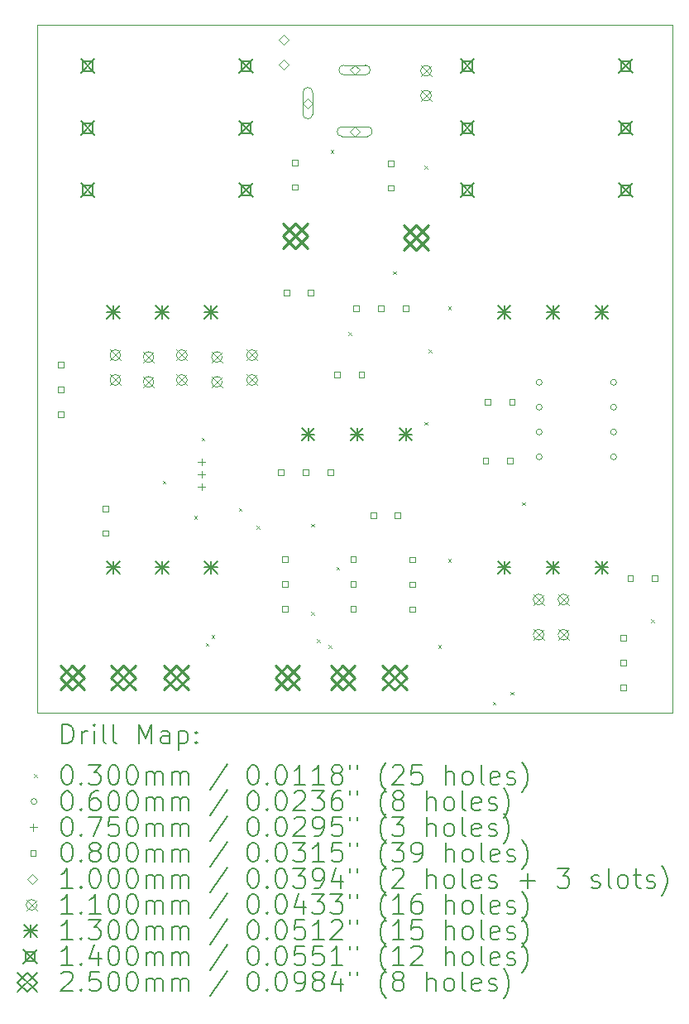
<source format=gbr>
%TF.GenerationSoftware,KiCad,Pcbnew,8.0.1*%
%TF.CreationDate,2024-07-26T15:20:45+05:00*%
%TF.ProjectId,Life_pedal,4c696665-5f70-4656-9461-6c2e6b696361,rev?*%
%TF.SameCoordinates,Original*%
%TF.FileFunction,Drillmap*%
%TF.FilePolarity,Positive*%
%FSLAX45Y45*%
G04 Gerber Fmt 4.5, Leading zero omitted, Abs format (unit mm)*
G04 Created by KiCad (PCBNEW 8.0.1) date 2024-07-26 15:20:45*
%MOMM*%
%LPD*%
G01*
G04 APERTURE LIST*
%ADD10C,0.050000*%
%ADD11C,0.200000*%
%ADD12C,0.100000*%
%ADD13C,0.110000*%
%ADD14C,0.130000*%
%ADD15C,0.140000*%
%ADD16C,0.250000*%
G04 APERTURE END LIST*
D10*
X11580000Y-3440000D02*
X18080000Y-3440000D01*
X18080000Y-10480000D01*
X11580000Y-10480000D01*
X11580000Y-3440000D01*
D11*
D12*
X12865000Y-8105000D02*
X12895000Y-8135000D01*
X12895000Y-8105000D02*
X12865000Y-8135000D01*
X13185000Y-8465000D02*
X13215000Y-8495000D01*
X13215000Y-8465000D02*
X13185000Y-8495000D01*
X13265000Y-7665000D02*
X13295000Y-7695000D01*
X13295000Y-7665000D02*
X13265000Y-7695000D01*
X13305000Y-9765000D02*
X13335000Y-9795000D01*
X13335000Y-9765000D02*
X13305000Y-9795000D01*
X13365000Y-9685000D02*
X13395000Y-9715000D01*
X13395000Y-9685000D02*
X13365000Y-9715000D01*
X13645000Y-8385000D02*
X13675000Y-8415000D01*
X13675000Y-8385000D02*
X13645000Y-8415000D01*
X13825000Y-8565000D02*
X13855000Y-8595000D01*
X13855000Y-8565000D02*
X13825000Y-8595000D01*
X14385000Y-8545000D02*
X14415000Y-8575000D01*
X14415000Y-8545000D02*
X14385000Y-8575000D01*
X14385000Y-9445000D02*
X14415000Y-9475000D01*
X14415000Y-9445000D02*
X14385000Y-9475000D01*
X14445000Y-9725000D02*
X14475000Y-9755000D01*
X14475000Y-9725000D02*
X14445000Y-9755000D01*
X14565000Y-9785000D02*
X14595000Y-9815000D01*
X14595000Y-9785000D02*
X14565000Y-9815000D01*
X14585000Y-4725000D02*
X14615000Y-4755000D01*
X14615000Y-4725000D02*
X14585000Y-4755000D01*
X14645000Y-8985000D02*
X14675000Y-9015000D01*
X14675000Y-8985000D02*
X14645000Y-9015000D01*
X14765000Y-6585000D02*
X14795000Y-6615000D01*
X14795000Y-6585000D02*
X14765000Y-6615000D01*
X15225000Y-5965000D02*
X15255000Y-5995000D01*
X15255000Y-5965000D02*
X15225000Y-5995000D01*
X15545000Y-4885000D02*
X15575000Y-4915000D01*
X15575000Y-4885000D02*
X15545000Y-4915000D01*
X15545000Y-7505000D02*
X15575000Y-7535000D01*
X15575000Y-7505000D02*
X15545000Y-7535000D01*
X15585000Y-6765000D02*
X15615000Y-6795000D01*
X15615000Y-6765000D02*
X15585000Y-6795000D01*
X15685000Y-9785000D02*
X15715000Y-9815000D01*
X15715000Y-9785000D02*
X15685000Y-9815000D01*
X15785000Y-6325000D02*
X15815000Y-6355000D01*
X15815000Y-6325000D02*
X15785000Y-6355000D01*
X15785000Y-8905000D02*
X15815000Y-8935000D01*
X15815000Y-8905000D02*
X15785000Y-8935000D01*
X16245000Y-10365000D02*
X16275000Y-10395000D01*
X16275000Y-10365000D02*
X16245000Y-10395000D01*
X16425000Y-10265000D02*
X16455000Y-10295000D01*
X16455000Y-10265000D02*
X16425000Y-10295000D01*
X16545000Y-8325000D02*
X16575000Y-8355000D01*
X16575000Y-8325000D02*
X16545000Y-8355000D01*
X17865000Y-9525000D02*
X17895000Y-9555000D01*
X17895000Y-9525000D02*
X17865000Y-9555000D01*
X16748000Y-7099000D02*
G75*
G02*
X16688000Y-7099000I-30000J0D01*
G01*
X16688000Y-7099000D02*
G75*
G02*
X16748000Y-7099000I30000J0D01*
G01*
X16748000Y-7353000D02*
G75*
G02*
X16688000Y-7353000I-30000J0D01*
G01*
X16688000Y-7353000D02*
G75*
G02*
X16748000Y-7353000I30000J0D01*
G01*
X16748000Y-7607000D02*
G75*
G02*
X16688000Y-7607000I-30000J0D01*
G01*
X16688000Y-7607000D02*
G75*
G02*
X16748000Y-7607000I30000J0D01*
G01*
X16748000Y-7861000D02*
G75*
G02*
X16688000Y-7861000I-30000J0D01*
G01*
X16688000Y-7861000D02*
G75*
G02*
X16748000Y-7861000I30000J0D01*
G01*
X17510000Y-7099000D02*
G75*
G02*
X17450000Y-7099000I-30000J0D01*
G01*
X17450000Y-7099000D02*
G75*
G02*
X17510000Y-7099000I30000J0D01*
G01*
X17510000Y-7353000D02*
G75*
G02*
X17450000Y-7353000I-30000J0D01*
G01*
X17450000Y-7353000D02*
G75*
G02*
X17510000Y-7353000I30000J0D01*
G01*
X17510000Y-7607000D02*
G75*
G02*
X17450000Y-7607000I-30000J0D01*
G01*
X17450000Y-7607000D02*
G75*
G02*
X17510000Y-7607000I30000J0D01*
G01*
X17510000Y-7861000D02*
G75*
G02*
X17450000Y-7861000I-30000J0D01*
G01*
X17450000Y-7861000D02*
G75*
G02*
X17510000Y-7861000I30000J0D01*
G01*
X13264000Y-7875500D02*
X13264000Y-7950500D01*
X13226500Y-7913000D02*
X13301500Y-7913000D01*
X13264000Y-8002500D02*
X13264000Y-8077500D01*
X13226500Y-8040000D02*
X13301500Y-8040000D01*
X13264000Y-8129500D02*
X13264000Y-8204500D01*
X13226500Y-8167000D02*
X13301500Y-8167000D01*
X11848284Y-6948284D02*
X11848284Y-6891715D01*
X11791715Y-6891715D01*
X11791715Y-6948284D01*
X11848284Y-6948284D01*
X11848284Y-7202284D02*
X11848284Y-7145715D01*
X11791715Y-7145715D01*
X11791715Y-7202284D01*
X11848284Y-7202284D01*
X11848284Y-7456284D02*
X11848284Y-7399715D01*
X11791715Y-7399715D01*
X11791715Y-7456284D01*
X11848284Y-7456284D01*
X12308284Y-8418285D02*
X12308284Y-8361715D01*
X12251715Y-8361715D01*
X12251715Y-8418285D01*
X12308284Y-8418285D01*
X12308284Y-8668285D02*
X12308284Y-8611716D01*
X12251715Y-8611716D01*
X12251715Y-8668285D01*
X12308284Y-8668285D01*
X14100284Y-8048284D02*
X14100284Y-7991715D01*
X14043715Y-7991715D01*
X14043715Y-8048284D01*
X14100284Y-8048284D01*
X14143284Y-8933285D02*
X14143284Y-8876716D01*
X14086715Y-8876716D01*
X14086715Y-8933285D01*
X14143284Y-8933285D01*
X14143284Y-9187285D02*
X14143284Y-9130716D01*
X14086715Y-9130716D01*
X14086715Y-9187285D01*
X14143284Y-9187285D01*
X14143284Y-9441284D02*
X14143284Y-9384715D01*
X14086715Y-9384715D01*
X14086715Y-9441284D01*
X14143284Y-9441284D01*
X14158796Y-6208284D02*
X14158796Y-6151715D01*
X14102227Y-6151715D01*
X14102227Y-6208284D01*
X14158796Y-6208284D01*
X14248284Y-4878796D02*
X14248284Y-4822227D01*
X14191715Y-4822227D01*
X14191715Y-4878796D01*
X14248284Y-4878796D01*
X14248284Y-5128796D02*
X14248284Y-5072227D01*
X14191715Y-5072227D01*
X14191715Y-5128796D01*
X14248284Y-5128796D01*
X14354284Y-8048284D02*
X14354284Y-7991715D01*
X14297715Y-7991715D01*
X14297715Y-8048284D01*
X14354284Y-8048284D01*
X14408796Y-6208284D02*
X14408796Y-6151715D01*
X14352227Y-6151715D01*
X14352227Y-6208284D01*
X14408796Y-6208284D01*
X14608284Y-8048284D02*
X14608284Y-7991715D01*
X14551715Y-7991715D01*
X14551715Y-8048284D01*
X14608284Y-8048284D01*
X14678796Y-7048284D02*
X14678796Y-6991715D01*
X14622227Y-6991715D01*
X14622227Y-7048284D01*
X14678796Y-7048284D01*
X14843284Y-8933285D02*
X14843284Y-8876716D01*
X14786715Y-8876716D01*
X14786715Y-8933285D01*
X14843284Y-8933285D01*
X14843284Y-9187285D02*
X14843284Y-9130716D01*
X14786715Y-9130716D01*
X14786715Y-9187285D01*
X14843284Y-9187285D01*
X14843284Y-9441284D02*
X14843284Y-9384715D01*
X14786715Y-9384715D01*
X14786715Y-9441284D01*
X14843284Y-9441284D01*
X14873284Y-6373284D02*
X14873284Y-6316715D01*
X14816715Y-6316715D01*
X14816715Y-6373284D01*
X14873284Y-6373284D01*
X14928796Y-7048284D02*
X14928796Y-6991715D01*
X14872227Y-6991715D01*
X14872227Y-7048284D01*
X14928796Y-7048284D01*
X15047773Y-8488285D02*
X15047773Y-8431716D01*
X14991204Y-8431716D01*
X14991204Y-8488285D01*
X15047773Y-8488285D01*
X15127284Y-6373284D02*
X15127284Y-6316715D01*
X15070715Y-6316715D01*
X15070715Y-6373284D01*
X15127284Y-6373284D01*
X15228284Y-4887773D02*
X15228284Y-4831204D01*
X15171715Y-4831204D01*
X15171715Y-4887773D01*
X15228284Y-4887773D01*
X15228284Y-5137773D02*
X15228284Y-5081204D01*
X15171715Y-5081204D01*
X15171715Y-5137773D01*
X15228284Y-5137773D01*
X15297773Y-8488285D02*
X15297773Y-8431716D01*
X15241204Y-8431716D01*
X15241204Y-8488285D01*
X15297773Y-8488285D01*
X15381284Y-6373284D02*
X15381284Y-6316715D01*
X15324715Y-6316715D01*
X15324715Y-6373284D01*
X15381284Y-6373284D01*
X15448284Y-8940285D02*
X15448284Y-8883716D01*
X15391715Y-8883716D01*
X15391715Y-8940285D01*
X15448284Y-8940285D01*
X15448284Y-9194285D02*
X15448284Y-9137716D01*
X15391715Y-9137716D01*
X15391715Y-9194285D01*
X15448284Y-9194285D01*
X15448284Y-9448285D02*
X15448284Y-9391716D01*
X15391715Y-9391716D01*
X15391715Y-9448285D01*
X15448284Y-9448285D01*
X16198796Y-7928284D02*
X16198796Y-7871715D01*
X16142227Y-7871715D01*
X16142227Y-7928284D01*
X16198796Y-7928284D01*
X16218796Y-7328284D02*
X16218796Y-7271715D01*
X16162227Y-7271715D01*
X16162227Y-7328284D01*
X16218796Y-7328284D01*
X16448796Y-7928284D02*
X16448796Y-7871715D01*
X16392227Y-7871715D01*
X16392227Y-7928284D01*
X16448796Y-7928284D01*
X16468796Y-7328284D02*
X16468796Y-7271715D01*
X16412227Y-7271715D01*
X16412227Y-7328284D01*
X16468796Y-7328284D01*
X17608285Y-9740285D02*
X17608285Y-9683716D01*
X17551716Y-9683716D01*
X17551716Y-9740285D01*
X17608285Y-9740285D01*
X17608285Y-9994285D02*
X17608285Y-9937716D01*
X17551716Y-9937716D01*
X17551716Y-9994285D01*
X17608285Y-9994285D01*
X17608285Y-10248285D02*
X17608285Y-10191716D01*
X17551716Y-10191716D01*
X17551716Y-10248285D01*
X17608285Y-10248285D01*
X17678285Y-9128285D02*
X17678285Y-9071716D01*
X17621716Y-9071716D01*
X17621716Y-9128285D01*
X17678285Y-9128285D01*
X17928285Y-9128285D02*
X17928285Y-9071716D01*
X17871716Y-9071716D01*
X17871716Y-9128285D01*
X17928285Y-9128285D01*
X14102500Y-3645000D02*
X14152500Y-3595000D01*
X14102500Y-3545000D01*
X14052500Y-3595000D01*
X14102500Y-3645000D01*
X14102500Y-3899000D02*
X14152500Y-3849000D01*
X14102500Y-3799000D01*
X14052500Y-3849000D01*
X14102500Y-3899000D01*
X14350000Y-4293500D02*
X14400000Y-4243500D01*
X14350000Y-4193500D01*
X14300000Y-4243500D01*
X14350000Y-4293500D01*
X14400000Y-4353500D02*
X14400000Y-4133500D01*
X14300000Y-4133500D02*
G75*
G02*
X14400000Y-4133500I50000J0D01*
G01*
X14300000Y-4133500D02*
X14300000Y-4353500D01*
X14300000Y-4353500D02*
G75*
G03*
X14400000Y-4353500I50000J0D01*
G01*
X14830000Y-3953500D02*
X14880000Y-3903500D01*
X14830000Y-3853500D01*
X14780000Y-3903500D01*
X14830000Y-3953500D01*
X14940000Y-3853500D02*
X14720000Y-3853500D01*
X14720000Y-3953500D02*
G75*
G02*
X14720000Y-3853500I0J50000D01*
G01*
X14720000Y-3953500D02*
X14940000Y-3953500D01*
X14940000Y-3953500D02*
G75*
G03*
X14940000Y-3853500I0J50000D01*
G01*
X14830000Y-4583500D02*
X14880000Y-4533500D01*
X14830000Y-4483500D01*
X14780000Y-4533500D01*
X14830000Y-4583500D01*
X14960000Y-4483500D02*
X14700000Y-4483500D01*
X14700000Y-4583500D02*
G75*
G02*
X14700000Y-4483500I0J50000D01*
G01*
X14700000Y-4583500D02*
X14960000Y-4583500D01*
X14960000Y-4583500D02*
G75*
G03*
X14960000Y-4483500I0J50000D01*
G01*
D13*
X12325000Y-6765353D02*
X12435000Y-6875353D01*
X12435000Y-6765353D02*
X12325000Y-6875353D01*
X12435000Y-6820353D02*
G75*
G02*
X12325000Y-6820353I-55000J0D01*
G01*
X12325000Y-6820353D02*
G75*
G02*
X12435000Y-6820353I55000J0D01*
G01*
X12325000Y-7019353D02*
X12435000Y-7129353D01*
X12435000Y-7019353D02*
X12325000Y-7129353D01*
X12435000Y-7074353D02*
G75*
G02*
X12325000Y-7074353I-55000J0D01*
G01*
X12325000Y-7074353D02*
G75*
G02*
X12435000Y-7074353I55000J0D01*
G01*
X12665000Y-6785000D02*
X12775000Y-6895000D01*
X12775000Y-6785000D02*
X12665000Y-6895000D01*
X12775000Y-6840000D02*
G75*
G02*
X12665000Y-6840000I-55000J0D01*
G01*
X12665000Y-6840000D02*
G75*
G02*
X12775000Y-6840000I55000J0D01*
G01*
X12665000Y-7039000D02*
X12775000Y-7149000D01*
X12775000Y-7039000D02*
X12665000Y-7149000D01*
X12775000Y-7094000D02*
G75*
G02*
X12665000Y-7094000I-55000J0D01*
G01*
X12665000Y-7094000D02*
G75*
G02*
X12775000Y-7094000I55000J0D01*
G01*
X13005000Y-6765353D02*
X13115000Y-6875353D01*
X13115000Y-6765353D02*
X13005000Y-6875353D01*
X13115000Y-6820353D02*
G75*
G02*
X13005000Y-6820353I-55000J0D01*
G01*
X13005000Y-6820353D02*
G75*
G02*
X13115000Y-6820353I55000J0D01*
G01*
X13005000Y-7019353D02*
X13115000Y-7129353D01*
X13115000Y-7019353D02*
X13005000Y-7129353D01*
X13115000Y-7074353D02*
G75*
G02*
X13005000Y-7074353I-55000J0D01*
G01*
X13005000Y-7074353D02*
G75*
G02*
X13115000Y-7074353I55000J0D01*
G01*
X13365000Y-6785000D02*
X13475000Y-6895000D01*
X13475000Y-6785000D02*
X13365000Y-6895000D01*
X13475000Y-6840000D02*
G75*
G02*
X13365000Y-6840000I-55000J0D01*
G01*
X13365000Y-6840000D02*
G75*
G02*
X13475000Y-6840000I55000J0D01*
G01*
X13365000Y-7039000D02*
X13475000Y-7149000D01*
X13475000Y-7039000D02*
X13365000Y-7149000D01*
X13475000Y-7094000D02*
G75*
G02*
X13365000Y-7094000I-55000J0D01*
G01*
X13365000Y-7094000D02*
G75*
G02*
X13475000Y-7094000I55000J0D01*
G01*
X13725000Y-6765353D02*
X13835000Y-6875353D01*
X13835000Y-6765353D02*
X13725000Y-6875353D01*
X13835000Y-6820353D02*
G75*
G02*
X13725000Y-6820353I-55000J0D01*
G01*
X13725000Y-6820353D02*
G75*
G02*
X13835000Y-6820353I55000J0D01*
G01*
X13725000Y-7019353D02*
X13835000Y-7129353D01*
X13835000Y-7019353D02*
X13725000Y-7129353D01*
X13835000Y-7074353D02*
G75*
G02*
X13725000Y-7074353I-55000J0D01*
G01*
X13725000Y-7074353D02*
G75*
G02*
X13835000Y-7074353I55000J0D01*
G01*
X15505000Y-3857823D02*
X15615000Y-3967823D01*
X15615000Y-3857823D02*
X15505000Y-3967823D01*
X15615000Y-3912823D02*
G75*
G02*
X15505000Y-3912823I-55000J0D01*
G01*
X15505000Y-3912823D02*
G75*
G02*
X15615000Y-3912823I55000J0D01*
G01*
X15505000Y-4111823D02*
X15615000Y-4221823D01*
X15615000Y-4111823D02*
X15505000Y-4221823D01*
X15615000Y-4166823D02*
G75*
G02*
X15505000Y-4166823I-55000J0D01*
G01*
X15505000Y-4166823D02*
G75*
G02*
X15615000Y-4166823I55000J0D01*
G01*
X16657823Y-9265000D02*
X16767823Y-9375000D01*
X16767823Y-9265000D02*
X16657823Y-9375000D01*
X16767823Y-9320000D02*
G75*
G02*
X16657823Y-9320000I-55000J0D01*
G01*
X16657823Y-9320000D02*
G75*
G02*
X16767823Y-9320000I55000J0D01*
G01*
X16657823Y-9625000D02*
X16767823Y-9735000D01*
X16767823Y-9625000D02*
X16657823Y-9735000D01*
X16767823Y-9680000D02*
G75*
G02*
X16657823Y-9680000I-55000J0D01*
G01*
X16657823Y-9680000D02*
G75*
G02*
X16767823Y-9680000I55000J0D01*
G01*
X16911823Y-9265000D02*
X17021823Y-9375000D01*
X17021823Y-9265000D02*
X16911823Y-9375000D01*
X17021823Y-9320000D02*
G75*
G02*
X16911823Y-9320000I-55000J0D01*
G01*
X16911823Y-9320000D02*
G75*
G02*
X17021823Y-9320000I55000J0D01*
G01*
X16911823Y-9625000D02*
X17021823Y-9735000D01*
X17021823Y-9625000D02*
X16911823Y-9735000D01*
X17021823Y-9680000D02*
G75*
G02*
X16911823Y-9680000I-55000J0D01*
G01*
X16911823Y-9680000D02*
G75*
G02*
X17021823Y-9680000I55000J0D01*
G01*
D14*
X12295000Y-6315000D02*
X12425000Y-6445000D01*
X12425000Y-6315000D02*
X12295000Y-6445000D01*
X12360000Y-6315000D02*
X12360000Y-6445000D01*
X12295000Y-6380000D02*
X12425000Y-6380000D01*
X12295000Y-8925000D02*
X12425000Y-9055000D01*
X12425000Y-8925000D02*
X12295000Y-9055000D01*
X12360000Y-8925000D02*
X12360000Y-9055000D01*
X12295000Y-8990000D02*
X12425000Y-8990000D01*
X12795000Y-6315000D02*
X12925000Y-6445000D01*
X12925000Y-6315000D02*
X12795000Y-6445000D01*
X12860000Y-6315000D02*
X12860000Y-6445000D01*
X12795000Y-6380000D02*
X12925000Y-6380000D01*
X12795000Y-8925000D02*
X12925000Y-9055000D01*
X12925000Y-8925000D02*
X12795000Y-9055000D01*
X12860000Y-8925000D02*
X12860000Y-9055000D01*
X12795000Y-8990000D02*
X12925000Y-8990000D01*
X13295000Y-6315000D02*
X13425000Y-6445000D01*
X13425000Y-6315000D02*
X13295000Y-6445000D01*
X13360000Y-6315000D02*
X13360000Y-6445000D01*
X13295000Y-6380000D02*
X13425000Y-6380000D01*
X13295000Y-8925000D02*
X13425000Y-9055000D01*
X13425000Y-8925000D02*
X13295000Y-9055000D01*
X13360000Y-8925000D02*
X13360000Y-9055000D01*
X13295000Y-8990000D02*
X13425000Y-8990000D01*
X14290000Y-7565000D02*
X14420000Y-7695000D01*
X14420000Y-7565000D02*
X14290000Y-7695000D01*
X14355000Y-7565000D02*
X14355000Y-7695000D01*
X14290000Y-7630000D02*
X14420000Y-7630000D01*
X14790000Y-7565000D02*
X14920000Y-7695000D01*
X14920000Y-7565000D02*
X14790000Y-7695000D01*
X14855000Y-7565000D02*
X14855000Y-7695000D01*
X14790000Y-7630000D02*
X14920000Y-7630000D01*
X15290000Y-7565000D02*
X15420000Y-7695000D01*
X15420000Y-7565000D02*
X15290000Y-7695000D01*
X15355000Y-7565000D02*
X15355000Y-7695000D01*
X15290000Y-7630000D02*
X15420000Y-7630000D01*
X16295000Y-6315000D02*
X16425000Y-6445000D01*
X16425000Y-6315000D02*
X16295000Y-6445000D01*
X16360000Y-6315000D02*
X16360000Y-6445000D01*
X16295000Y-6380000D02*
X16425000Y-6380000D01*
X16295000Y-8925000D02*
X16425000Y-9055000D01*
X16425000Y-8925000D02*
X16295000Y-9055000D01*
X16360000Y-8925000D02*
X16360000Y-9055000D01*
X16295000Y-8990000D02*
X16425000Y-8990000D01*
X16795000Y-6315000D02*
X16925000Y-6445000D01*
X16925000Y-6315000D02*
X16795000Y-6445000D01*
X16860000Y-6315000D02*
X16860000Y-6445000D01*
X16795000Y-6380000D02*
X16925000Y-6380000D01*
X16795000Y-8925000D02*
X16925000Y-9055000D01*
X16925000Y-8925000D02*
X16795000Y-9055000D01*
X16860000Y-8925000D02*
X16860000Y-9055000D01*
X16795000Y-8990000D02*
X16925000Y-8990000D01*
X17295000Y-6315000D02*
X17425000Y-6445000D01*
X17425000Y-6315000D02*
X17295000Y-6445000D01*
X17360000Y-6315000D02*
X17360000Y-6445000D01*
X17295000Y-6380000D02*
X17425000Y-6380000D01*
X17295000Y-8925000D02*
X17425000Y-9055000D01*
X17425000Y-8925000D02*
X17295000Y-9055000D01*
X17360000Y-8925000D02*
X17360000Y-9055000D01*
X17295000Y-8990000D02*
X17425000Y-8990000D01*
D15*
X12026500Y-3793500D02*
X12166500Y-3933500D01*
X12166500Y-3793500D02*
X12026500Y-3933500D01*
X12145998Y-3912998D02*
X12145998Y-3814002D01*
X12047002Y-3814002D01*
X12047002Y-3912998D01*
X12145998Y-3912998D01*
X12026500Y-4428500D02*
X12166500Y-4568500D01*
X12166500Y-4428500D02*
X12026500Y-4568500D01*
X12145998Y-4547998D02*
X12145998Y-4449002D01*
X12047002Y-4449002D01*
X12047002Y-4547998D01*
X12145998Y-4547998D01*
X12026500Y-5063500D02*
X12166500Y-5203500D01*
X12166500Y-5063500D02*
X12026500Y-5203500D01*
X12145998Y-5182998D02*
X12145998Y-5084002D01*
X12047002Y-5084002D01*
X12047002Y-5182998D01*
X12145998Y-5182998D01*
X13649500Y-3793500D02*
X13789500Y-3933500D01*
X13789500Y-3793500D02*
X13649500Y-3933500D01*
X13768998Y-3912998D02*
X13768998Y-3814002D01*
X13670002Y-3814002D01*
X13670002Y-3912998D01*
X13768998Y-3912998D01*
X13649500Y-4428500D02*
X13789500Y-4568500D01*
X13789500Y-4428500D02*
X13649500Y-4568500D01*
X13768998Y-4547998D02*
X13768998Y-4449002D01*
X13670002Y-4449002D01*
X13670002Y-4547998D01*
X13768998Y-4547998D01*
X13649500Y-5063500D02*
X13789500Y-5203500D01*
X13789500Y-5063500D02*
X13649500Y-5203500D01*
X13768998Y-5182998D02*
X13768998Y-5084002D01*
X13670002Y-5084002D01*
X13670002Y-5182998D01*
X13768998Y-5182998D01*
X15911500Y-3793500D02*
X16051500Y-3933500D01*
X16051500Y-3793500D02*
X15911500Y-3933500D01*
X16030998Y-3912998D02*
X16030998Y-3814002D01*
X15932002Y-3814002D01*
X15932002Y-3912998D01*
X16030998Y-3912998D01*
X15911500Y-4428500D02*
X16051500Y-4568500D01*
X16051500Y-4428500D02*
X15911500Y-4568500D01*
X16030998Y-4547998D02*
X16030998Y-4449002D01*
X15932002Y-4449002D01*
X15932002Y-4547998D01*
X16030998Y-4547998D01*
X15911500Y-5063500D02*
X16051500Y-5203500D01*
X16051500Y-5063500D02*
X15911500Y-5203500D01*
X16030998Y-5182998D02*
X16030998Y-5084002D01*
X15932002Y-5084002D01*
X15932002Y-5182998D01*
X16030998Y-5182998D01*
X17534500Y-3793500D02*
X17674500Y-3933500D01*
X17674500Y-3793500D02*
X17534500Y-3933500D01*
X17653998Y-3912998D02*
X17653998Y-3814002D01*
X17555002Y-3814002D01*
X17555002Y-3912998D01*
X17653998Y-3912998D01*
X17534500Y-4428500D02*
X17674500Y-4568500D01*
X17674500Y-4428500D02*
X17534500Y-4568500D01*
X17653998Y-4547998D02*
X17653998Y-4449002D01*
X17555002Y-4449002D01*
X17555002Y-4547998D01*
X17653998Y-4547998D01*
X17534500Y-5063500D02*
X17674500Y-5203500D01*
X17674500Y-5063500D02*
X17534500Y-5203500D01*
X17653998Y-5182998D02*
X17653998Y-5084002D01*
X17555002Y-5084002D01*
X17555002Y-5182998D01*
X17653998Y-5182998D01*
D16*
X11815000Y-9995000D02*
X12065000Y-10245000D01*
X12065000Y-9995000D02*
X11815000Y-10245000D01*
X11940000Y-10245000D02*
X12065000Y-10120000D01*
X11940000Y-9995000D01*
X11815000Y-10120000D01*
X11940000Y-10245000D01*
X12335000Y-9995000D02*
X12585000Y-10245000D01*
X12585000Y-9995000D02*
X12335000Y-10245000D01*
X12460000Y-10245000D02*
X12585000Y-10120000D01*
X12460000Y-9995000D01*
X12335000Y-10120000D01*
X12460000Y-10245000D01*
X12877857Y-9995000D02*
X13127857Y-10245000D01*
X13127857Y-9995000D02*
X12877857Y-10245000D01*
X13002857Y-10245000D02*
X13127857Y-10120000D01*
X13002857Y-9995000D01*
X12877857Y-10120000D01*
X13002857Y-10245000D01*
X14015000Y-9995000D02*
X14265000Y-10245000D01*
X14265000Y-9995000D02*
X14015000Y-10245000D01*
X14140000Y-10245000D02*
X14265000Y-10120000D01*
X14140000Y-9995000D01*
X14015000Y-10120000D01*
X14140000Y-10245000D01*
X14095000Y-5475000D02*
X14345000Y-5725000D01*
X14345000Y-5475000D02*
X14095000Y-5725000D01*
X14220000Y-5725000D02*
X14345000Y-5600000D01*
X14220000Y-5475000D01*
X14095000Y-5600000D01*
X14220000Y-5725000D01*
X14583571Y-9995000D02*
X14833571Y-10245000D01*
X14833571Y-9995000D02*
X14583571Y-10245000D01*
X14708571Y-10245000D02*
X14833571Y-10120000D01*
X14708571Y-9995000D01*
X14583571Y-10120000D01*
X14708571Y-10245000D01*
X15115000Y-9995000D02*
X15365000Y-10245000D01*
X15365000Y-9995000D02*
X15115000Y-10245000D01*
X15240000Y-10245000D02*
X15365000Y-10120000D01*
X15240000Y-9995000D01*
X15115000Y-10120000D01*
X15240000Y-10245000D01*
X15335000Y-5495000D02*
X15585000Y-5745000D01*
X15585000Y-5495000D02*
X15335000Y-5745000D01*
X15460000Y-5745000D02*
X15585000Y-5620000D01*
X15460000Y-5495000D01*
X15335000Y-5620000D01*
X15460000Y-5745000D01*
D11*
X11838277Y-10793984D02*
X11838277Y-10593984D01*
X11838277Y-10593984D02*
X11885896Y-10593984D01*
X11885896Y-10593984D02*
X11914467Y-10603508D01*
X11914467Y-10603508D02*
X11933515Y-10622555D01*
X11933515Y-10622555D02*
X11943039Y-10641603D01*
X11943039Y-10641603D02*
X11952562Y-10679698D01*
X11952562Y-10679698D02*
X11952562Y-10708270D01*
X11952562Y-10708270D02*
X11943039Y-10746365D01*
X11943039Y-10746365D02*
X11933515Y-10765412D01*
X11933515Y-10765412D02*
X11914467Y-10784460D01*
X11914467Y-10784460D02*
X11885896Y-10793984D01*
X11885896Y-10793984D02*
X11838277Y-10793984D01*
X12038277Y-10793984D02*
X12038277Y-10660650D01*
X12038277Y-10698746D02*
X12047801Y-10679698D01*
X12047801Y-10679698D02*
X12057324Y-10670174D01*
X12057324Y-10670174D02*
X12076372Y-10660650D01*
X12076372Y-10660650D02*
X12095420Y-10660650D01*
X12162086Y-10793984D02*
X12162086Y-10660650D01*
X12162086Y-10593984D02*
X12152562Y-10603508D01*
X12152562Y-10603508D02*
X12162086Y-10613031D01*
X12162086Y-10613031D02*
X12171610Y-10603508D01*
X12171610Y-10603508D02*
X12162086Y-10593984D01*
X12162086Y-10593984D02*
X12162086Y-10613031D01*
X12285896Y-10793984D02*
X12266848Y-10784460D01*
X12266848Y-10784460D02*
X12257324Y-10765412D01*
X12257324Y-10765412D02*
X12257324Y-10593984D01*
X12390658Y-10793984D02*
X12371610Y-10784460D01*
X12371610Y-10784460D02*
X12362086Y-10765412D01*
X12362086Y-10765412D02*
X12362086Y-10593984D01*
X12619229Y-10793984D02*
X12619229Y-10593984D01*
X12619229Y-10593984D02*
X12685896Y-10736841D01*
X12685896Y-10736841D02*
X12752562Y-10593984D01*
X12752562Y-10593984D02*
X12752562Y-10793984D01*
X12933515Y-10793984D02*
X12933515Y-10689222D01*
X12933515Y-10689222D02*
X12923991Y-10670174D01*
X12923991Y-10670174D02*
X12904943Y-10660650D01*
X12904943Y-10660650D02*
X12866848Y-10660650D01*
X12866848Y-10660650D02*
X12847801Y-10670174D01*
X12933515Y-10784460D02*
X12914467Y-10793984D01*
X12914467Y-10793984D02*
X12866848Y-10793984D01*
X12866848Y-10793984D02*
X12847801Y-10784460D01*
X12847801Y-10784460D02*
X12838277Y-10765412D01*
X12838277Y-10765412D02*
X12838277Y-10746365D01*
X12838277Y-10746365D02*
X12847801Y-10727317D01*
X12847801Y-10727317D02*
X12866848Y-10717793D01*
X12866848Y-10717793D02*
X12914467Y-10717793D01*
X12914467Y-10717793D02*
X12933515Y-10708270D01*
X13028753Y-10660650D02*
X13028753Y-10860650D01*
X13028753Y-10670174D02*
X13047801Y-10660650D01*
X13047801Y-10660650D02*
X13085896Y-10660650D01*
X13085896Y-10660650D02*
X13104943Y-10670174D01*
X13104943Y-10670174D02*
X13114467Y-10679698D01*
X13114467Y-10679698D02*
X13123991Y-10698746D01*
X13123991Y-10698746D02*
X13123991Y-10755889D01*
X13123991Y-10755889D02*
X13114467Y-10774936D01*
X13114467Y-10774936D02*
X13104943Y-10784460D01*
X13104943Y-10784460D02*
X13085896Y-10793984D01*
X13085896Y-10793984D02*
X13047801Y-10793984D01*
X13047801Y-10793984D02*
X13028753Y-10784460D01*
X13209705Y-10774936D02*
X13219229Y-10784460D01*
X13219229Y-10784460D02*
X13209705Y-10793984D01*
X13209705Y-10793984D02*
X13200182Y-10784460D01*
X13200182Y-10784460D02*
X13209705Y-10774936D01*
X13209705Y-10774936D02*
X13209705Y-10793984D01*
X13209705Y-10670174D02*
X13219229Y-10679698D01*
X13219229Y-10679698D02*
X13209705Y-10689222D01*
X13209705Y-10689222D02*
X13200182Y-10679698D01*
X13200182Y-10679698D02*
X13209705Y-10670174D01*
X13209705Y-10670174D02*
X13209705Y-10689222D01*
D12*
X11547500Y-11107500D02*
X11577500Y-11137500D01*
X11577500Y-11107500D02*
X11547500Y-11137500D01*
D11*
X11876372Y-11013984D02*
X11895420Y-11013984D01*
X11895420Y-11013984D02*
X11914467Y-11023508D01*
X11914467Y-11023508D02*
X11923991Y-11033031D01*
X11923991Y-11033031D02*
X11933515Y-11052079D01*
X11933515Y-11052079D02*
X11943039Y-11090174D01*
X11943039Y-11090174D02*
X11943039Y-11137793D01*
X11943039Y-11137793D02*
X11933515Y-11175889D01*
X11933515Y-11175889D02*
X11923991Y-11194936D01*
X11923991Y-11194936D02*
X11914467Y-11204460D01*
X11914467Y-11204460D02*
X11895420Y-11213984D01*
X11895420Y-11213984D02*
X11876372Y-11213984D01*
X11876372Y-11213984D02*
X11857324Y-11204460D01*
X11857324Y-11204460D02*
X11847801Y-11194936D01*
X11847801Y-11194936D02*
X11838277Y-11175889D01*
X11838277Y-11175889D02*
X11828753Y-11137793D01*
X11828753Y-11137793D02*
X11828753Y-11090174D01*
X11828753Y-11090174D02*
X11838277Y-11052079D01*
X11838277Y-11052079D02*
X11847801Y-11033031D01*
X11847801Y-11033031D02*
X11857324Y-11023508D01*
X11857324Y-11023508D02*
X11876372Y-11013984D01*
X12028753Y-11194936D02*
X12038277Y-11204460D01*
X12038277Y-11204460D02*
X12028753Y-11213984D01*
X12028753Y-11213984D02*
X12019229Y-11204460D01*
X12019229Y-11204460D02*
X12028753Y-11194936D01*
X12028753Y-11194936D02*
X12028753Y-11213984D01*
X12104943Y-11013984D02*
X12228753Y-11013984D01*
X12228753Y-11013984D02*
X12162086Y-11090174D01*
X12162086Y-11090174D02*
X12190658Y-11090174D01*
X12190658Y-11090174D02*
X12209705Y-11099698D01*
X12209705Y-11099698D02*
X12219229Y-11109222D01*
X12219229Y-11109222D02*
X12228753Y-11128270D01*
X12228753Y-11128270D02*
X12228753Y-11175889D01*
X12228753Y-11175889D02*
X12219229Y-11194936D01*
X12219229Y-11194936D02*
X12209705Y-11204460D01*
X12209705Y-11204460D02*
X12190658Y-11213984D01*
X12190658Y-11213984D02*
X12133515Y-11213984D01*
X12133515Y-11213984D02*
X12114467Y-11204460D01*
X12114467Y-11204460D02*
X12104943Y-11194936D01*
X12352562Y-11013984D02*
X12371610Y-11013984D01*
X12371610Y-11013984D02*
X12390658Y-11023508D01*
X12390658Y-11023508D02*
X12400182Y-11033031D01*
X12400182Y-11033031D02*
X12409705Y-11052079D01*
X12409705Y-11052079D02*
X12419229Y-11090174D01*
X12419229Y-11090174D02*
X12419229Y-11137793D01*
X12419229Y-11137793D02*
X12409705Y-11175889D01*
X12409705Y-11175889D02*
X12400182Y-11194936D01*
X12400182Y-11194936D02*
X12390658Y-11204460D01*
X12390658Y-11204460D02*
X12371610Y-11213984D01*
X12371610Y-11213984D02*
X12352562Y-11213984D01*
X12352562Y-11213984D02*
X12333515Y-11204460D01*
X12333515Y-11204460D02*
X12323991Y-11194936D01*
X12323991Y-11194936D02*
X12314467Y-11175889D01*
X12314467Y-11175889D02*
X12304943Y-11137793D01*
X12304943Y-11137793D02*
X12304943Y-11090174D01*
X12304943Y-11090174D02*
X12314467Y-11052079D01*
X12314467Y-11052079D02*
X12323991Y-11033031D01*
X12323991Y-11033031D02*
X12333515Y-11023508D01*
X12333515Y-11023508D02*
X12352562Y-11013984D01*
X12543039Y-11013984D02*
X12562086Y-11013984D01*
X12562086Y-11013984D02*
X12581134Y-11023508D01*
X12581134Y-11023508D02*
X12590658Y-11033031D01*
X12590658Y-11033031D02*
X12600182Y-11052079D01*
X12600182Y-11052079D02*
X12609705Y-11090174D01*
X12609705Y-11090174D02*
X12609705Y-11137793D01*
X12609705Y-11137793D02*
X12600182Y-11175889D01*
X12600182Y-11175889D02*
X12590658Y-11194936D01*
X12590658Y-11194936D02*
X12581134Y-11204460D01*
X12581134Y-11204460D02*
X12562086Y-11213984D01*
X12562086Y-11213984D02*
X12543039Y-11213984D01*
X12543039Y-11213984D02*
X12523991Y-11204460D01*
X12523991Y-11204460D02*
X12514467Y-11194936D01*
X12514467Y-11194936D02*
X12504943Y-11175889D01*
X12504943Y-11175889D02*
X12495420Y-11137793D01*
X12495420Y-11137793D02*
X12495420Y-11090174D01*
X12495420Y-11090174D02*
X12504943Y-11052079D01*
X12504943Y-11052079D02*
X12514467Y-11033031D01*
X12514467Y-11033031D02*
X12523991Y-11023508D01*
X12523991Y-11023508D02*
X12543039Y-11013984D01*
X12695420Y-11213984D02*
X12695420Y-11080650D01*
X12695420Y-11099698D02*
X12704943Y-11090174D01*
X12704943Y-11090174D02*
X12723991Y-11080650D01*
X12723991Y-11080650D02*
X12752563Y-11080650D01*
X12752563Y-11080650D02*
X12771610Y-11090174D01*
X12771610Y-11090174D02*
X12781134Y-11109222D01*
X12781134Y-11109222D02*
X12781134Y-11213984D01*
X12781134Y-11109222D02*
X12790658Y-11090174D01*
X12790658Y-11090174D02*
X12809705Y-11080650D01*
X12809705Y-11080650D02*
X12838277Y-11080650D01*
X12838277Y-11080650D02*
X12857324Y-11090174D01*
X12857324Y-11090174D02*
X12866848Y-11109222D01*
X12866848Y-11109222D02*
X12866848Y-11213984D01*
X12962086Y-11213984D02*
X12962086Y-11080650D01*
X12962086Y-11099698D02*
X12971610Y-11090174D01*
X12971610Y-11090174D02*
X12990658Y-11080650D01*
X12990658Y-11080650D02*
X13019229Y-11080650D01*
X13019229Y-11080650D02*
X13038277Y-11090174D01*
X13038277Y-11090174D02*
X13047801Y-11109222D01*
X13047801Y-11109222D02*
X13047801Y-11213984D01*
X13047801Y-11109222D02*
X13057324Y-11090174D01*
X13057324Y-11090174D02*
X13076372Y-11080650D01*
X13076372Y-11080650D02*
X13104943Y-11080650D01*
X13104943Y-11080650D02*
X13123991Y-11090174D01*
X13123991Y-11090174D02*
X13133515Y-11109222D01*
X13133515Y-11109222D02*
X13133515Y-11213984D01*
X13523991Y-11004460D02*
X13352563Y-11261603D01*
X13781134Y-11013984D02*
X13800182Y-11013984D01*
X13800182Y-11013984D02*
X13819229Y-11023508D01*
X13819229Y-11023508D02*
X13828753Y-11033031D01*
X13828753Y-11033031D02*
X13838277Y-11052079D01*
X13838277Y-11052079D02*
X13847801Y-11090174D01*
X13847801Y-11090174D02*
X13847801Y-11137793D01*
X13847801Y-11137793D02*
X13838277Y-11175889D01*
X13838277Y-11175889D02*
X13828753Y-11194936D01*
X13828753Y-11194936D02*
X13819229Y-11204460D01*
X13819229Y-11204460D02*
X13800182Y-11213984D01*
X13800182Y-11213984D02*
X13781134Y-11213984D01*
X13781134Y-11213984D02*
X13762086Y-11204460D01*
X13762086Y-11204460D02*
X13752563Y-11194936D01*
X13752563Y-11194936D02*
X13743039Y-11175889D01*
X13743039Y-11175889D02*
X13733515Y-11137793D01*
X13733515Y-11137793D02*
X13733515Y-11090174D01*
X13733515Y-11090174D02*
X13743039Y-11052079D01*
X13743039Y-11052079D02*
X13752563Y-11033031D01*
X13752563Y-11033031D02*
X13762086Y-11023508D01*
X13762086Y-11023508D02*
X13781134Y-11013984D01*
X13933515Y-11194936D02*
X13943039Y-11204460D01*
X13943039Y-11204460D02*
X13933515Y-11213984D01*
X13933515Y-11213984D02*
X13923991Y-11204460D01*
X13923991Y-11204460D02*
X13933515Y-11194936D01*
X13933515Y-11194936D02*
X13933515Y-11213984D01*
X14066848Y-11013984D02*
X14085896Y-11013984D01*
X14085896Y-11013984D02*
X14104944Y-11023508D01*
X14104944Y-11023508D02*
X14114467Y-11033031D01*
X14114467Y-11033031D02*
X14123991Y-11052079D01*
X14123991Y-11052079D02*
X14133515Y-11090174D01*
X14133515Y-11090174D02*
X14133515Y-11137793D01*
X14133515Y-11137793D02*
X14123991Y-11175889D01*
X14123991Y-11175889D02*
X14114467Y-11194936D01*
X14114467Y-11194936D02*
X14104944Y-11204460D01*
X14104944Y-11204460D02*
X14085896Y-11213984D01*
X14085896Y-11213984D02*
X14066848Y-11213984D01*
X14066848Y-11213984D02*
X14047801Y-11204460D01*
X14047801Y-11204460D02*
X14038277Y-11194936D01*
X14038277Y-11194936D02*
X14028753Y-11175889D01*
X14028753Y-11175889D02*
X14019229Y-11137793D01*
X14019229Y-11137793D02*
X14019229Y-11090174D01*
X14019229Y-11090174D02*
X14028753Y-11052079D01*
X14028753Y-11052079D02*
X14038277Y-11033031D01*
X14038277Y-11033031D02*
X14047801Y-11023508D01*
X14047801Y-11023508D02*
X14066848Y-11013984D01*
X14323991Y-11213984D02*
X14209706Y-11213984D01*
X14266848Y-11213984D02*
X14266848Y-11013984D01*
X14266848Y-11013984D02*
X14247801Y-11042555D01*
X14247801Y-11042555D02*
X14228753Y-11061603D01*
X14228753Y-11061603D02*
X14209706Y-11071127D01*
X14514467Y-11213984D02*
X14400182Y-11213984D01*
X14457325Y-11213984D02*
X14457325Y-11013984D01*
X14457325Y-11013984D02*
X14438277Y-11042555D01*
X14438277Y-11042555D02*
X14419229Y-11061603D01*
X14419229Y-11061603D02*
X14400182Y-11071127D01*
X14628753Y-11099698D02*
X14609706Y-11090174D01*
X14609706Y-11090174D02*
X14600182Y-11080650D01*
X14600182Y-11080650D02*
X14590658Y-11061603D01*
X14590658Y-11061603D02*
X14590658Y-11052079D01*
X14590658Y-11052079D02*
X14600182Y-11033031D01*
X14600182Y-11033031D02*
X14609706Y-11023508D01*
X14609706Y-11023508D02*
X14628753Y-11013984D01*
X14628753Y-11013984D02*
X14666848Y-11013984D01*
X14666848Y-11013984D02*
X14685896Y-11023508D01*
X14685896Y-11023508D02*
X14695420Y-11033031D01*
X14695420Y-11033031D02*
X14704944Y-11052079D01*
X14704944Y-11052079D02*
X14704944Y-11061603D01*
X14704944Y-11061603D02*
X14695420Y-11080650D01*
X14695420Y-11080650D02*
X14685896Y-11090174D01*
X14685896Y-11090174D02*
X14666848Y-11099698D01*
X14666848Y-11099698D02*
X14628753Y-11099698D01*
X14628753Y-11099698D02*
X14609706Y-11109222D01*
X14609706Y-11109222D02*
X14600182Y-11118746D01*
X14600182Y-11118746D02*
X14590658Y-11137793D01*
X14590658Y-11137793D02*
X14590658Y-11175889D01*
X14590658Y-11175889D02*
X14600182Y-11194936D01*
X14600182Y-11194936D02*
X14609706Y-11204460D01*
X14609706Y-11204460D02*
X14628753Y-11213984D01*
X14628753Y-11213984D02*
X14666848Y-11213984D01*
X14666848Y-11213984D02*
X14685896Y-11204460D01*
X14685896Y-11204460D02*
X14695420Y-11194936D01*
X14695420Y-11194936D02*
X14704944Y-11175889D01*
X14704944Y-11175889D02*
X14704944Y-11137793D01*
X14704944Y-11137793D02*
X14695420Y-11118746D01*
X14695420Y-11118746D02*
X14685896Y-11109222D01*
X14685896Y-11109222D02*
X14666848Y-11099698D01*
X14781134Y-11013984D02*
X14781134Y-11052079D01*
X14857325Y-11013984D02*
X14857325Y-11052079D01*
X15152563Y-11290174D02*
X15143039Y-11280650D01*
X15143039Y-11280650D02*
X15123991Y-11252079D01*
X15123991Y-11252079D02*
X15114468Y-11233031D01*
X15114468Y-11233031D02*
X15104944Y-11204460D01*
X15104944Y-11204460D02*
X15095420Y-11156841D01*
X15095420Y-11156841D02*
X15095420Y-11118746D01*
X15095420Y-11118746D02*
X15104944Y-11071127D01*
X15104944Y-11071127D02*
X15114468Y-11042555D01*
X15114468Y-11042555D02*
X15123991Y-11023508D01*
X15123991Y-11023508D02*
X15143039Y-10994936D01*
X15143039Y-10994936D02*
X15152563Y-10985412D01*
X15219229Y-11033031D02*
X15228753Y-11023508D01*
X15228753Y-11023508D02*
X15247801Y-11013984D01*
X15247801Y-11013984D02*
X15295420Y-11013984D01*
X15295420Y-11013984D02*
X15314468Y-11023508D01*
X15314468Y-11023508D02*
X15323991Y-11033031D01*
X15323991Y-11033031D02*
X15333515Y-11052079D01*
X15333515Y-11052079D02*
X15333515Y-11071127D01*
X15333515Y-11071127D02*
X15323991Y-11099698D01*
X15323991Y-11099698D02*
X15209706Y-11213984D01*
X15209706Y-11213984D02*
X15333515Y-11213984D01*
X15514468Y-11013984D02*
X15419229Y-11013984D01*
X15419229Y-11013984D02*
X15409706Y-11109222D01*
X15409706Y-11109222D02*
X15419229Y-11099698D01*
X15419229Y-11099698D02*
X15438277Y-11090174D01*
X15438277Y-11090174D02*
X15485896Y-11090174D01*
X15485896Y-11090174D02*
X15504944Y-11099698D01*
X15504944Y-11099698D02*
X15514468Y-11109222D01*
X15514468Y-11109222D02*
X15523991Y-11128270D01*
X15523991Y-11128270D02*
X15523991Y-11175889D01*
X15523991Y-11175889D02*
X15514468Y-11194936D01*
X15514468Y-11194936D02*
X15504944Y-11204460D01*
X15504944Y-11204460D02*
X15485896Y-11213984D01*
X15485896Y-11213984D02*
X15438277Y-11213984D01*
X15438277Y-11213984D02*
X15419229Y-11204460D01*
X15419229Y-11204460D02*
X15409706Y-11194936D01*
X15762087Y-11213984D02*
X15762087Y-11013984D01*
X15847801Y-11213984D02*
X15847801Y-11109222D01*
X15847801Y-11109222D02*
X15838277Y-11090174D01*
X15838277Y-11090174D02*
X15819230Y-11080650D01*
X15819230Y-11080650D02*
X15790658Y-11080650D01*
X15790658Y-11080650D02*
X15771610Y-11090174D01*
X15771610Y-11090174D02*
X15762087Y-11099698D01*
X15971610Y-11213984D02*
X15952563Y-11204460D01*
X15952563Y-11204460D02*
X15943039Y-11194936D01*
X15943039Y-11194936D02*
X15933515Y-11175889D01*
X15933515Y-11175889D02*
X15933515Y-11118746D01*
X15933515Y-11118746D02*
X15943039Y-11099698D01*
X15943039Y-11099698D02*
X15952563Y-11090174D01*
X15952563Y-11090174D02*
X15971610Y-11080650D01*
X15971610Y-11080650D02*
X16000182Y-11080650D01*
X16000182Y-11080650D02*
X16019230Y-11090174D01*
X16019230Y-11090174D02*
X16028753Y-11099698D01*
X16028753Y-11099698D02*
X16038277Y-11118746D01*
X16038277Y-11118746D02*
X16038277Y-11175889D01*
X16038277Y-11175889D02*
X16028753Y-11194936D01*
X16028753Y-11194936D02*
X16019230Y-11204460D01*
X16019230Y-11204460D02*
X16000182Y-11213984D01*
X16000182Y-11213984D02*
X15971610Y-11213984D01*
X16152563Y-11213984D02*
X16133515Y-11204460D01*
X16133515Y-11204460D02*
X16123991Y-11185412D01*
X16123991Y-11185412D02*
X16123991Y-11013984D01*
X16304944Y-11204460D02*
X16285896Y-11213984D01*
X16285896Y-11213984D02*
X16247801Y-11213984D01*
X16247801Y-11213984D02*
X16228753Y-11204460D01*
X16228753Y-11204460D02*
X16219230Y-11185412D01*
X16219230Y-11185412D02*
X16219230Y-11109222D01*
X16219230Y-11109222D02*
X16228753Y-11090174D01*
X16228753Y-11090174D02*
X16247801Y-11080650D01*
X16247801Y-11080650D02*
X16285896Y-11080650D01*
X16285896Y-11080650D02*
X16304944Y-11090174D01*
X16304944Y-11090174D02*
X16314468Y-11109222D01*
X16314468Y-11109222D02*
X16314468Y-11128270D01*
X16314468Y-11128270D02*
X16219230Y-11147317D01*
X16390658Y-11204460D02*
X16409706Y-11213984D01*
X16409706Y-11213984D02*
X16447801Y-11213984D01*
X16447801Y-11213984D02*
X16466849Y-11204460D01*
X16466849Y-11204460D02*
X16476372Y-11185412D01*
X16476372Y-11185412D02*
X16476372Y-11175889D01*
X16476372Y-11175889D02*
X16466849Y-11156841D01*
X16466849Y-11156841D02*
X16447801Y-11147317D01*
X16447801Y-11147317D02*
X16419230Y-11147317D01*
X16419230Y-11147317D02*
X16400182Y-11137793D01*
X16400182Y-11137793D02*
X16390658Y-11118746D01*
X16390658Y-11118746D02*
X16390658Y-11109222D01*
X16390658Y-11109222D02*
X16400182Y-11090174D01*
X16400182Y-11090174D02*
X16419230Y-11080650D01*
X16419230Y-11080650D02*
X16447801Y-11080650D01*
X16447801Y-11080650D02*
X16466849Y-11090174D01*
X16543039Y-11290174D02*
X16552563Y-11280650D01*
X16552563Y-11280650D02*
X16571611Y-11252079D01*
X16571611Y-11252079D02*
X16581134Y-11233031D01*
X16581134Y-11233031D02*
X16590658Y-11204460D01*
X16590658Y-11204460D02*
X16600182Y-11156841D01*
X16600182Y-11156841D02*
X16600182Y-11118746D01*
X16600182Y-11118746D02*
X16590658Y-11071127D01*
X16590658Y-11071127D02*
X16581134Y-11042555D01*
X16581134Y-11042555D02*
X16571611Y-11023508D01*
X16571611Y-11023508D02*
X16552563Y-10994936D01*
X16552563Y-10994936D02*
X16543039Y-10985412D01*
D12*
X11577500Y-11386500D02*
G75*
G02*
X11517500Y-11386500I-30000J0D01*
G01*
X11517500Y-11386500D02*
G75*
G02*
X11577500Y-11386500I30000J0D01*
G01*
D11*
X11876372Y-11277984D02*
X11895420Y-11277984D01*
X11895420Y-11277984D02*
X11914467Y-11287508D01*
X11914467Y-11287508D02*
X11923991Y-11297031D01*
X11923991Y-11297031D02*
X11933515Y-11316079D01*
X11933515Y-11316079D02*
X11943039Y-11354174D01*
X11943039Y-11354174D02*
X11943039Y-11401793D01*
X11943039Y-11401793D02*
X11933515Y-11439888D01*
X11933515Y-11439888D02*
X11923991Y-11458936D01*
X11923991Y-11458936D02*
X11914467Y-11468460D01*
X11914467Y-11468460D02*
X11895420Y-11477984D01*
X11895420Y-11477984D02*
X11876372Y-11477984D01*
X11876372Y-11477984D02*
X11857324Y-11468460D01*
X11857324Y-11468460D02*
X11847801Y-11458936D01*
X11847801Y-11458936D02*
X11838277Y-11439888D01*
X11838277Y-11439888D02*
X11828753Y-11401793D01*
X11828753Y-11401793D02*
X11828753Y-11354174D01*
X11828753Y-11354174D02*
X11838277Y-11316079D01*
X11838277Y-11316079D02*
X11847801Y-11297031D01*
X11847801Y-11297031D02*
X11857324Y-11287508D01*
X11857324Y-11287508D02*
X11876372Y-11277984D01*
X12028753Y-11458936D02*
X12038277Y-11468460D01*
X12038277Y-11468460D02*
X12028753Y-11477984D01*
X12028753Y-11477984D02*
X12019229Y-11468460D01*
X12019229Y-11468460D02*
X12028753Y-11458936D01*
X12028753Y-11458936D02*
X12028753Y-11477984D01*
X12209705Y-11277984D02*
X12171610Y-11277984D01*
X12171610Y-11277984D02*
X12152562Y-11287508D01*
X12152562Y-11287508D02*
X12143039Y-11297031D01*
X12143039Y-11297031D02*
X12123991Y-11325603D01*
X12123991Y-11325603D02*
X12114467Y-11363698D01*
X12114467Y-11363698D02*
X12114467Y-11439888D01*
X12114467Y-11439888D02*
X12123991Y-11458936D01*
X12123991Y-11458936D02*
X12133515Y-11468460D01*
X12133515Y-11468460D02*
X12152562Y-11477984D01*
X12152562Y-11477984D02*
X12190658Y-11477984D01*
X12190658Y-11477984D02*
X12209705Y-11468460D01*
X12209705Y-11468460D02*
X12219229Y-11458936D01*
X12219229Y-11458936D02*
X12228753Y-11439888D01*
X12228753Y-11439888D02*
X12228753Y-11392269D01*
X12228753Y-11392269D02*
X12219229Y-11373222D01*
X12219229Y-11373222D02*
X12209705Y-11363698D01*
X12209705Y-11363698D02*
X12190658Y-11354174D01*
X12190658Y-11354174D02*
X12152562Y-11354174D01*
X12152562Y-11354174D02*
X12133515Y-11363698D01*
X12133515Y-11363698D02*
X12123991Y-11373222D01*
X12123991Y-11373222D02*
X12114467Y-11392269D01*
X12352562Y-11277984D02*
X12371610Y-11277984D01*
X12371610Y-11277984D02*
X12390658Y-11287508D01*
X12390658Y-11287508D02*
X12400182Y-11297031D01*
X12400182Y-11297031D02*
X12409705Y-11316079D01*
X12409705Y-11316079D02*
X12419229Y-11354174D01*
X12419229Y-11354174D02*
X12419229Y-11401793D01*
X12419229Y-11401793D02*
X12409705Y-11439888D01*
X12409705Y-11439888D02*
X12400182Y-11458936D01*
X12400182Y-11458936D02*
X12390658Y-11468460D01*
X12390658Y-11468460D02*
X12371610Y-11477984D01*
X12371610Y-11477984D02*
X12352562Y-11477984D01*
X12352562Y-11477984D02*
X12333515Y-11468460D01*
X12333515Y-11468460D02*
X12323991Y-11458936D01*
X12323991Y-11458936D02*
X12314467Y-11439888D01*
X12314467Y-11439888D02*
X12304943Y-11401793D01*
X12304943Y-11401793D02*
X12304943Y-11354174D01*
X12304943Y-11354174D02*
X12314467Y-11316079D01*
X12314467Y-11316079D02*
X12323991Y-11297031D01*
X12323991Y-11297031D02*
X12333515Y-11287508D01*
X12333515Y-11287508D02*
X12352562Y-11277984D01*
X12543039Y-11277984D02*
X12562086Y-11277984D01*
X12562086Y-11277984D02*
X12581134Y-11287508D01*
X12581134Y-11287508D02*
X12590658Y-11297031D01*
X12590658Y-11297031D02*
X12600182Y-11316079D01*
X12600182Y-11316079D02*
X12609705Y-11354174D01*
X12609705Y-11354174D02*
X12609705Y-11401793D01*
X12609705Y-11401793D02*
X12600182Y-11439888D01*
X12600182Y-11439888D02*
X12590658Y-11458936D01*
X12590658Y-11458936D02*
X12581134Y-11468460D01*
X12581134Y-11468460D02*
X12562086Y-11477984D01*
X12562086Y-11477984D02*
X12543039Y-11477984D01*
X12543039Y-11477984D02*
X12523991Y-11468460D01*
X12523991Y-11468460D02*
X12514467Y-11458936D01*
X12514467Y-11458936D02*
X12504943Y-11439888D01*
X12504943Y-11439888D02*
X12495420Y-11401793D01*
X12495420Y-11401793D02*
X12495420Y-11354174D01*
X12495420Y-11354174D02*
X12504943Y-11316079D01*
X12504943Y-11316079D02*
X12514467Y-11297031D01*
X12514467Y-11297031D02*
X12523991Y-11287508D01*
X12523991Y-11287508D02*
X12543039Y-11277984D01*
X12695420Y-11477984D02*
X12695420Y-11344650D01*
X12695420Y-11363698D02*
X12704943Y-11354174D01*
X12704943Y-11354174D02*
X12723991Y-11344650D01*
X12723991Y-11344650D02*
X12752563Y-11344650D01*
X12752563Y-11344650D02*
X12771610Y-11354174D01*
X12771610Y-11354174D02*
X12781134Y-11373222D01*
X12781134Y-11373222D02*
X12781134Y-11477984D01*
X12781134Y-11373222D02*
X12790658Y-11354174D01*
X12790658Y-11354174D02*
X12809705Y-11344650D01*
X12809705Y-11344650D02*
X12838277Y-11344650D01*
X12838277Y-11344650D02*
X12857324Y-11354174D01*
X12857324Y-11354174D02*
X12866848Y-11373222D01*
X12866848Y-11373222D02*
X12866848Y-11477984D01*
X12962086Y-11477984D02*
X12962086Y-11344650D01*
X12962086Y-11363698D02*
X12971610Y-11354174D01*
X12971610Y-11354174D02*
X12990658Y-11344650D01*
X12990658Y-11344650D02*
X13019229Y-11344650D01*
X13019229Y-11344650D02*
X13038277Y-11354174D01*
X13038277Y-11354174D02*
X13047801Y-11373222D01*
X13047801Y-11373222D02*
X13047801Y-11477984D01*
X13047801Y-11373222D02*
X13057324Y-11354174D01*
X13057324Y-11354174D02*
X13076372Y-11344650D01*
X13076372Y-11344650D02*
X13104943Y-11344650D01*
X13104943Y-11344650D02*
X13123991Y-11354174D01*
X13123991Y-11354174D02*
X13133515Y-11373222D01*
X13133515Y-11373222D02*
X13133515Y-11477984D01*
X13523991Y-11268460D02*
X13352563Y-11525603D01*
X13781134Y-11277984D02*
X13800182Y-11277984D01*
X13800182Y-11277984D02*
X13819229Y-11287508D01*
X13819229Y-11287508D02*
X13828753Y-11297031D01*
X13828753Y-11297031D02*
X13838277Y-11316079D01*
X13838277Y-11316079D02*
X13847801Y-11354174D01*
X13847801Y-11354174D02*
X13847801Y-11401793D01*
X13847801Y-11401793D02*
X13838277Y-11439888D01*
X13838277Y-11439888D02*
X13828753Y-11458936D01*
X13828753Y-11458936D02*
X13819229Y-11468460D01*
X13819229Y-11468460D02*
X13800182Y-11477984D01*
X13800182Y-11477984D02*
X13781134Y-11477984D01*
X13781134Y-11477984D02*
X13762086Y-11468460D01*
X13762086Y-11468460D02*
X13752563Y-11458936D01*
X13752563Y-11458936D02*
X13743039Y-11439888D01*
X13743039Y-11439888D02*
X13733515Y-11401793D01*
X13733515Y-11401793D02*
X13733515Y-11354174D01*
X13733515Y-11354174D02*
X13743039Y-11316079D01*
X13743039Y-11316079D02*
X13752563Y-11297031D01*
X13752563Y-11297031D02*
X13762086Y-11287508D01*
X13762086Y-11287508D02*
X13781134Y-11277984D01*
X13933515Y-11458936D02*
X13943039Y-11468460D01*
X13943039Y-11468460D02*
X13933515Y-11477984D01*
X13933515Y-11477984D02*
X13923991Y-11468460D01*
X13923991Y-11468460D02*
X13933515Y-11458936D01*
X13933515Y-11458936D02*
X13933515Y-11477984D01*
X14066848Y-11277984D02*
X14085896Y-11277984D01*
X14085896Y-11277984D02*
X14104944Y-11287508D01*
X14104944Y-11287508D02*
X14114467Y-11297031D01*
X14114467Y-11297031D02*
X14123991Y-11316079D01*
X14123991Y-11316079D02*
X14133515Y-11354174D01*
X14133515Y-11354174D02*
X14133515Y-11401793D01*
X14133515Y-11401793D02*
X14123991Y-11439888D01*
X14123991Y-11439888D02*
X14114467Y-11458936D01*
X14114467Y-11458936D02*
X14104944Y-11468460D01*
X14104944Y-11468460D02*
X14085896Y-11477984D01*
X14085896Y-11477984D02*
X14066848Y-11477984D01*
X14066848Y-11477984D02*
X14047801Y-11468460D01*
X14047801Y-11468460D02*
X14038277Y-11458936D01*
X14038277Y-11458936D02*
X14028753Y-11439888D01*
X14028753Y-11439888D02*
X14019229Y-11401793D01*
X14019229Y-11401793D02*
X14019229Y-11354174D01*
X14019229Y-11354174D02*
X14028753Y-11316079D01*
X14028753Y-11316079D02*
X14038277Y-11297031D01*
X14038277Y-11297031D02*
X14047801Y-11287508D01*
X14047801Y-11287508D02*
X14066848Y-11277984D01*
X14209706Y-11297031D02*
X14219229Y-11287508D01*
X14219229Y-11287508D02*
X14238277Y-11277984D01*
X14238277Y-11277984D02*
X14285896Y-11277984D01*
X14285896Y-11277984D02*
X14304944Y-11287508D01*
X14304944Y-11287508D02*
X14314467Y-11297031D01*
X14314467Y-11297031D02*
X14323991Y-11316079D01*
X14323991Y-11316079D02*
X14323991Y-11335127D01*
X14323991Y-11335127D02*
X14314467Y-11363698D01*
X14314467Y-11363698D02*
X14200182Y-11477984D01*
X14200182Y-11477984D02*
X14323991Y-11477984D01*
X14390658Y-11277984D02*
X14514467Y-11277984D01*
X14514467Y-11277984D02*
X14447801Y-11354174D01*
X14447801Y-11354174D02*
X14476372Y-11354174D01*
X14476372Y-11354174D02*
X14495420Y-11363698D01*
X14495420Y-11363698D02*
X14504944Y-11373222D01*
X14504944Y-11373222D02*
X14514467Y-11392269D01*
X14514467Y-11392269D02*
X14514467Y-11439888D01*
X14514467Y-11439888D02*
X14504944Y-11458936D01*
X14504944Y-11458936D02*
X14495420Y-11468460D01*
X14495420Y-11468460D02*
X14476372Y-11477984D01*
X14476372Y-11477984D02*
X14419229Y-11477984D01*
X14419229Y-11477984D02*
X14400182Y-11468460D01*
X14400182Y-11468460D02*
X14390658Y-11458936D01*
X14685896Y-11277984D02*
X14647801Y-11277984D01*
X14647801Y-11277984D02*
X14628753Y-11287508D01*
X14628753Y-11287508D02*
X14619229Y-11297031D01*
X14619229Y-11297031D02*
X14600182Y-11325603D01*
X14600182Y-11325603D02*
X14590658Y-11363698D01*
X14590658Y-11363698D02*
X14590658Y-11439888D01*
X14590658Y-11439888D02*
X14600182Y-11458936D01*
X14600182Y-11458936D02*
X14609706Y-11468460D01*
X14609706Y-11468460D02*
X14628753Y-11477984D01*
X14628753Y-11477984D02*
X14666848Y-11477984D01*
X14666848Y-11477984D02*
X14685896Y-11468460D01*
X14685896Y-11468460D02*
X14695420Y-11458936D01*
X14695420Y-11458936D02*
X14704944Y-11439888D01*
X14704944Y-11439888D02*
X14704944Y-11392269D01*
X14704944Y-11392269D02*
X14695420Y-11373222D01*
X14695420Y-11373222D02*
X14685896Y-11363698D01*
X14685896Y-11363698D02*
X14666848Y-11354174D01*
X14666848Y-11354174D02*
X14628753Y-11354174D01*
X14628753Y-11354174D02*
X14609706Y-11363698D01*
X14609706Y-11363698D02*
X14600182Y-11373222D01*
X14600182Y-11373222D02*
X14590658Y-11392269D01*
X14781134Y-11277984D02*
X14781134Y-11316079D01*
X14857325Y-11277984D02*
X14857325Y-11316079D01*
X15152563Y-11554174D02*
X15143039Y-11544650D01*
X15143039Y-11544650D02*
X15123991Y-11516079D01*
X15123991Y-11516079D02*
X15114468Y-11497031D01*
X15114468Y-11497031D02*
X15104944Y-11468460D01*
X15104944Y-11468460D02*
X15095420Y-11420841D01*
X15095420Y-11420841D02*
X15095420Y-11382746D01*
X15095420Y-11382746D02*
X15104944Y-11335127D01*
X15104944Y-11335127D02*
X15114468Y-11306555D01*
X15114468Y-11306555D02*
X15123991Y-11287508D01*
X15123991Y-11287508D02*
X15143039Y-11258936D01*
X15143039Y-11258936D02*
X15152563Y-11249412D01*
X15257325Y-11363698D02*
X15238277Y-11354174D01*
X15238277Y-11354174D02*
X15228753Y-11344650D01*
X15228753Y-11344650D02*
X15219229Y-11325603D01*
X15219229Y-11325603D02*
X15219229Y-11316079D01*
X15219229Y-11316079D02*
X15228753Y-11297031D01*
X15228753Y-11297031D02*
X15238277Y-11287508D01*
X15238277Y-11287508D02*
X15257325Y-11277984D01*
X15257325Y-11277984D02*
X15295420Y-11277984D01*
X15295420Y-11277984D02*
X15314468Y-11287508D01*
X15314468Y-11287508D02*
X15323991Y-11297031D01*
X15323991Y-11297031D02*
X15333515Y-11316079D01*
X15333515Y-11316079D02*
X15333515Y-11325603D01*
X15333515Y-11325603D02*
X15323991Y-11344650D01*
X15323991Y-11344650D02*
X15314468Y-11354174D01*
X15314468Y-11354174D02*
X15295420Y-11363698D01*
X15295420Y-11363698D02*
X15257325Y-11363698D01*
X15257325Y-11363698D02*
X15238277Y-11373222D01*
X15238277Y-11373222D02*
X15228753Y-11382746D01*
X15228753Y-11382746D02*
X15219229Y-11401793D01*
X15219229Y-11401793D02*
X15219229Y-11439888D01*
X15219229Y-11439888D02*
X15228753Y-11458936D01*
X15228753Y-11458936D02*
X15238277Y-11468460D01*
X15238277Y-11468460D02*
X15257325Y-11477984D01*
X15257325Y-11477984D02*
X15295420Y-11477984D01*
X15295420Y-11477984D02*
X15314468Y-11468460D01*
X15314468Y-11468460D02*
X15323991Y-11458936D01*
X15323991Y-11458936D02*
X15333515Y-11439888D01*
X15333515Y-11439888D02*
X15333515Y-11401793D01*
X15333515Y-11401793D02*
X15323991Y-11382746D01*
X15323991Y-11382746D02*
X15314468Y-11373222D01*
X15314468Y-11373222D02*
X15295420Y-11363698D01*
X15571610Y-11477984D02*
X15571610Y-11277984D01*
X15657325Y-11477984D02*
X15657325Y-11373222D01*
X15657325Y-11373222D02*
X15647801Y-11354174D01*
X15647801Y-11354174D02*
X15628753Y-11344650D01*
X15628753Y-11344650D02*
X15600182Y-11344650D01*
X15600182Y-11344650D02*
X15581134Y-11354174D01*
X15581134Y-11354174D02*
X15571610Y-11363698D01*
X15781134Y-11477984D02*
X15762087Y-11468460D01*
X15762087Y-11468460D02*
X15752563Y-11458936D01*
X15752563Y-11458936D02*
X15743039Y-11439888D01*
X15743039Y-11439888D02*
X15743039Y-11382746D01*
X15743039Y-11382746D02*
X15752563Y-11363698D01*
X15752563Y-11363698D02*
X15762087Y-11354174D01*
X15762087Y-11354174D02*
X15781134Y-11344650D01*
X15781134Y-11344650D02*
X15809706Y-11344650D01*
X15809706Y-11344650D02*
X15828753Y-11354174D01*
X15828753Y-11354174D02*
X15838277Y-11363698D01*
X15838277Y-11363698D02*
X15847801Y-11382746D01*
X15847801Y-11382746D02*
X15847801Y-11439888D01*
X15847801Y-11439888D02*
X15838277Y-11458936D01*
X15838277Y-11458936D02*
X15828753Y-11468460D01*
X15828753Y-11468460D02*
X15809706Y-11477984D01*
X15809706Y-11477984D02*
X15781134Y-11477984D01*
X15962087Y-11477984D02*
X15943039Y-11468460D01*
X15943039Y-11468460D02*
X15933515Y-11449412D01*
X15933515Y-11449412D02*
X15933515Y-11277984D01*
X16114468Y-11468460D02*
X16095420Y-11477984D01*
X16095420Y-11477984D02*
X16057325Y-11477984D01*
X16057325Y-11477984D02*
X16038277Y-11468460D01*
X16038277Y-11468460D02*
X16028753Y-11449412D01*
X16028753Y-11449412D02*
X16028753Y-11373222D01*
X16028753Y-11373222D02*
X16038277Y-11354174D01*
X16038277Y-11354174D02*
X16057325Y-11344650D01*
X16057325Y-11344650D02*
X16095420Y-11344650D01*
X16095420Y-11344650D02*
X16114468Y-11354174D01*
X16114468Y-11354174D02*
X16123991Y-11373222D01*
X16123991Y-11373222D02*
X16123991Y-11392269D01*
X16123991Y-11392269D02*
X16028753Y-11411317D01*
X16200182Y-11468460D02*
X16219230Y-11477984D01*
X16219230Y-11477984D02*
X16257325Y-11477984D01*
X16257325Y-11477984D02*
X16276372Y-11468460D01*
X16276372Y-11468460D02*
X16285896Y-11449412D01*
X16285896Y-11449412D02*
X16285896Y-11439888D01*
X16285896Y-11439888D02*
X16276372Y-11420841D01*
X16276372Y-11420841D02*
X16257325Y-11411317D01*
X16257325Y-11411317D02*
X16228753Y-11411317D01*
X16228753Y-11411317D02*
X16209706Y-11401793D01*
X16209706Y-11401793D02*
X16200182Y-11382746D01*
X16200182Y-11382746D02*
X16200182Y-11373222D01*
X16200182Y-11373222D02*
X16209706Y-11354174D01*
X16209706Y-11354174D02*
X16228753Y-11344650D01*
X16228753Y-11344650D02*
X16257325Y-11344650D01*
X16257325Y-11344650D02*
X16276372Y-11354174D01*
X16352563Y-11554174D02*
X16362087Y-11544650D01*
X16362087Y-11544650D02*
X16381134Y-11516079D01*
X16381134Y-11516079D02*
X16390658Y-11497031D01*
X16390658Y-11497031D02*
X16400182Y-11468460D01*
X16400182Y-11468460D02*
X16409706Y-11420841D01*
X16409706Y-11420841D02*
X16409706Y-11382746D01*
X16409706Y-11382746D02*
X16400182Y-11335127D01*
X16400182Y-11335127D02*
X16390658Y-11306555D01*
X16390658Y-11306555D02*
X16381134Y-11287508D01*
X16381134Y-11287508D02*
X16362087Y-11258936D01*
X16362087Y-11258936D02*
X16352563Y-11249412D01*
D12*
X11540000Y-11613000D02*
X11540000Y-11688000D01*
X11502500Y-11650500D02*
X11577500Y-11650500D01*
D11*
X11876372Y-11541984D02*
X11895420Y-11541984D01*
X11895420Y-11541984D02*
X11914467Y-11551508D01*
X11914467Y-11551508D02*
X11923991Y-11561031D01*
X11923991Y-11561031D02*
X11933515Y-11580079D01*
X11933515Y-11580079D02*
X11943039Y-11618174D01*
X11943039Y-11618174D02*
X11943039Y-11665793D01*
X11943039Y-11665793D02*
X11933515Y-11703888D01*
X11933515Y-11703888D02*
X11923991Y-11722936D01*
X11923991Y-11722936D02*
X11914467Y-11732460D01*
X11914467Y-11732460D02*
X11895420Y-11741984D01*
X11895420Y-11741984D02*
X11876372Y-11741984D01*
X11876372Y-11741984D02*
X11857324Y-11732460D01*
X11857324Y-11732460D02*
X11847801Y-11722936D01*
X11847801Y-11722936D02*
X11838277Y-11703888D01*
X11838277Y-11703888D02*
X11828753Y-11665793D01*
X11828753Y-11665793D02*
X11828753Y-11618174D01*
X11828753Y-11618174D02*
X11838277Y-11580079D01*
X11838277Y-11580079D02*
X11847801Y-11561031D01*
X11847801Y-11561031D02*
X11857324Y-11551508D01*
X11857324Y-11551508D02*
X11876372Y-11541984D01*
X12028753Y-11722936D02*
X12038277Y-11732460D01*
X12038277Y-11732460D02*
X12028753Y-11741984D01*
X12028753Y-11741984D02*
X12019229Y-11732460D01*
X12019229Y-11732460D02*
X12028753Y-11722936D01*
X12028753Y-11722936D02*
X12028753Y-11741984D01*
X12104943Y-11541984D02*
X12238277Y-11541984D01*
X12238277Y-11541984D02*
X12152562Y-11741984D01*
X12409705Y-11541984D02*
X12314467Y-11541984D01*
X12314467Y-11541984D02*
X12304943Y-11637222D01*
X12304943Y-11637222D02*
X12314467Y-11627698D01*
X12314467Y-11627698D02*
X12333515Y-11618174D01*
X12333515Y-11618174D02*
X12381134Y-11618174D01*
X12381134Y-11618174D02*
X12400182Y-11627698D01*
X12400182Y-11627698D02*
X12409705Y-11637222D01*
X12409705Y-11637222D02*
X12419229Y-11656269D01*
X12419229Y-11656269D02*
X12419229Y-11703888D01*
X12419229Y-11703888D02*
X12409705Y-11722936D01*
X12409705Y-11722936D02*
X12400182Y-11732460D01*
X12400182Y-11732460D02*
X12381134Y-11741984D01*
X12381134Y-11741984D02*
X12333515Y-11741984D01*
X12333515Y-11741984D02*
X12314467Y-11732460D01*
X12314467Y-11732460D02*
X12304943Y-11722936D01*
X12543039Y-11541984D02*
X12562086Y-11541984D01*
X12562086Y-11541984D02*
X12581134Y-11551508D01*
X12581134Y-11551508D02*
X12590658Y-11561031D01*
X12590658Y-11561031D02*
X12600182Y-11580079D01*
X12600182Y-11580079D02*
X12609705Y-11618174D01*
X12609705Y-11618174D02*
X12609705Y-11665793D01*
X12609705Y-11665793D02*
X12600182Y-11703888D01*
X12600182Y-11703888D02*
X12590658Y-11722936D01*
X12590658Y-11722936D02*
X12581134Y-11732460D01*
X12581134Y-11732460D02*
X12562086Y-11741984D01*
X12562086Y-11741984D02*
X12543039Y-11741984D01*
X12543039Y-11741984D02*
X12523991Y-11732460D01*
X12523991Y-11732460D02*
X12514467Y-11722936D01*
X12514467Y-11722936D02*
X12504943Y-11703888D01*
X12504943Y-11703888D02*
X12495420Y-11665793D01*
X12495420Y-11665793D02*
X12495420Y-11618174D01*
X12495420Y-11618174D02*
X12504943Y-11580079D01*
X12504943Y-11580079D02*
X12514467Y-11561031D01*
X12514467Y-11561031D02*
X12523991Y-11551508D01*
X12523991Y-11551508D02*
X12543039Y-11541984D01*
X12695420Y-11741984D02*
X12695420Y-11608650D01*
X12695420Y-11627698D02*
X12704943Y-11618174D01*
X12704943Y-11618174D02*
X12723991Y-11608650D01*
X12723991Y-11608650D02*
X12752563Y-11608650D01*
X12752563Y-11608650D02*
X12771610Y-11618174D01*
X12771610Y-11618174D02*
X12781134Y-11637222D01*
X12781134Y-11637222D02*
X12781134Y-11741984D01*
X12781134Y-11637222D02*
X12790658Y-11618174D01*
X12790658Y-11618174D02*
X12809705Y-11608650D01*
X12809705Y-11608650D02*
X12838277Y-11608650D01*
X12838277Y-11608650D02*
X12857324Y-11618174D01*
X12857324Y-11618174D02*
X12866848Y-11637222D01*
X12866848Y-11637222D02*
X12866848Y-11741984D01*
X12962086Y-11741984D02*
X12962086Y-11608650D01*
X12962086Y-11627698D02*
X12971610Y-11618174D01*
X12971610Y-11618174D02*
X12990658Y-11608650D01*
X12990658Y-11608650D02*
X13019229Y-11608650D01*
X13019229Y-11608650D02*
X13038277Y-11618174D01*
X13038277Y-11618174D02*
X13047801Y-11637222D01*
X13047801Y-11637222D02*
X13047801Y-11741984D01*
X13047801Y-11637222D02*
X13057324Y-11618174D01*
X13057324Y-11618174D02*
X13076372Y-11608650D01*
X13076372Y-11608650D02*
X13104943Y-11608650D01*
X13104943Y-11608650D02*
X13123991Y-11618174D01*
X13123991Y-11618174D02*
X13133515Y-11637222D01*
X13133515Y-11637222D02*
X13133515Y-11741984D01*
X13523991Y-11532460D02*
X13352563Y-11789603D01*
X13781134Y-11541984D02*
X13800182Y-11541984D01*
X13800182Y-11541984D02*
X13819229Y-11551508D01*
X13819229Y-11551508D02*
X13828753Y-11561031D01*
X13828753Y-11561031D02*
X13838277Y-11580079D01*
X13838277Y-11580079D02*
X13847801Y-11618174D01*
X13847801Y-11618174D02*
X13847801Y-11665793D01*
X13847801Y-11665793D02*
X13838277Y-11703888D01*
X13838277Y-11703888D02*
X13828753Y-11722936D01*
X13828753Y-11722936D02*
X13819229Y-11732460D01*
X13819229Y-11732460D02*
X13800182Y-11741984D01*
X13800182Y-11741984D02*
X13781134Y-11741984D01*
X13781134Y-11741984D02*
X13762086Y-11732460D01*
X13762086Y-11732460D02*
X13752563Y-11722936D01*
X13752563Y-11722936D02*
X13743039Y-11703888D01*
X13743039Y-11703888D02*
X13733515Y-11665793D01*
X13733515Y-11665793D02*
X13733515Y-11618174D01*
X13733515Y-11618174D02*
X13743039Y-11580079D01*
X13743039Y-11580079D02*
X13752563Y-11561031D01*
X13752563Y-11561031D02*
X13762086Y-11551508D01*
X13762086Y-11551508D02*
X13781134Y-11541984D01*
X13933515Y-11722936D02*
X13943039Y-11732460D01*
X13943039Y-11732460D02*
X13933515Y-11741984D01*
X13933515Y-11741984D02*
X13923991Y-11732460D01*
X13923991Y-11732460D02*
X13933515Y-11722936D01*
X13933515Y-11722936D02*
X13933515Y-11741984D01*
X14066848Y-11541984D02*
X14085896Y-11541984D01*
X14085896Y-11541984D02*
X14104944Y-11551508D01*
X14104944Y-11551508D02*
X14114467Y-11561031D01*
X14114467Y-11561031D02*
X14123991Y-11580079D01*
X14123991Y-11580079D02*
X14133515Y-11618174D01*
X14133515Y-11618174D02*
X14133515Y-11665793D01*
X14133515Y-11665793D02*
X14123991Y-11703888D01*
X14123991Y-11703888D02*
X14114467Y-11722936D01*
X14114467Y-11722936D02*
X14104944Y-11732460D01*
X14104944Y-11732460D02*
X14085896Y-11741984D01*
X14085896Y-11741984D02*
X14066848Y-11741984D01*
X14066848Y-11741984D02*
X14047801Y-11732460D01*
X14047801Y-11732460D02*
X14038277Y-11722936D01*
X14038277Y-11722936D02*
X14028753Y-11703888D01*
X14028753Y-11703888D02*
X14019229Y-11665793D01*
X14019229Y-11665793D02*
X14019229Y-11618174D01*
X14019229Y-11618174D02*
X14028753Y-11580079D01*
X14028753Y-11580079D02*
X14038277Y-11561031D01*
X14038277Y-11561031D02*
X14047801Y-11551508D01*
X14047801Y-11551508D02*
X14066848Y-11541984D01*
X14209706Y-11561031D02*
X14219229Y-11551508D01*
X14219229Y-11551508D02*
X14238277Y-11541984D01*
X14238277Y-11541984D02*
X14285896Y-11541984D01*
X14285896Y-11541984D02*
X14304944Y-11551508D01*
X14304944Y-11551508D02*
X14314467Y-11561031D01*
X14314467Y-11561031D02*
X14323991Y-11580079D01*
X14323991Y-11580079D02*
X14323991Y-11599127D01*
X14323991Y-11599127D02*
X14314467Y-11627698D01*
X14314467Y-11627698D02*
X14200182Y-11741984D01*
X14200182Y-11741984D02*
X14323991Y-11741984D01*
X14419229Y-11741984D02*
X14457325Y-11741984D01*
X14457325Y-11741984D02*
X14476372Y-11732460D01*
X14476372Y-11732460D02*
X14485896Y-11722936D01*
X14485896Y-11722936D02*
X14504944Y-11694365D01*
X14504944Y-11694365D02*
X14514467Y-11656269D01*
X14514467Y-11656269D02*
X14514467Y-11580079D01*
X14514467Y-11580079D02*
X14504944Y-11561031D01*
X14504944Y-11561031D02*
X14495420Y-11551508D01*
X14495420Y-11551508D02*
X14476372Y-11541984D01*
X14476372Y-11541984D02*
X14438277Y-11541984D01*
X14438277Y-11541984D02*
X14419229Y-11551508D01*
X14419229Y-11551508D02*
X14409706Y-11561031D01*
X14409706Y-11561031D02*
X14400182Y-11580079D01*
X14400182Y-11580079D02*
X14400182Y-11627698D01*
X14400182Y-11627698D02*
X14409706Y-11646746D01*
X14409706Y-11646746D02*
X14419229Y-11656269D01*
X14419229Y-11656269D02*
X14438277Y-11665793D01*
X14438277Y-11665793D02*
X14476372Y-11665793D01*
X14476372Y-11665793D02*
X14495420Y-11656269D01*
X14495420Y-11656269D02*
X14504944Y-11646746D01*
X14504944Y-11646746D02*
X14514467Y-11627698D01*
X14695420Y-11541984D02*
X14600182Y-11541984D01*
X14600182Y-11541984D02*
X14590658Y-11637222D01*
X14590658Y-11637222D02*
X14600182Y-11627698D01*
X14600182Y-11627698D02*
X14619229Y-11618174D01*
X14619229Y-11618174D02*
X14666848Y-11618174D01*
X14666848Y-11618174D02*
X14685896Y-11627698D01*
X14685896Y-11627698D02*
X14695420Y-11637222D01*
X14695420Y-11637222D02*
X14704944Y-11656269D01*
X14704944Y-11656269D02*
X14704944Y-11703888D01*
X14704944Y-11703888D02*
X14695420Y-11722936D01*
X14695420Y-11722936D02*
X14685896Y-11732460D01*
X14685896Y-11732460D02*
X14666848Y-11741984D01*
X14666848Y-11741984D02*
X14619229Y-11741984D01*
X14619229Y-11741984D02*
X14600182Y-11732460D01*
X14600182Y-11732460D02*
X14590658Y-11722936D01*
X14781134Y-11541984D02*
X14781134Y-11580079D01*
X14857325Y-11541984D02*
X14857325Y-11580079D01*
X15152563Y-11818174D02*
X15143039Y-11808650D01*
X15143039Y-11808650D02*
X15123991Y-11780079D01*
X15123991Y-11780079D02*
X15114468Y-11761031D01*
X15114468Y-11761031D02*
X15104944Y-11732460D01*
X15104944Y-11732460D02*
X15095420Y-11684841D01*
X15095420Y-11684841D02*
X15095420Y-11646746D01*
X15095420Y-11646746D02*
X15104944Y-11599127D01*
X15104944Y-11599127D02*
X15114468Y-11570555D01*
X15114468Y-11570555D02*
X15123991Y-11551508D01*
X15123991Y-11551508D02*
X15143039Y-11522936D01*
X15143039Y-11522936D02*
X15152563Y-11513412D01*
X15209706Y-11541984D02*
X15333515Y-11541984D01*
X15333515Y-11541984D02*
X15266848Y-11618174D01*
X15266848Y-11618174D02*
X15295420Y-11618174D01*
X15295420Y-11618174D02*
X15314468Y-11627698D01*
X15314468Y-11627698D02*
X15323991Y-11637222D01*
X15323991Y-11637222D02*
X15333515Y-11656269D01*
X15333515Y-11656269D02*
X15333515Y-11703888D01*
X15333515Y-11703888D02*
X15323991Y-11722936D01*
X15323991Y-11722936D02*
X15314468Y-11732460D01*
X15314468Y-11732460D02*
X15295420Y-11741984D01*
X15295420Y-11741984D02*
X15238277Y-11741984D01*
X15238277Y-11741984D02*
X15219229Y-11732460D01*
X15219229Y-11732460D02*
X15209706Y-11722936D01*
X15571610Y-11741984D02*
X15571610Y-11541984D01*
X15657325Y-11741984D02*
X15657325Y-11637222D01*
X15657325Y-11637222D02*
X15647801Y-11618174D01*
X15647801Y-11618174D02*
X15628753Y-11608650D01*
X15628753Y-11608650D02*
X15600182Y-11608650D01*
X15600182Y-11608650D02*
X15581134Y-11618174D01*
X15581134Y-11618174D02*
X15571610Y-11627698D01*
X15781134Y-11741984D02*
X15762087Y-11732460D01*
X15762087Y-11732460D02*
X15752563Y-11722936D01*
X15752563Y-11722936D02*
X15743039Y-11703888D01*
X15743039Y-11703888D02*
X15743039Y-11646746D01*
X15743039Y-11646746D02*
X15752563Y-11627698D01*
X15752563Y-11627698D02*
X15762087Y-11618174D01*
X15762087Y-11618174D02*
X15781134Y-11608650D01*
X15781134Y-11608650D02*
X15809706Y-11608650D01*
X15809706Y-11608650D02*
X15828753Y-11618174D01*
X15828753Y-11618174D02*
X15838277Y-11627698D01*
X15838277Y-11627698D02*
X15847801Y-11646746D01*
X15847801Y-11646746D02*
X15847801Y-11703888D01*
X15847801Y-11703888D02*
X15838277Y-11722936D01*
X15838277Y-11722936D02*
X15828753Y-11732460D01*
X15828753Y-11732460D02*
X15809706Y-11741984D01*
X15809706Y-11741984D02*
X15781134Y-11741984D01*
X15962087Y-11741984D02*
X15943039Y-11732460D01*
X15943039Y-11732460D02*
X15933515Y-11713412D01*
X15933515Y-11713412D02*
X15933515Y-11541984D01*
X16114468Y-11732460D02*
X16095420Y-11741984D01*
X16095420Y-11741984D02*
X16057325Y-11741984D01*
X16057325Y-11741984D02*
X16038277Y-11732460D01*
X16038277Y-11732460D02*
X16028753Y-11713412D01*
X16028753Y-11713412D02*
X16028753Y-11637222D01*
X16028753Y-11637222D02*
X16038277Y-11618174D01*
X16038277Y-11618174D02*
X16057325Y-11608650D01*
X16057325Y-11608650D02*
X16095420Y-11608650D01*
X16095420Y-11608650D02*
X16114468Y-11618174D01*
X16114468Y-11618174D02*
X16123991Y-11637222D01*
X16123991Y-11637222D02*
X16123991Y-11656269D01*
X16123991Y-11656269D02*
X16028753Y-11675317D01*
X16200182Y-11732460D02*
X16219230Y-11741984D01*
X16219230Y-11741984D02*
X16257325Y-11741984D01*
X16257325Y-11741984D02*
X16276372Y-11732460D01*
X16276372Y-11732460D02*
X16285896Y-11713412D01*
X16285896Y-11713412D02*
X16285896Y-11703888D01*
X16285896Y-11703888D02*
X16276372Y-11684841D01*
X16276372Y-11684841D02*
X16257325Y-11675317D01*
X16257325Y-11675317D02*
X16228753Y-11675317D01*
X16228753Y-11675317D02*
X16209706Y-11665793D01*
X16209706Y-11665793D02*
X16200182Y-11646746D01*
X16200182Y-11646746D02*
X16200182Y-11637222D01*
X16200182Y-11637222D02*
X16209706Y-11618174D01*
X16209706Y-11618174D02*
X16228753Y-11608650D01*
X16228753Y-11608650D02*
X16257325Y-11608650D01*
X16257325Y-11608650D02*
X16276372Y-11618174D01*
X16352563Y-11818174D02*
X16362087Y-11808650D01*
X16362087Y-11808650D02*
X16381134Y-11780079D01*
X16381134Y-11780079D02*
X16390658Y-11761031D01*
X16390658Y-11761031D02*
X16400182Y-11732460D01*
X16400182Y-11732460D02*
X16409706Y-11684841D01*
X16409706Y-11684841D02*
X16409706Y-11646746D01*
X16409706Y-11646746D02*
X16400182Y-11599127D01*
X16400182Y-11599127D02*
X16390658Y-11570555D01*
X16390658Y-11570555D02*
X16381134Y-11551508D01*
X16381134Y-11551508D02*
X16362087Y-11522936D01*
X16362087Y-11522936D02*
X16352563Y-11513412D01*
D12*
X11565784Y-11942784D02*
X11565784Y-11886215D01*
X11509215Y-11886215D01*
X11509215Y-11942784D01*
X11565784Y-11942784D01*
D11*
X11876372Y-11805984D02*
X11895420Y-11805984D01*
X11895420Y-11805984D02*
X11914467Y-11815508D01*
X11914467Y-11815508D02*
X11923991Y-11825031D01*
X11923991Y-11825031D02*
X11933515Y-11844079D01*
X11933515Y-11844079D02*
X11943039Y-11882174D01*
X11943039Y-11882174D02*
X11943039Y-11929793D01*
X11943039Y-11929793D02*
X11933515Y-11967888D01*
X11933515Y-11967888D02*
X11923991Y-11986936D01*
X11923991Y-11986936D02*
X11914467Y-11996460D01*
X11914467Y-11996460D02*
X11895420Y-12005984D01*
X11895420Y-12005984D02*
X11876372Y-12005984D01*
X11876372Y-12005984D02*
X11857324Y-11996460D01*
X11857324Y-11996460D02*
X11847801Y-11986936D01*
X11847801Y-11986936D02*
X11838277Y-11967888D01*
X11838277Y-11967888D02*
X11828753Y-11929793D01*
X11828753Y-11929793D02*
X11828753Y-11882174D01*
X11828753Y-11882174D02*
X11838277Y-11844079D01*
X11838277Y-11844079D02*
X11847801Y-11825031D01*
X11847801Y-11825031D02*
X11857324Y-11815508D01*
X11857324Y-11815508D02*
X11876372Y-11805984D01*
X12028753Y-11986936D02*
X12038277Y-11996460D01*
X12038277Y-11996460D02*
X12028753Y-12005984D01*
X12028753Y-12005984D02*
X12019229Y-11996460D01*
X12019229Y-11996460D02*
X12028753Y-11986936D01*
X12028753Y-11986936D02*
X12028753Y-12005984D01*
X12152562Y-11891698D02*
X12133515Y-11882174D01*
X12133515Y-11882174D02*
X12123991Y-11872650D01*
X12123991Y-11872650D02*
X12114467Y-11853603D01*
X12114467Y-11853603D02*
X12114467Y-11844079D01*
X12114467Y-11844079D02*
X12123991Y-11825031D01*
X12123991Y-11825031D02*
X12133515Y-11815508D01*
X12133515Y-11815508D02*
X12152562Y-11805984D01*
X12152562Y-11805984D02*
X12190658Y-11805984D01*
X12190658Y-11805984D02*
X12209705Y-11815508D01*
X12209705Y-11815508D02*
X12219229Y-11825031D01*
X12219229Y-11825031D02*
X12228753Y-11844079D01*
X12228753Y-11844079D02*
X12228753Y-11853603D01*
X12228753Y-11853603D02*
X12219229Y-11872650D01*
X12219229Y-11872650D02*
X12209705Y-11882174D01*
X12209705Y-11882174D02*
X12190658Y-11891698D01*
X12190658Y-11891698D02*
X12152562Y-11891698D01*
X12152562Y-11891698D02*
X12133515Y-11901222D01*
X12133515Y-11901222D02*
X12123991Y-11910746D01*
X12123991Y-11910746D02*
X12114467Y-11929793D01*
X12114467Y-11929793D02*
X12114467Y-11967888D01*
X12114467Y-11967888D02*
X12123991Y-11986936D01*
X12123991Y-11986936D02*
X12133515Y-11996460D01*
X12133515Y-11996460D02*
X12152562Y-12005984D01*
X12152562Y-12005984D02*
X12190658Y-12005984D01*
X12190658Y-12005984D02*
X12209705Y-11996460D01*
X12209705Y-11996460D02*
X12219229Y-11986936D01*
X12219229Y-11986936D02*
X12228753Y-11967888D01*
X12228753Y-11967888D02*
X12228753Y-11929793D01*
X12228753Y-11929793D02*
X12219229Y-11910746D01*
X12219229Y-11910746D02*
X12209705Y-11901222D01*
X12209705Y-11901222D02*
X12190658Y-11891698D01*
X12352562Y-11805984D02*
X12371610Y-11805984D01*
X12371610Y-11805984D02*
X12390658Y-11815508D01*
X12390658Y-11815508D02*
X12400182Y-11825031D01*
X12400182Y-11825031D02*
X12409705Y-11844079D01*
X12409705Y-11844079D02*
X12419229Y-11882174D01*
X12419229Y-11882174D02*
X12419229Y-11929793D01*
X12419229Y-11929793D02*
X12409705Y-11967888D01*
X12409705Y-11967888D02*
X12400182Y-11986936D01*
X12400182Y-11986936D02*
X12390658Y-11996460D01*
X12390658Y-11996460D02*
X12371610Y-12005984D01*
X12371610Y-12005984D02*
X12352562Y-12005984D01*
X12352562Y-12005984D02*
X12333515Y-11996460D01*
X12333515Y-11996460D02*
X12323991Y-11986936D01*
X12323991Y-11986936D02*
X12314467Y-11967888D01*
X12314467Y-11967888D02*
X12304943Y-11929793D01*
X12304943Y-11929793D02*
X12304943Y-11882174D01*
X12304943Y-11882174D02*
X12314467Y-11844079D01*
X12314467Y-11844079D02*
X12323991Y-11825031D01*
X12323991Y-11825031D02*
X12333515Y-11815508D01*
X12333515Y-11815508D02*
X12352562Y-11805984D01*
X12543039Y-11805984D02*
X12562086Y-11805984D01*
X12562086Y-11805984D02*
X12581134Y-11815508D01*
X12581134Y-11815508D02*
X12590658Y-11825031D01*
X12590658Y-11825031D02*
X12600182Y-11844079D01*
X12600182Y-11844079D02*
X12609705Y-11882174D01*
X12609705Y-11882174D02*
X12609705Y-11929793D01*
X12609705Y-11929793D02*
X12600182Y-11967888D01*
X12600182Y-11967888D02*
X12590658Y-11986936D01*
X12590658Y-11986936D02*
X12581134Y-11996460D01*
X12581134Y-11996460D02*
X12562086Y-12005984D01*
X12562086Y-12005984D02*
X12543039Y-12005984D01*
X12543039Y-12005984D02*
X12523991Y-11996460D01*
X12523991Y-11996460D02*
X12514467Y-11986936D01*
X12514467Y-11986936D02*
X12504943Y-11967888D01*
X12504943Y-11967888D02*
X12495420Y-11929793D01*
X12495420Y-11929793D02*
X12495420Y-11882174D01*
X12495420Y-11882174D02*
X12504943Y-11844079D01*
X12504943Y-11844079D02*
X12514467Y-11825031D01*
X12514467Y-11825031D02*
X12523991Y-11815508D01*
X12523991Y-11815508D02*
X12543039Y-11805984D01*
X12695420Y-12005984D02*
X12695420Y-11872650D01*
X12695420Y-11891698D02*
X12704943Y-11882174D01*
X12704943Y-11882174D02*
X12723991Y-11872650D01*
X12723991Y-11872650D02*
X12752563Y-11872650D01*
X12752563Y-11872650D02*
X12771610Y-11882174D01*
X12771610Y-11882174D02*
X12781134Y-11901222D01*
X12781134Y-11901222D02*
X12781134Y-12005984D01*
X12781134Y-11901222D02*
X12790658Y-11882174D01*
X12790658Y-11882174D02*
X12809705Y-11872650D01*
X12809705Y-11872650D02*
X12838277Y-11872650D01*
X12838277Y-11872650D02*
X12857324Y-11882174D01*
X12857324Y-11882174D02*
X12866848Y-11901222D01*
X12866848Y-11901222D02*
X12866848Y-12005984D01*
X12962086Y-12005984D02*
X12962086Y-11872650D01*
X12962086Y-11891698D02*
X12971610Y-11882174D01*
X12971610Y-11882174D02*
X12990658Y-11872650D01*
X12990658Y-11872650D02*
X13019229Y-11872650D01*
X13019229Y-11872650D02*
X13038277Y-11882174D01*
X13038277Y-11882174D02*
X13047801Y-11901222D01*
X13047801Y-11901222D02*
X13047801Y-12005984D01*
X13047801Y-11901222D02*
X13057324Y-11882174D01*
X13057324Y-11882174D02*
X13076372Y-11872650D01*
X13076372Y-11872650D02*
X13104943Y-11872650D01*
X13104943Y-11872650D02*
X13123991Y-11882174D01*
X13123991Y-11882174D02*
X13133515Y-11901222D01*
X13133515Y-11901222D02*
X13133515Y-12005984D01*
X13523991Y-11796460D02*
X13352563Y-12053603D01*
X13781134Y-11805984D02*
X13800182Y-11805984D01*
X13800182Y-11805984D02*
X13819229Y-11815508D01*
X13819229Y-11815508D02*
X13828753Y-11825031D01*
X13828753Y-11825031D02*
X13838277Y-11844079D01*
X13838277Y-11844079D02*
X13847801Y-11882174D01*
X13847801Y-11882174D02*
X13847801Y-11929793D01*
X13847801Y-11929793D02*
X13838277Y-11967888D01*
X13838277Y-11967888D02*
X13828753Y-11986936D01*
X13828753Y-11986936D02*
X13819229Y-11996460D01*
X13819229Y-11996460D02*
X13800182Y-12005984D01*
X13800182Y-12005984D02*
X13781134Y-12005984D01*
X13781134Y-12005984D02*
X13762086Y-11996460D01*
X13762086Y-11996460D02*
X13752563Y-11986936D01*
X13752563Y-11986936D02*
X13743039Y-11967888D01*
X13743039Y-11967888D02*
X13733515Y-11929793D01*
X13733515Y-11929793D02*
X13733515Y-11882174D01*
X13733515Y-11882174D02*
X13743039Y-11844079D01*
X13743039Y-11844079D02*
X13752563Y-11825031D01*
X13752563Y-11825031D02*
X13762086Y-11815508D01*
X13762086Y-11815508D02*
X13781134Y-11805984D01*
X13933515Y-11986936D02*
X13943039Y-11996460D01*
X13943039Y-11996460D02*
X13933515Y-12005984D01*
X13933515Y-12005984D02*
X13923991Y-11996460D01*
X13923991Y-11996460D02*
X13933515Y-11986936D01*
X13933515Y-11986936D02*
X13933515Y-12005984D01*
X14066848Y-11805984D02*
X14085896Y-11805984D01*
X14085896Y-11805984D02*
X14104944Y-11815508D01*
X14104944Y-11815508D02*
X14114467Y-11825031D01*
X14114467Y-11825031D02*
X14123991Y-11844079D01*
X14123991Y-11844079D02*
X14133515Y-11882174D01*
X14133515Y-11882174D02*
X14133515Y-11929793D01*
X14133515Y-11929793D02*
X14123991Y-11967888D01*
X14123991Y-11967888D02*
X14114467Y-11986936D01*
X14114467Y-11986936D02*
X14104944Y-11996460D01*
X14104944Y-11996460D02*
X14085896Y-12005984D01*
X14085896Y-12005984D02*
X14066848Y-12005984D01*
X14066848Y-12005984D02*
X14047801Y-11996460D01*
X14047801Y-11996460D02*
X14038277Y-11986936D01*
X14038277Y-11986936D02*
X14028753Y-11967888D01*
X14028753Y-11967888D02*
X14019229Y-11929793D01*
X14019229Y-11929793D02*
X14019229Y-11882174D01*
X14019229Y-11882174D02*
X14028753Y-11844079D01*
X14028753Y-11844079D02*
X14038277Y-11825031D01*
X14038277Y-11825031D02*
X14047801Y-11815508D01*
X14047801Y-11815508D02*
X14066848Y-11805984D01*
X14200182Y-11805984D02*
X14323991Y-11805984D01*
X14323991Y-11805984D02*
X14257325Y-11882174D01*
X14257325Y-11882174D02*
X14285896Y-11882174D01*
X14285896Y-11882174D02*
X14304944Y-11891698D01*
X14304944Y-11891698D02*
X14314467Y-11901222D01*
X14314467Y-11901222D02*
X14323991Y-11920269D01*
X14323991Y-11920269D02*
X14323991Y-11967888D01*
X14323991Y-11967888D02*
X14314467Y-11986936D01*
X14314467Y-11986936D02*
X14304944Y-11996460D01*
X14304944Y-11996460D02*
X14285896Y-12005984D01*
X14285896Y-12005984D02*
X14228753Y-12005984D01*
X14228753Y-12005984D02*
X14209706Y-11996460D01*
X14209706Y-11996460D02*
X14200182Y-11986936D01*
X14514467Y-12005984D02*
X14400182Y-12005984D01*
X14457325Y-12005984D02*
X14457325Y-11805984D01*
X14457325Y-11805984D02*
X14438277Y-11834555D01*
X14438277Y-11834555D02*
X14419229Y-11853603D01*
X14419229Y-11853603D02*
X14400182Y-11863127D01*
X14695420Y-11805984D02*
X14600182Y-11805984D01*
X14600182Y-11805984D02*
X14590658Y-11901222D01*
X14590658Y-11901222D02*
X14600182Y-11891698D01*
X14600182Y-11891698D02*
X14619229Y-11882174D01*
X14619229Y-11882174D02*
X14666848Y-11882174D01*
X14666848Y-11882174D02*
X14685896Y-11891698D01*
X14685896Y-11891698D02*
X14695420Y-11901222D01*
X14695420Y-11901222D02*
X14704944Y-11920269D01*
X14704944Y-11920269D02*
X14704944Y-11967888D01*
X14704944Y-11967888D02*
X14695420Y-11986936D01*
X14695420Y-11986936D02*
X14685896Y-11996460D01*
X14685896Y-11996460D02*
X14666848Y-12005984D01*
X14666848Y-12005984D02*
X14619229Y-12005984D01*
X14619229Y-12005984D02*
X14600182Y-11996460D01*
X14600182Y-11996460D02*
X14590658Y-11986936D01*
X14781134Y-11805984D02*
X14781134Y-11844079D01*
X14857325Y-11805984D02*
X14857325Y-11844079D01*
X15152563Y-12082174D02*
X15143039Y-12072650D01*
X15143039Y-12072650D02*
X15123991Y-12044079D01*
X15123991Y-12044079D02*
X15114468Y-12025031D01*
X15114468Y-12025031D02*
X15104944Y-11996460D01*
X15104944Y-11996460D02*
X15095420Y-11948841D01*
X15095420Y-11948841D02*
X15095420Y-11910746D01*
X15095420Y-11910746D02*
X15104944Y-11863127D01*
X15104944Y-11863127D02*
X15114468Y-11834555D01*
X15114468Y-11834555D02*
X15123991Y-11815508D01*
X15123991Y-11815508D02*
X15143039Y-11786936D01*
X15143039Y-11786936D02*
X15152563Y-11777412D01*
X15209706Y-11805984D02*
X15333515Y-11805984D01*
X15333515Y-11805984D02*
X15266848Y-11882174D01*
X15266848Y-11882174D02*
X15295420Y-11882174D01*
X15295420Y-11882174D02*
X15314468Y-11891698D01*
X15314468Y-11891698D02*
X15323991Y-11901222D01*
X15323991Y-11901222D02*
X15333515Y-11920269D01*
X15333515Y-11920269D02*
X15333515Y-11967888D01*
X15333515Y-11967888D02*
X15323991Y-11986936D01*
X15323991Y-11986936D02*
X15314468Y-11996460D01*
X15314468Y-11996460D02*
X15295420Y-12005984D01*
X15295420Y-12005984D02*
X15238277Y-12005984D01*
X15238277Y-12005984D02*
X15219229Y-11996460D01*
X15219229Y-11996460D02*
X15209706Y-11986936D01*
X15428753Y-12005984D02*
X15466848Y-12005984D01*
X15466848Y-12005984D02*
X15485896Y-11996460D01*
X15485896Y-11996460D02*
X15495420Y-11986936D01*
X15495420Y-11986936D02*
X15514468Y-11958365D01*
X15514468Y-11958365D02*
X15523991Y-11920269D01*
X15523991Y-11920269D02*
X15523991Y-11844079D01*
X15523991Y-11844079D02*
X15514468Y-11825031D01*
X15514468Y-11825031D02*
X15504944Y-11815508D01*
X15504944Y-11815508D02*
X15485896Y-11805984D01*
X15485896Y-11805984D02*
X15447801Y-11805984D01*
X15447801Y-11805984D02*
X15428753Y-11815508D01*
X15428753Y-11815508D02*
X15419229Y-11825031D01*
X15419229Y-11825031D02*
X15409706Y-11844079D01*
X15409706Y-11844079D02*
X15409706Y-11891698D01*
X15409706Y-11891698D02*
X15419229Y-11910746D01*
X15419229Y-11910746D02*
X15428753Y-11920269D01*
X15428753Y-11920269D02*
X15447801Y-11929793D01*
X15447801Y-11929793D02*
X15485896Y-11929793D01*
X15485896Y-11929793D02*
X15504944Y-11920269D01*
X15504944Y-11920269D02*
X15514468Y-11910746D01*
X15514468Y-11910746D02*
X15523991Y-11891698D01*
X15762087Y-12005984D02*
X15762087Y-11805984D01*
X15847801Y-12005984D02*
X15847801Y-11901222D01*
X15847801Y-11901222D02*
X15838277Y-11882174D01*
X15838277Y-11882174D02*
X15819230Y-11872650D01*
X15819230Y-11872650D02*
X15790658Y-11872650D01*
X15790658Y-11872650D02*
X15771610Y-11882174D01*
X15771610Y-11882174D02*
X15762087Y-11891698D01*
X15971610Y-12005984D02*
X15952563Y-11996460D01*
X15952563Y-11996460D02*
X15943039Y-11986936D01*
X15943039Y-11986936D02*
X15933515Y-11967888D01*
X15933515Y-11967888D02*
X15933515Y-11910746D01*
X15933515Y-11910746D02*
X15943039Y-11891698D01*
X15943039Y-11891698D02*
X15952563Y-11882174D01*
X15952563Y-11882174D02*
X15971610Y-11872650D01*
X15971610Y-11872650D02*
X16000182Y-11872650D01*
X16000182Y-11872650D02*
X16019230Y-11882174D01*
X16019230Y-11882174D02*
X16028753Y-11891698D01*
X16028753Y-11891698D02*
X16038277Y-11910746D01*
X16038277Y-11910746D02*
X16038277Y-11967888D01*
X16038277Y-11967888D02*
X16028753Y-11986936D01*
X16028753Y-11986936D02*
X16019230Y-11996460D01*
X16019230Y-11996460D02*
X16000182Y-12005984D01*
X16000182Y-12005984D02*
X15971610Y-12005984D01*
X16152563Y-12005984D02*
X16133515Y-11996460D01*
X16133515Y-11996460D02*
X16123991Y-11977412D01*
X16123991Y-11977412D02*
X16123991Y-11805984D01*
X16304944Y-11996460D02*
X16285896Y-12005984D01*
X16285896Y-12005984D02*
X16247801Y-12005984D01*
X16247801Y-12005984D02*
X16228753Y-11996460D01*
X16228753Y-11996460D02*
X16219230Y-11977412D01*
X16219230Y-11977412D02*
X16219230Y-11901222D01*
X16219230Y-11901222D02*
X16228753Y-11882174D01*
X16228753Y-11882174D02*
X16247801Y-11872650D01*
X16247801Y-11872650D02*
X16285896Y-11872650D01*
X16285896Y-11872650D02*
X16304944Y-11882174D01*
X16304944Y-11882174D02*
X16314468Y-11901222D01*
X16314468Y-11901222D02*
X16314468Y-11920269D01*
X16314468Y-11920269D02*
X16219230Y-11939317D01*
X16390658Y-11996460D02*
X16409706Y-12005984D01*
X16409706Y-12005984D02*
X16447801Y-12005984D01*
X16447801Y-12005984D02*
X16466849Y-11996460D01*
X16466849Y-11996460D02*
X16476372Y-11977412D01*
X16476372Y-11977412D02*
X16476372Y-11967888D01*
X16476372Y-11967888D02*
X16466849Y-11948841D01*
X16466849Y-11948841D02*
X16447801Y-11939317D01*
X16447801Y-11939317D02*
X16419230Y-11939317D01*
X16419230Y-11939317D02*
X16400182Y-11929793D01*
X16400182Y-11929793D02*
X16390658Y-11910746D01*
X16390658Y-11910746D02*
X16390658Y-11901222D01*
X16390658Y-11901222D02*
X16400182Y-11882174D01*
X16400182Y-11882174D02*
X16419230Y-11872650D01*
X16419230Y-11872650D02*
X16447801Y-11872650D01*
X16447801Y-11872650D02*
X16466849Y-11882174D01*
X16543039Y-12082174D02*
X16552563Y-12072650D01*
X16552563Y-12072650D02*
X16571611Y-12044079D01*
X16571611Y-12044079D02*
X16581134Y-12025031D01*
X16581134Y-12025031D02*
X16590658Y-11996460D01*
X16590658Y-11996460D02*
X16600182Y-11948841D01*
X16600182Y-11948841D02*
X16600182Y-11910746D01*
X16600182Y-11910746D02*
X16590658Y-11863127D01*
X16590658Y-11863127D02*
X16581134Y-11834555D01*
X16581134Y-11834555D02*
X16571611Y-11815508D01*
X16571611Y-11815508D02*
X16552563Y-11786936D01*
X16552563Y-11786936D02*
X16543039Y-11777412D01*
D12*
X11527500Y-12228500D02*
X11577500Y-12178500D01*
X11527500Y-12128500D01*
X11477500Y-12178500D01*
X11527500Y-12228500D01*
D11*
X11943039Y-12269984D02*
X11828753Y-12269984D01*
X11885896Y-12269984D02*
X11885896Y-12069984D01*
X11885896Y-12069984D02*
X11866848Y-12098555D01*
X11866848Y-12098555D02*
X11847801Y-12117603D01*
X11847801Y-12117603D02*
X11828753Y-12127127D01*
X12028753Y-12250936D02*
X12038277Y-12260460D01*
X12038277Y-12260460D02*
X12028753Y-12269984D01*
X12028753Y-12269984D02*
X12019229Y-12260460D01*
X12019229Y-12260460D02*
X12028753Y-12250936D01*
X12028753Y-12250936D02*
X12028753Y-12269984D01*
X12162086Y-12069984D02*
X12181134Y-12069984D01*
X12181134Y-12069984D02*
X12200182Y-12079508D01*
X12200182Y-12079508D02*
X12209705Y-12089031D01*
X12209705Y-12089031D02*
X12219229Y-12108079D01*
X12219229Y-12108079D02*
X12228753Y-12146174D01*
X12228753Y-12146174D02*
X12228753Y-12193793D01*
X12228753Y-12193793D02*
X12219229Y-12231888D01*
X12219229Y-12231888D02*
X12209705Y-12250936D01*
X12209705Y-12250936D02*
X12200182Y-12260460D01*
X12200182Y-12260460D02*
X12181134Y-12269984D01*
X12181134Y-12269984D02*
X12162086Y-12269984D01*
X12162086Y-12269984D02*
X12143039Y-12260460D01*
X12143039Y-12260460D02*
X12133515Y-12250936D01*
X12133515Y-12250936D02*
X12123991Y-12231888D01*
X12123991Y-12231888D02*
X12114467Y-12193793D01*
X12114467Y-12193793D02*
X12114467Y-12146174D01*
X12114467Y-12146174D02*
X12123991Y-12108079D01*
X12123991Y-12108079D02*
X12133515Y-12089031D01*
X12133515Y-12089031D02*
X12143039Y-12079508D01*
X12143039Y-12079508D02*
X12162086Y-12069984D01*
X12352562Y-12069984D02*
X12371610Y-12069984D01*
X12371610Y-12069984D02*
X12390658Y-12079508D01*
X12390658Y-12079508D02*
X12400182Y-12089031D01*
X12400182Y-12089031D02*
X12409705Y-12108079D01*
X12409705Y-12108079D02*
X12419229Y-12146174D01*
X12419229Y-12146174D02*
X12419229Y-12193793D01*
X12419229Y-12193793D02*
X12409705Y-12231888D01*
X12409705Y-12231888D02*
X12400182Y-12250936D01*
X12400182Y-12250936D02*
X12390658Y-12260460D01*
X12390658Y-12260460D02*
X12371610Y-12269984D01*
X12371610Y-12269984D02*
X12352562Y-12269984D01*
X12352562Y-12269984D02*
X12333515Y-12260460D01*
X12333515Y-12260460D02*
X12323991Y-12250936D01*
X12323991Y-12250936D02*
X12314467Y-12231888D01*
X12314467Y-12231888D02*
X12304943Y-12193793D01*
X12304943Y-12193793D02*
X12304943Y-12146174D01*
X12304943Y-12146174D02*
X12314467Y-12108079D01*
X12314467Y-12108079D02*
X12323991Y-12089031D01*
X12323991Y-12089031D02*
X12333515Y-12079508D01*
X12333515Y-12079508D02*
X12352562Y-12069984D01*
X12543039Y-12069984D02*
X12562086Y-12069984D01*
X12562086Y-12069984D02*
X12581134Y-12079508D01*
X12581134Y-12079508D02*
X12590658Y-12089031D01*
X12590658Y-12089031D02*
X12600182Y-12108079D01*
X12600182Y-12108079D02*
X12609705Y-12146174D01*
X12609705Y-12146174D02*
X12609705Y-12193793D01*
X12609705Y-12193793D02*
X12600182Y-12231888D01*
X12600182Y-12231888D02*
X12590658Y-12250936D01*
X12590658Y-12250936D02*
X12581134Y-12260460D01*
X12581134Y-12260460D02*
X12562086Y-12269984D01*
X12562086Y-12269984D02*
X12543039Y-12269984D01*
X12543039Y-12269984D02*
X12523991Y-12260460D01*
X12523991Y-12260460D02*
X12514467Y-12250936D01*
X12514467Y-12250936D02*
X12504943Y-12231888D01*
X12504943Y-12231888D02*
X12495420Y-12193793D01*
X12495420Y-12193793D02*
X12495420Y-12146174D01*
X12495420Y-12146174D02*
X12504943Y-12108079D01*
X12504943Y-12108079D02*
X12514467Y-12089031D01*
X12514467Y-12089031D02*
X12523991Y-12079508D01*
X12523991Y-12079508D02*
X12543039Y-12069984D01*
X12695420Y-12269984D02*
X12695420Y-12136650D01*
X12695420Y-12155698D02*
X12704943Y-12146174D01*
X12704943Y-12146174D02*
X12723991Y-12136650D01*
X12723991Y-12136650D02*
X12752563Y-12136650D01*
X12752563Y-12136650D02*
X12771610Y-12146174D01*
X12771610Y-12146174D02*
X12781134Y-12165222D01*
X12781134Y-12165222D02*
X12781134Y-12269984D01*
X12781134Y-12165222D02*
X12790658Y-12146174D01*
X12790658Y-12146174D02*
X12809705Y-12136650D01*
X12809705Y-12136650D02*
X12838277Y-12136650D01*
X12838277Y-12136650D02*
X12857324Y-12146174D01*
X12857324Y-12146174D02*
X12866848Y-12165222D01*
X12866848Y-12165222D02*
X12866848Y-12269984D01*
X12962086Y-12269984D02*
X12962086Y-12136650D01*
X12962086Y-12155698D02*
X12971610Y-12146174D01*
X12971610Y-12146174D02*
X12990658Y-12136650D01*
X12990658Y-12136650D02*
X13019229Y-12136650D01*
X13019229Y-12136650D02*
X13038277Y-12146174D01*
X13038277Y-12146174D02*
X13047801Y-12165222D01*
X13047801Y-12165222D02*
X13047801Y-12269984D01*
X13047801Y-12165222D02*
X13057324Y-12146174D01*
X13057324Y-12146174D02*
X13076372Y-12136650D01*
X13076372Y-12136650D02*
X13104943Y-12136650D01*
X13104943Y-12136650D02*
X13123991Y-12146174D01*
X13123991Y-12146174D02*
X13133515Y-12165222D01*
X13133515Y-12165222D02*
X13133515Y-12269984D01*
X13523991Y-12060460D02*
X13352563Y-12317603D01*
X13781134Y-12069984D02*
X13800182Y-12069984D01*
X13800182Y-12069984D02*
X13819229Y-12079508D01*
X13819229Y-12079508D02*
X13828753Y-12089031D01*
X13828753Y-12089031D02*
X13838277Y-12108079D01*
X13838277Y-12108079D02*
X13847801Y-12146174D01*
X13847801Y-12146174D02*
X13847801Y-12193793D01*
X13847801Y-12193793D02*
X13838277Y-12231888D01*
X13838277Y-12231888D02*
X13828753Y-12250936D01*
X13828753Y-12250936D02*
X13819229Y-12260460D01*
X13819229Y-12260460D02*
X13800182Y-12269984D01*
X13800182Y-12269984D02*
X13781134Y-12269984D01*
X13781134Y-12269984D02*
X13762086Y-12260460D01*
X13762086Y-12260460D02*
X13752563Y-12250936D01*
X13752563Y-12250936D02*
X13743039Y-12231888D01*
X13743039Y-12231888D02*
X13733515Y-12193793D01*
X13733515Y-12193793D02*
X13733515Y-12146174D01*
X13733515Y-12146174D02*
X13743039Y-12108079D01*
X13743039Y-12108079D02*
X13752563Y-12089031D01*
X13752563Y-12089031D02*
X13762086Y-12079508D01*
X13762086Y-12079508D02*
X13781134Y-12069984D01*
X13933515Y-12250936D02*
X13943039Y-12260460D01*
X13943039Y-12260460D02*
X13933515Y-12269984D01*
X13933515Y-12269984D02*
X13923991Y-12260460D01*
X13923991Y-12260460D02*
X13933515Y-12250936D01*
X13933515Y-12250936D02*
X13933515Y-12269984D01*
X14066848Y-12069984D02*
X14085896Y-12069984D01*
X14085896Y-12069984D02*
X14104944Y-12079508D01*
X14104944Y-12079508D02*
X14114467Y-12089031D01*
X14114467Y-12089031D02*
X14123991Y-12108079D01*
X14123991Y-12108079D02*
X14133515Y-12146174D01*
X14133515Y-12146174D02*
X14133515Y-12193793D01*
X14133515Y-12193793D02*
X14123991Y-12231888D01*
X14123991Y-12231888D02*
X14114467Y-12250936D01*
X14114467Y-12250936D02*
X14104944Y-12260460D01*
X14104944Y-12260460D02*
X14085896Y-12269984D01*
X14085896Y-12269984D02*
X14066848Y-12269984D01*
X14066848Y-12269984D02*
X14047801Y-12260460D01*
X14047801Y-12260460D02*
X14038277Y-12250936D01*
X14038277Y-12250936D02*
X14028753Y-12231888D01*
X14028753Y-12231888D02*
X14019229Y-12193793D01*
X14019229Y-12193793D02*
X14019229Y-12146174D01*
X14019229Y-12146174D02*
X14028753Y-12108079D01*
X14028753Y-12108079D02*
X14038277Y-12089031D01*
X14038277Y-12089031D02*
X14047801Y-12079508D01*
X14047801Y-12079508D02*
X14066848Y-12069984D01*
X14200182Y-12069984D02*
X14323991Y-12069984D01*
X14323991Y-12069984D02*
X14257325Y-12146174D01*
X14257325Y-12146174D02*
X14285896Y-12146174D01*
X14285896Y-12146174D02*
X14304944Y-12155698D01*
X14304944Y-12155698D02*
X14314467Y-12165222D01*
X14314467Y-12165222D02*
X14323991Y-12184269D01*
X14323991Y-12184269D02*
X14323991Y-12231888D01*
X14323991Y-12231888D02*
X14314467Y-12250936D01*
X14314467Y-12250936D02*
X14304944Y-12260460D01*
X14304944Y-12260460D02*
X14285896Y-12269984D01*
X14285896Y-12269984D02*
X14228753Y-12269984D01*
X14228753Y-12269984D02*
X14209706Y-12260460D01*
X14209706Y-12260460D02*
X14200182Y-12250936D01*
X14419229Y-12269984D02*
X14457325Y-12269984D01*
X14457325Y-12269984D02*
X14476372Y-12260460D01*
X14476372Y-12260460D02*
X14485896Y-12250936D01*
X14485896Y-12250936D02*
X14504944Y-12222365D01*
X14504944Y-12222365D02*
X14514467Y-12184269D01*
X14514467Y-12184269D02*
X14514467Y-12108079D01*
X14514467Y-12108079D02*
X14504944Y-12089031D01*
X14504944Y-12089031D02*
X14495420Y-12079508D01*
X14495420Y-12079508D02*
X14476372Y-12069984D01*
X14476372Y-12069984D02*
X14438277Y-12069984D01*
X14438277Y-12069984D02*
X14419229Y-12079508D01*
X14419229Y-12079508D02*
X14409706Y-12089031D01*
X14409706Y-12089031D02*
X14400182Y-12108079D01*
X14400182Y-12108079D02*
X14400182Y-12155698D01*
X14400182Y-12155698D02*
X14409706Y-12174746D01*
X14409706Y-12174746D02*
X14419229Y-12184269D01*
X14419229Y-12184269D02*
X14438277Y-12193793D01*
X14438277Y-12193793D02*
X14476372Y-12193793D01*
X14476372Y-12193793D02*
X14495420Y-12184269D01*
X14495420Y-12184269D02*
X14504944Y-12174746D01*
X14504944Y-12174746D02*
X14514467Y-12155698D01*
X14685896Y-12136650D02*
X14685896Y-12269984D01*
X14638277Y-12060460D02*
X14590658Y-12203317D01*
X14590658Y-12203317D02*
X14714467Y-12203317D01*
X14781134Y-12069984D02*
X14781134Y-12108079D01*
X14857325Y-12069984D02*
X14857325Y-12108079D01*
X15152563Y-12346174D02*
X15143039Y-12336650D01*
X15143039Y-12336650D02*
X15123991Y-12308079D01*
X15123991Y-12308079D02*
X15114468Y-12289031D01*
X15114468Y-12289031D02*
X15104944Y-12260460D01*
X15104944Y-12260460D02*
X15095420Y-12212841D01*
X15095420Y-12212841D02*
X15095420Y-12174746D01*
X15095420Y-12174746D02*
X15104944Y-12127127D01*
X15104944Y-12127127D02*
X15114468Y-12098555D01*
X15114468Y-12098555D02*
X15123991Y-12079508D01*
X15123991Y-12079508D02*
X15143039Y-12050936D01*
X15143039Y-12050936D02*
X15152563Y-12041412D01*
X15219229Y-12089031D02*
X15228753Y-12079508D01*
X15228753Y-12079508D02*
X15247801Y-12069984D01*
X15247801Y-12069984D02*
X15295420Y-12069984D01*
X15295420Y-12069984D02*
X15314468Y-12079508D01*
X15314468Y-12079508D02*
X15323991Y-12089031D01*
X15323991Y-12089031D02*
X15333515Y-12108079D01*
X15333515Y-12108079D02*
X15333515Y-12127127D01*
X15333515Y-12127127D02*
X15323991Y-12155698D01*
X15323991Y-12155698D02*
X15209706Y-12269984D01*
X15209706Y-12269984D02*
X15333515Y-12269984D01*
X15571610Y-12269984D02*
X15571610Y-12069984D01*
X15657325Y-12269984D02*
X15657325Y-12165222D01*
X15657325Y-12165222D02*
X15647801Y-12146174D01*
X15647801Y-12146174D02*
X15628753Y-12136650D01*
X15628753Y-12136650D02*
X15600182Y-12136650D01*
X15600182Y-12136650D02*
X15581134Y-12146174D01*
X15581134Y-12146174D02*
X15571610Y-12155698D01*
X15781134Y-12269984D02*
X15762087Y-12260460D01*
X15762087Y-12260460D02*
X15752563Y-12250936D01*
X15752563Y-12250936D02*
X15743039Y-12231888D01*
X15743039Y-12231888D02*
X15743039Y-12174746D01*
X15743039Y-12174746D02*
X15752563Y-12155698D01*
X15752563Y-12155698D02*
X15762087Y-12146174D01*
X15762087Y-12146174D02*
X15781134Y-12136650D01*
X15781134Y-12136650D02*
X15809706Y-12136650D01*
X15809706Y-12136650D02*
X15828753Y-12146174D01*
X15828753Y-12146174D02*
X15838277Y-12155698D01*
X15838277Y-12155698D02*
X15847801Y-12174746D01*
X15847801Y-12174746D02*
X15847801Y-12231888D01*
X15847801Y-12231888D02*
X15838277Y-12250936D01*
X15838277Y-12250936D02*
X15828753Y-12260460D01*
X15828753Y-12260460D02*
X15809706Y-12269984D01*
X15809706Y-12269984D02*
X15781134Y-12269984D01*
X15962087Y-12269984D02*
X15943039Y-12260460D01*
X15943039Y-12260460D02*
X15933515Y-12241412D01*
X15933515Y-12241412D02*
X15933515Y-12069984D01*
X16114468Y-12260460D02*
X16095420Y-12269984D01*
X16095420Y-12269984D02*
X16057325Y-12269984D01*
X16057325Y-12269984D02*
X16038277Y-12260460D01*
X16038277Y-12260460D02*
X16028753Y-12241412D01*
X16028753Y-12241412D02*
X16028753Y-12165222D01*
X16028753Y-12165222D02*
X16038277Y-12146174D01*
X16038277Y-12146174D02*
X16057325Y-12136650D01*
X16057325Y-12136650D02*
X16095420Y-12136650D01*
X16095420Y-12136650D02*
X16114468Y-12146174D01*
X16114468Y-12146174D02*
X16123991Y-12165222D01*
X16123991Y-12165222D02*
X16123991Y-12184269D01*
X16123991Y-12184269D02*
X16028753Y-12203317D01*
X16200182Y-12260460D02*
X16219230Y-12269984D01*
X16219230Y-12269984D02*
X16257325Y-12269984D01*
X16257325Y-12269984D02*
X16276372Y-12260460D01*
X16276372Y-12260460D02*
X16285896Y-12241412D01*
X16285896Y-12241412D02*
X16285896Y-12231888D01*
X16285896Y-12231888D02*
X16276372Y-12212841D01*
X16276372Y-12212841D02*
X16257325Y-12203317D01*
X16257325Y-12203317D02*
X16228753Y-12203317D01*
X16228753Y-12203317D02*
X16209706Y-12193793D01*
X16209706Y-12193793D02*
X16200182Y-12174746D01*
X16200182Y-12174746D02*
X16200182Y-12165222D01*
X16200182Y-12165222D02*
X16209706Y-12146174D01*
X16209706Y-12146174D02*
X16228753Y-12136650D01*
X16228753Y-12136650D02*
X16257325Y-12136650D01*
X16257325Y-12136650D02*
X16276372Y-12146174D01*
X16523992Y-12193793D02*
X16676373Y-12193793D01*
X16600182Y-12269984D02*
X16600182Y-12117603D01*
X16904944Y-12069984D02*
X17028754Y-12069984D01*
X17028754Y-12069984D02*
X16962087Y-12146174D01*
X16962087Y-12146174D02*
X16990658Y-12146174D01*
X16990658Y-12146174D02*
X17009706Y-12155698D01*
X17009706Y-12155698D02*
X17019230Y-12165222D01*
X17019230Y-12165222D02*
X17028754Y-12184269D01*
X17028754Y-12184269D02*
X17028754Y-12231888D01*
X17028754Y-12231888D02*
X17019230Y-12250936D01*
X17019230Y-12250936D02*
X17009706Y-12260460D01*
X17009706Y-12260460D02*
X16990658Y-12269984D01*
X16990658Y-12269984D02*
X16933515Y-12269984D01*
X16933515Y-12269984D02*
X16914468Y-12260460D01*
X16914468Y-12260460D02*
X16904944Y-12250936D01*
X17257325Y-12260460D02*
X17276373Y-12269984D01*
X17276373Y-12269984D02*
X17314468Y-12269984D01*
X17314468Y-12269984D02*
X17333516Y-12260460D01*
X17333516Y-12260460D02*
X17343039Y-12241412D01*
X17343039Y-12241412D02*
X17343039Y-12231888D01*
X17343039Y-12231888D02*
X17333516Y-12212841D01*
X17333516Y-12212841D02*
X17314468Y-12203317D01*
X17314468Y-12203317D02*
X17285896Y-12203317D01*
X17285896Y-12203317D02*
X17266849Y-12193793D01*
X17266849Y-12193793D02*
X17257325Y-12174746D01*
X17257325Y-12174746D02*
X17257325Y-12165222D01*
X17257325Y-12165222D02*
X17266849Y-12146174D01*
X17266849Y-12146174D02*
X17285896Y-12136650D01*
X17285896Y-12136650D02*
X17314468Y-12136650D01*
X17314468Y-12136650D02*
X17333516Y-12146174D01*
X17457325Y-12269984D02*
X17438277Y-12260460D01*
X17438277Y-12260460D02*
X17428754Y-12241412D01*
X17428754Y-12241412D02*
X17428754Y-12069984D01*
X17562087Y-12269984D02*
X17543039Y-12260460D01*
X17543039Y-12260460D02*
X17533516Y-12250936D01*
X17533516Y-12250936D02*
X17523992Y-12231888D01*
X17523992Y-12231888D02*
X17523992Y-12174746D01*
X17523992Y-12174746D02*
X17533516Y-12155698D01*
X17533516Y-12155698D02*
X17543039Y-12146174D01*
X17543039Y-12146174D02*
X17562087Y-12136650D01*
X17562087Y-12136650D02*
X17590658Y-12136650D01*
X17590658Y-12136650D02*
X17609706Y-12146174D01*
X17609706Y-12146174D02*
X17619230Y-12155698D01*
X17619230Y-12155698D02*
X17628754Y-12174746D01*
X17628754Y-12174746D02*
X17628754Y-12231888D01*
X17628754Y-12231888D02*
X17619230Y-12250936D01*
X17619230Y-12250936D02*
X17609706Y-12260460D01*
X17609706Y-12260460D02*
X17590658Y-12269984D01*
X17590658Y-12269984D02*
X17562087Y-12269984D01*
X17685897Y-12136650D02*
X17762087Y-12136650D01*
X17714468Y-12069984D02*
X17714468Y-12241412D01*
X17714468Y-12241412D02*
X17723992Y-12260460D01*
X17723992Y-12260460D02*
X17743039Y-12269984D01*
X17743039Y-12269984D02*
X17762087Y-12269984D01*
X17819230Y-12260460D02*
X17838277Y-12269984D01*
X17838277Y-12269984D02*
X17876373Y-12269984D01*
X17876373Y-12269984D02*
X17895420Y-12260460D01*
X17895420Y-12260460D02*
X17904944Y-12241412D01*
X17904944Y-12241412D02*
X17904944Y-12231888D01*
X17904944Y-12231888D02*
X17895420Y-12212841D01*
X17895420Y-12212841D02*
X17876373Y-12203317D01*
X17876373Y-12203317D02*
X17847801Y-12203317D01*
X17847801Y-12203317D02*
X17828754Y-12193793D01*
X17828754Y-12193793D02*
X17819230Y-12174746D01*
X17819230Y-12174746D02*
X17819230Y-12165222D01*
X17819230Y-12165222D02*
X17828754Y-12146174D01*
X17828754Y-12146174D02*
X17847801Y-12136650D01*
X17847801Y-12136650D02*
X17876373Y-12136650D01*
X17876373Y-12136650D02*
X17895420Y-12146174D01*
X17971611Y-12346174D02*
X17981135Y-12336650D01*
X17981135Y-12336650D02*
X18000182Y-12308079D01*
X18000182Y-12308079D02*
X18009706Y-12289031D01*
X18009706Y-12289031D02*
X18019230Y-12260460D01*
X18019230Y-12260460D02*
X18028754Y-12212841D01*
X18028754Y-12212841D02*
X18028754Y-12174746D01*
X18028754Y-12174746D02*
X18019230Y-12127127D01*
X18019230Y-12127127D02*
X18009706Y-12098555D01*
X18009706Y-12098555D02*
X18000182Y-12079508D01*
X18000182Y-12079508D02*
X17981135Y-12050936D01*
X17981135Y-12050936D02*
X17971611Y-12041412D01*
D13*
X11467500Y-12387500D02*
X11577500Y-12497500D01*
X11577500Y-12387500D02*
X11467500Y-12497500D01*
X11577500Y-12442500D02*
G75*
G02*
X11467500Y-12442500I-55000J0D01*
G01*
X11467500Y-12442500D02*
G75*
G02*
X11577500Y-12442500I55000J0D01*
G01*
D11*
X11943039Y-12533984D02*
X11828753Y-12533984D01*
X11885896Y-12533984D02*
X11885896Y-12333984D01*
X11885896Y-12333984D02*
X11866848Y-12362555D01*
X11866848Y-12362555D02*
X11847801Y-12381603D01*
X11847801Y-12381603D02*
X11828753Y-12391127D01*
X12028753Y-12514936D02*
X12038277Y-12524460D01*
X12038277Y-12524460D02*
X12028753Y-12533984D01*
X12028753Y-12533984D02*
X12019229Y-12524460D01*
X12019229Y-12524460D02*
X12028753Y-12514936D01*
X12028753Y-12514936D02*
X12028753Y-12533984D01*
X12228753Y-12533984D02*
X12114467Y-12533984D01*
X12171610Y-12533984D02*
X12171610Y-12333984D01*
X12171610Y-12333984D02*
X12152562Y-12362555D01*
X12152562Y-12362555D02*
X12133515Y-12381603D01*
X12133515Y-12381603D02*
X12114467Y-12391127D01*
X12352562Y-12333984D02*
X12371610Y-12333984D01*
X12371610Y-12333984D02*
X12390658Y-12343508D01*
X12390658Y-12343508D02*
X12400182Y-12353031D01*
X12400182Y-12353031D02*
X12409705Y-12372079D01*
X12409705Y-12372079D02*
X12419229Y-12410174D01*
X12419229Y-12410174D02*
X12419229Y-12457793D01*
X12419229Y-12457793D02*
X12409705Y-12495888D01*
X12409705Y-12495888D02*
X12400182Y-12514936D01*
X12400182Y-12514936D02*
X12390658Y-12524460D01*
X12390658Y-12524460D02*
X12371610Y-12533984D01*
X12371610Y-12533984D02*
X12352562Y-12533984D01*
X12352562Y-12533984D02*
X12333515Y-12524460D01*
X12333515Y-12524460D02*
X12323991Y-12514936D01*
X12323991Y-12514936D02*
X12314467Y-12495888D01*
X12314467Y-12495888D02*
X12304943Y-12457793D01*
X12304943Y-12457793D02*
X12304943Y-12410174D01*
X12304943Y-12410174D02*
X12314467Y-12372079D01*
X12314467Y-12372079D02*
X12323991Y-12353031D01*
X12323991Y-12353031D02*
X12333515Y-12343508D01*
X12333515Y-12343508D02*
X12352562Y-12333984D01*
X12543039Y-12333984D02*
X12562086Y-12333984D01*
X12562086Y-12333984D02*
X12581134Y-12343508D01*
X12581134Y-12343508D02*
X12590658Y-12353031D01*
X12590658Y-12353031D02*
X12600182Y-12372079D01*
X12600182Y-12372079D02*
X12609705Y-12410174D01*
X12609705Y-12410174D02*
X12609705Y-12457793D01*
X12609705Y-12457793D02*
X12600182Y-12495888D01*
X12600182Y-12495888D02*
X12590658Y-12514936D01*
X12590658Y-12514936D02*
X12581134Y-12524460D01*
X12581134Y-12524460D02*
X12562086Y-12533984D01*
X12562086Y-12533984D02*
X12543039Y-12533984D01*
X12543039Y-12533984D02*
X12523991Y-12524460D01*
X12523991Y-12524460D02*
X12514467Y-12514936D01*
X12514467Y-12514936D02*
X12504943Y-12495888D01*
X12504943Y-12495888D02*
X12495420Y-12457793D01*
X12495420Y-12457793D02*
X12495420Y-12410174D01*
X12495420Y-12410174D02*
X12504943Y-12372079D01*
X12504943Y-12372079D02*
X12514467Y-12353031D01*
X12514467Y-12353031D02*
X12523991Y-12343508D01*
X12523991Y-12343508D02*
X12543039Y-12333984D01*
X12695420Y-12533984D02*
X12695420Y-12400650D01*
X12695420Y-12419698D02*
X12704943Y-12410174D01*
X12704943Y-12410174D02*
X12723991Y-12400650D01*
X12723991Y-12400650D02*
X12752563Y-12400650D01*
X12752563Y-12400650D02*
X12771610Y-12410174D01*
X12771610Y-12410174D02*
X12781134Y-12429222D01*
X12781134Y-12429222D02*
X12781134Y-12533984D01*
X12781134Y-12429222D02*
X12790658Y-12410174D01*
X12790658Y-12410174D02*
X12809705Y-12400650D01*
X12809705Y-12400650D02*
X12838277Y-12400650D01*
X12838277Y-12400650D02*
X12857324Y-12410174D01*
X12857324Y-12410174D02*
X12866848Y-12429222D01*
X12866848Y-12429222D02*
X12866848Y-12533984D01*
X12962086Y-12533984D02*
X12962086Y-12400650D01*
X12962086Y-12419698D02*
X12971610Y-12410174D01*
X12971610Y-12410174D02*
X12990658Y-12400650D01*
X12990658Y-12400650D02*
X13019229Y-12400650D01*
X13019229Y-12400650D02*
X13038277Y-12410174D01*
X13038277Y-12410174D02*
X13047801Y-12429222D01*
X13047801Y-12429222D02*
X13047801Y-12533984D01*
X13047801Y-12429222D02*
X13057324Y-12410174D01*
X13057324Y-12410174D02*
X13076372Y-12400650D01*
X13076372Y-12400650D02*
X13104943Y-12400650D01*
X13104943Y-12400650D02*
X13123991Y-12410174D01*
X13123991Y-12410174D02*
X13133515Y-12429222D01*
X13133515Y-12429222D02*
X13133515Y-12533984D01*
X13523991Y-12324460D02*
X13352563Y-12581603D01*
X13781134Y-12333984D02*
X13800182Y-12333984D01*
X13800182Y-12333984D02*
X13819229Y-12343508D01*
X13819229Y-12343508D02*
X13828753Y-12353031D01*
X13828753Y-12353031D02*
X13838277Y-12372079D01*
X13838277Y-12372079D02*
X13847801Y-12410174D01*
X13847801Y-12410174D02*
X13847801Y-12457793D01*
X13847801Y-12457793D02*
X13838277Y-12495888D01*
X13838277Y-12495888D02*
X13828753Y-12514936D01*
X13828753Y-12514936D02*
X13819229Y-12524460D01*
X13819229Y-12524460D02*
X13800182Y-12533984D01*
X13800182Y-12533984D02*
X13781134Y-12533984D01*
X13781134Y-12533984D02*
X13762086Y-12524460D01*
X13762086Y-12524460D02*
X13752563Y-12514936D01*
X13752563Y-12514936D02*
X13743039Y-12495888D01*
X13743039Y-12495888D02*
X13733515Y-12457793D01*
X13733515Y-12457793D02*
X13733515Y-12410174D01*
X13733515Y-12410174D02*
X13743039Y-12372079D01*
X13743039Y-12372079D02*
X13752563Y-12353031D01*
X13752563Y-12353031D02*
X13762086Y-12343508D01*
X13762086Y-12343508D02*
X13781134Y-12333984D01*
X13933515Y-12514936D02*
X13943039Y-12524460D01*
X13943039Y-12524460D02*
X13933515Y-12533984D01*
X13933515Y-12533984D02*
X13923991Y-12524460D01*
X13923991Y-12524460D02*
X13933515Y-12514936D01*
X13933515Y-12514936D02*
X13933515Y-12533984D01*
X14066848Y-12333984D02*
X14085896Y-12333984D01*
X14085896Y-12333984D02*
X14104944Y-12343508D01*
X14104944Y-12343508D02*
X14114467Y-12353031D01*
X14114467Y-12353031D02*
X14123991Y-12372079D01*
X14123991Y-12372079D02*
X14133515Y-12410174D01*
X14133515Y-12410174D02*
X14133515Y-12457793D01*
X14133515Y-12457793D02*
X14123991Y-12495888D01*
X14123991Y-12495888D02*
X14114467Y-12514936D01*
X14114467Y-12514936D02*
X14104944Y-12524460D01*
X14104944Y-12524460D02*
X14085896Y-12533984D01*
X14085896Y-12533984D02*
X14066848Y-12533984D01*
X14066848Y-12533984D02*
X14047801Y-12524460D01*
X14047801Y-12524460D02*
X14038277Y-12514936D01*
X14038277Y-12514936D02*
X14028753Y-12495888D01*
X14028753Y-12495888D02*
X14019229Y-12457793D01*
X14019229Y-12457793D02*
X14019229Y-12410174D01*
X14019229Y-12410174D02*
X14028753Y-12372079D01*
X14028753Y-12372079D02*
X14038277Y-12353031D01*
X14038277Y-12353031D02*
X14047801Y-12343508D01*
X14047801Y-12343508D02*
X14066848Y-12333984D01*
X14304944Y-12400650D02*
X14304944Y-12533984D01*
X14257325Y-12324460D02*
X14209706Y-12467317D01*
X14209706Y-12467317D02*
X14333515Y-12467317D01*
X14390658Y-12333984D02*
X14514467Y-12333984D01*
X14514467Y-12333984D02*
X14447801Y-12410174D01*
X14447801Y-12410174D02*
X14476372Y-12410174D01*
X14476372Y-12410174D02*
X14495420Y-12419698D01*
X14495420Y-12419698D02*
X14504944Y-12429222D01*
X14504944Y-12429222D02*
X14514467Y-12448269D01*
X14514467Y-12448269D02*
X14514467Y-12495888D01*
X14514467Y-12495888D02*
X14504944Y-12514936D01*
X14504944Y-12514936D02*
X14495420Y-12524460D01*
X14495420Y-12524460D02*
X14476372Y-12533984D01*
X14476372Y-12533984D02*
X14419229Y-12533984D01*
X14419229Y-12533984D02*
X14400182Y-12524460D01*
X14400182Y-12524460D02*
X14390658Y-12514936D01*
X14581134Y-12333984D02*
X14704944Y-12333984D01*
X14704944Y-12333984D02*
X14638277Y-12410174D01*
X14638277Y-12410174D02*
X14666848Y-12410174D01*
X14666848Y-12410174D02*
X14685896Y-12419698D01*
X14685896Y-12419698D02*
X14695420Y-12429222D01*
X14695420Y-12429222D02*
X14704944Y-12448269D01*
X14704944Y-12448269D02*
X14704944Y-12495888D01*
X14704944Y-12495888D02*
X14695420Y-12514936D01*
X14695420Y-12514936D02*
X14685896Y-12524460D01*
X14685896Y-12524460D02*
X14666848Y-12533984D01*
X14666848Y-12533984D02*
X14609706Y-12533984D01*
X14609706Y-12533984D02*
X14590658Y-12524460D01*
X14590658Y-12524460D02*
X14581134Y-12514936D01*
X14781134Y-12333984D02*
X14781134Y-12372079D01*
X14857325Y-12333984D02*
X14857325Y-12372079D01*
X15152563Y-12610174D02*
X15143039Y-12600650D01*
X15143039Y-12600650D02*
X15123991Y-12572079D01*
X15123991Y-12572079D02*
X15114468Y-12553031D01*
X15114468Y-12553031D02*
X15104944Y-12524460D01*
X15104944Y-12524460D02*
X15095420Y-12476841D01*
X15095420Y-12476841D02*
X15095420Y-12438746D01*
X15095420Y-12438746D02*
X15104944Y-12391127D01*
X15104944Y-12391127D02*
X15114468Y-12362555D01*
X15114468Y-12362555D02*
X15123991Y-12343508D01*
X15123991Y-12343508D02*
X15143039Y-12314936D01*
X15143039Y-12314936D02*
X15152563Y-12305412D01*
X15333515Y-12533984D02*
X15219229Y-12533984D01*
X15276372Y-12533984D02*
X15276372Y-12333984D01*
X15276372Y-12333984D02*
X15257325Y-12362555D01*
X15257325Y-12362555D02*
X15238277Y-12381603D01*
X15238277Y-12381603D02*
X15219229Y-12391127D01*
X15504944Y-12333984D02*
X15466848Y-12333984D01*
X15466848Y-12333984D02*
X15447801Y-12343508D01*
X15447801Y-12343508D02*
X15438277Y-12353031D01*
X15438277Y-12353031D02*
X15419229Y-12381603D01*
X15419229Y-12381603D02*
X15409706Y-12419698D01*
X15409706Y-12419698D02*
X15409706Y-12495888D01*
X15409706Y-12495888D02*
X15419229Y-12514936D01*
X15419229Y-12514936D02*
X15428753Y-12524460D01*
X15428753Y-12524460D02*
X15447801Y-12533984D01*
X15447801Y-12533984D02*
X15485896Y-12533984D01*
X15485896Y-12533984D02*
X15504944Y-12524460D01*
X15504944Y-12524460D02*
X15514468Y-12514936D01*
X15514468Y-12514936D02*
X15523991Y-12495888D01*
X15523991Y-12495888D02*
X15523991Y-12448269D01*
X15523991Y-12448269D02*
X15514468Y-12429222D01*
X15514468Y-12429222D02*
X15504944Y-12419698D01*
X15504944Y-12419698D02*
X15485896Y-12410174D01*
X15485896Y-12410174D02*
X15447801Y-12410174D01*
X15447801Y-12410174D02*
X15428753Y-12419698D01*
X15428753Y-12419698D02*
X15419229Y-12429222D01*
X15419229Y-12429222D02*
X15409706Y-12448269D01*
X15762087Y-12533984D02*
X15762087Y-12333984D01*
X15847801Y-12533984D02*
X15847801Y-12429222D01*
X15847801Y-12429222D02*
X15838277Y-12410174D01*
X15838277Y-12410174D02*
X15819230Y-12400650D01*
X15819230Y-12400650D02*
X15790658Y-12400650D01*
X15790658Y-12400650D02*
X15771610Y-12410174D01*
X15771610Y-12410174D02*
X15762087Y-12419698D01*
X15971610Y-12533984D02*
X15952563Y-12524460D01*
X15952563Y-12524460D02*
X15943039Y-12514936D01*
X15943039Y-12514936D02*
X15933515Y-12495888D01*
X15933515Y-12495888D02*
X15933515Y-12438746D01*
X15933515Y-12438746D02*
X15943039Y-12419698D01*
X15943039Y-12419698D02*
X15952563Y-12410174D01*
X15952563Y-12410174D02*
X15971610Y-12400650D01*
X15971610Y-12400650D02*
X16000182Y-12400650D01*
X16000182Y-12400650D02*
X16019230Y-12410174D01*
X16019230Y-12410174D02*
X16028753Y-12419698D01*
X16028753Y-12419698D02*
X16038277Y-12438746D01*
X16038277Y-12438746D02*
X16038277Y-12495888D01*
X16038277Y-12495888D02*
X16028753Y-12514936D01*
X16028753Y-12514936D02*
X16019230Y-12524460D01*
X16019230Y-12524460D02*
X16000182Y-12533984D01*
X16000182Y-12533984D02*
X15971610Y-12533984D01*
X16152563Y-12533984D02*
X16133515Y-12524460D01*
X16133515Y-12524460D02*
X16123991Y-12505412D01*
X16123991Y-12505412D02*
X16123991Y-12333984D01*
X16304944Y-12524460D02*
X16285896Y-12533984D01*
X16285896Y-12533984D02*
X16247801Y-12533984D01*
X16247801Y-12533984D02*
X16228753Y-12524460D01*
X16228753Y-12524460D02*
X16219230Y-12505412D01*
X16219230Y-12505412D02*
X16219230Y-12429222D01*
X16219230Y-12429222D02*
X16228753Y-12410174D01*
X16228753Y-12410174D02*
X16247801Y-12400650D01*
X16247801Y-12400650D02*
X16285896Y-12400650D01*
X16285896Y-12400650D02*
X16304944Y-12410174D01*
X16304944Y-12410174D02*
X16314468Y-12429222D01*
X16314468Y-12429222D02*
X16314468Y-12448269D01*
X16314468Y-12448269D02*
X16219230Y-12467317D01*
X16390658Y-12524460D02*
X16409706Y-12533984D01*
X16409706Y-12533984D02*
X16447801Y-12533984D01*
X16447801Y-12533984D02*
X16466849Y-12524460D01*
X16466849Y-12524460D02*
X16476372Y-12505412D01*
X16476372Y-12505412D02*
X16476372Y-12495888D01*
X16476372Y-12495888D02*
X16466849Y-12476841D01*
X16466849Y-12476841D02*
X16447801Y-12467317D01*
X16447801Y-12467317D02*
X16419230Y-12467317D01*
X16419230Y-12467317D02*
X16400182Y-12457793D01*
X16400182Y-12457793D02*
X16390658Y-12438746D01*
X16390658Y-12438746D02*
X16390658Y-12429222D01*
X16390658Y-12429222D02*
X16400182Y-12410174D01*
X16400182Y-12410174D02*
X16419230Y-12400650D01*
X16419230Y-12400650D02*
X16447801Y-12400650D01*
X16447801Y-12400650D02*
X16466849Y-12410174D01*
X16543039Y-12610174D02*
X16552563Y-12600650D01*
X16552563Y-12600650D02*
X16571611Y-12572079D01*
X16571611Y-12572079D02*
X16581134Y-12553031D01*
X16581134Y-12553031D02*
X16590658Y-12524460D01*
X16590658Y-12524460D02*
X16600182Y-12476841D01*
X16600182Y-12476841D02*
X16600182Y-12438746D01*
X16600182Y-12438746D02*
X16590658Y-12391127D01*
X16590658Y-12391127D02*
X16581134Y-12362555D01*
X16581134Y-12362555D02*
X16571611Y-12343508D01*
X16571611Y-12343508D02*
X16552563Y-12314936D01*
X16552563Y-12314936D02*
X16543039Y-12305412D01*
D14*
X11447500Y-12641500D02*
X11577500Y-12771500D01*
X11577500Y-12641500D02*
X11447500Y-12771500D01*
X11512500Y-12641500D02*
X11512500Y-12771500D01*
X11447500Y-12706500D02*
X11577500Y-12706500D01*
D11*
X11943039Y-12797984D02*
X11828753Y-12797984D01*
X11885896Y-12797984D02*
X11885896Y-12597984D01*
X11885896Y-12597984D02*
X11866848Y-12626555D01*
X11866848Y-12626555D02*
X11847801Y-12645603D01*
X11847801Y-12645603D02*
X11828753Y-12655127D01*
X12028753Y-12778936D02*
X12038277Y-12788460D01*
X12038277Y-12788460D02*
X12028753Y-12797984D01*
X12028753Y-12797984D02*
X12019229Y-12788460D01*
X12019229Y-12788460D02*
X12028753Y-12778936D01*
X12028753Y-12778936D02*
X12028753Y-12797984D01*
X12104943Y-12597984D02*
X12228753Y-12597984D01*
X12228753Y-12597984D02*
X12162086Y-12674174D01*
X12162086Y-12674174D02*
X12190658Y-12674174D01*
X12190658Y-12674174D02*
X12209705Y-12683698D01*
X12209705Y-12683698D02*
X12219229Y-12693222D01*
X12219229Y-12693222D02*
X12228753Y-12712269D01*
X12228753Y-12712269D02*
X12228753Y-12759888D01*
X12228753Y-12759888D02*
X12219229Y-12778936D01*
X12219229Y-12778936D02*
X12209705Y-12788460D01*
X12209705Y-12788460D02*
X12190658Y-12797984D01*
X12190658Y-12797984D02*
X12133515Y-12797984D01*
X12133515Y-12797984D02*
X12114467Y-12788460D01*
X12114467Y-12788460D02*
X12104943Y-12778936D01*
X12352562Y-12597984D02*
X12371610Y-12597984D01*
X12371610Y-12597984D02*
X12390658Y-12607508D01*
X12390658Y-12607508D02*
X12400182Y-12617031D01*
X12400182Y-12617031D02*
X12409705Y-12636079D01*
X12409705Y-12636079D02*
X12419229Y-12674174D01*
X12419229Y-12674174D02*
X12419229Y-12721793D01*
X12419229Y-12721793D02*
X12409705Y-12759888D01*
X12409705Y-12759888D02*
X12400182Y-12778936D01*
X12400182Y-12778936D02*
X12390658Y-12788460D01*
X12390658Y-12788460D02*
X12371610Y-12797984D01*
X12371610Y-12797984D02*
X12352562Y-12797984D01*
X12352562Y-12797984D02*
X12333515Y-12788460D01*
X12333515Y-12788460D02*
X12323991Y-12778936D01*
X12323991Y-12778936D02*
X12314467Y-12759888D01*
X12314467Y-12759888D02*
X12304943Y-12721793D01*
X12304943Y-12721793D02*
X12304943Y-12674174D01*
X12304943Y-12674174D02*
X12314467Y-12636079D01*
X12314467Y-12636079D02*
X12323991Y-12617031D01*
X12323991Y-12617031D02*
X12333515Y-12607508D01*
X12333515Y-12607508D02*
X12352562Y-12597984D01*
X12543039Y-12597984D02*
X12562086Y-12597984D01*
X12562086Y-12597984D02*
X12581134Y-12607508D01*
X12581134Y-12607508D02*
X12590658Y-12617031D01*
X12590658Y-12617031D02*
X12600182Y-12636079D01*
X12600182Y-12636079D02*
X12609705Y-12674174D01*
X12609705Y-12674174D02*
X12609705Y-12721793D01*
X12609705Y-12721793D02*
X12600182Y-12759888D01*
X12600182Y-12759888D02*
X12590658Y-12778936D01*
X12590658Y-12778936D02*
X12581134Y-12788460D01*
X12581134Y-12788460D02*
X12562086Y-12797984D01*
X12562086Y-12797984D02*
X12543039Y-12797984D01*
X12543039Y-12797984D02*
X12523991Y-12788460D01*
X12523991Y-12788460D02*
X12514467Y-12778936D01*
X12514467Y-12778936D02*
X12504943Y-12759888D01*
X12504943Y-12759888D02*
X12495420Y-12721793D01*
X12495420Y-12721793D02*
X12495420Y-12674174D01*
X12495420Y-12674174D02*
X12504943Y-12636079D01*
X12504943Y-12636079D02*
X12514467Y-12617031D01*
X12514467Y-12617031D02*
X12523991Y-12607508D01*
X12523991Y-12607508D02*
X12543039Y-12597984D01*
X12695420Y-12797984D02*
X12695420Y-12664650D01*
X12695420Y-12683698D02*
X12704943Y-12674174D01*
X12704943Y-12674174D02*
X12723991Y-12664650D01*
X12723991Y-12664650D02*
X12752563Y-12664650D01*
X12752563Y-12664650D02*
X12771610Y-12674174D01*
X12771610Y-12674174D02*
X12781134Y-12693222D01*
X12781134Y-12693222D02*
X12781134Y-12797984D01*
X12781134Y-12693222D02*
X12790658Y-12674174D01*
X12790658Y-12674174D02*
X12809705Y-12664650D01*
X12809705Y-12664650D02*
X12838277Y-12664650D01*
X12838277Y-12664650D02*
X12857324Y-12674174D01*
X12857324Y-12674174D02*
X12866848Y-12693222D01*
X12866848Y-12693222D02*
X12866848Y-12797984D01*
X12962086Y-12797984D02*
X12962086Y-12664650D01*
X12962086Y-12683698D02*
X12971610Y-12674174D01*
X12971610Y-12674174D02*
X12990658Y-12664650D01*
X12990658Y-12664650D02*
X13019229Y-12664650D01*
X13019229Y-12664650D02*
X13038277Y-12674174D01*
X13038277Y-12674174D02*
X13047801Y-12693222D01*
X13047801Y-12693222D02*
X13047801Y-12797984D01*
X13047801Y-12693222D02*
X13057324Y-12674174D01*
X13057324Y-12674174D02*
X13076372Y-12664650D01*
X13076372Y-12664650D02*
X13104943Y-12664650D01*
X13104943Y-12664650D02*
X13123991Y-12674174D01*
X13123991Y-12674174D02*
X13133515Y-12693222D01*
X13133515Y-12693222D02*
X13133515Y-12797984D01*
X13523991Y-12588460D02*
X13352563Y-12845603D01*
X13781134Y-12597984D02*
X13800182Y-12597984D01*
X13800182Y-12597984D02*
X13819229Y-12607508D01*
X13819229Y-12607508D02*
X13828753Y-12617031D01*
X13828753Y-12617031D02*
X13838277Y-12636079D01*
X13838277Y-12636079D02*
X13847801Y-12674174D01*
X13847801Y-12674174D02*
X13847801Y-12721793D01*
X13847801Y-12721793D02*
X13838277Y-12759888D01*
X13838277Y-12759888D02*
X13828753Y-12778936D01*
X13828753Y-12778936D02*
X13819229Y-12788460D01*
X13819229Y-12788460D02*
X13800182Y-12797984D01*
X13800182Y-12797984D02*
X13781134Y-12797984D01*
X13781134Y-12797984D02*
X13762086Y-12788460D01*
X13762086Y-12788460D02*
X13752563Y-12778936D01*
X13752563Y-12778936D02*
X13743039Y-12759888D01*
X13743039Y-12759888D02*
X13733515Y-12721793D01*
X13733515Y-12721793D02*
X13733515Y-12674174D01*
X13733515Y-12674174D02*
X13743039Y-12636079D01*
X13743039Y-12636079D02*
X13752563Y-12617031D01*
X13752563Y-12617031D02*
X13762086Y-12607508D01*
X13762086Y-12607508D02*
X13781134Y-12597984D01*
X13933515Y-12778936D02*
X13943039Y-12788460D01*
X13943039Y-12788460D02*
X13933515Y-12797984D01*
X13933515Y-12797984D02*
X13923991Y-12788460D01*
X13923991Y-12788460D02*
X13933515Y-12778936D01*
X13933515Y-12778936D02*
X13933515Y-12797984D01*
X14066848Y-12597984D02*
X14085896Y-12597984D01*
X14085896Y-12597984D02*
X14104944Y-12607508D01*
X14104944Y-12607508D02*
X14114467Y-12617031D01*
X14114467Y-12617031D02*
X14123991Y-12636079D01*
X14123991Y-12636079D02*
X14133515Y-12674174D01*
X14133515Y-12674174D02*
X14133515Y-12721793D01*
X14133515Y-12721793D02*
X14123991Y-12759888D01*
X14123991Y-12759888D02*
X14114467Y-12778936D01*
X14114467Y-12778936D02*
X14104944Y-12788460D01*
X14104944Y-12788460D02*
X14085896Y-12797984D01*
X14085896Y-12797984D02*
X14066848Y-12797984D01*
X14066848Y-12797984D02*
X14047801Y-12788460D01*
X14047801Y-12788460D02*
X14038277Y-12778936D01*
X14038277Y-12778936D02*
X14028753Y-12759888D01*
X14028753Y-12759888D02*
X14019229Y-12721793D01*
X14019229Y-12721793D02*
X14019229Y-12674174D01*
X14019229Y-12674174D02*
X14028753Y-12636079D01*
X14028753Y-12636079D02*
X14038277Y-12617031D01*
X14038277Y-12617031D02*
X14047801Y-12607508D01*
X14047801Y-12607508D02*
X14066848Y-12597984D01*
X14314467Y-12597984D02*
X14219229Y-12597984D01*
X14219229Y-12597984D02*
X14209706Y-12693222D01*
X14209706Y-12693222D02*
X14219229Y-12683698D01*
X14219229Y-12683698D02*
X14238277Y-12674174D01*
X14238277Y-12674174D02*
X14285896Y-12674174D01*
X14285896Y-12674174D02*
X14304944Y-12683698D01*
X14304944Y-12683698D02*
X14314467Y-12693222D01*
X14314467Y-12693222D02*
X14323991Y-12712269D01*
X14323991Y-12712269D02*
X14323991Y-12759888D01*
X14323991Y-12759888D02*
X14314467Y-12778936D01*
X14314467Y-12778936D02*
X14304944Y-12788460D01*
X14304944Y-12788460D02*
X14285896Y-12797984D01*
X14285896Y-12797984D02*
X14238277Y-12797984D01*
X14238277Y-12797984D02*
X14219229Y-12788460D01*
X14219229Y-12788460D02*
X14209706Y-12778936D01*
X14514467Y-12797984D02*
X14400182Y-12797984D01*
X14457325Y-12797984D02*
X14457325Y-12597984D01*
X14457325Y-12597984D02*
X14438277Y-12626555D01*
X14438277Y-12626555D02*
X14419229Y-12645603D01*
X14419229Y-12645603D02*
X14400182Y-12655127D01*
X14590658Y-12617031D02*
X14600182Y-12607508D01*
X14600182Y-12607508D02*
X14619229Y-12597984D01*
X14619229Y-12597984D02*
X14666848Y-12597984D01*
X14666848Y-12597984D02*
X14685896Y-12607508D01*
X14685896Y-12607508D02*
X14695420Y-12617031D01*
X14695420Y-12617031D02*
X14704944Y-12636079D01*
X14704944Y-12636079D02*
X14704944Y-12655127D01*
X14704944Y-12655127D02*
X14695420Y-12683698D01*
X14695420Y-12683698D02*
X14581134Y-12797984D01*
X14581134Y-12797984D02*
X14704944Y-12797984D01*
X14781134Y-12597984D02*
X14781134Y-12636079D01*
X14857325Y-12597984D02*
X14857325Y-12636079D01*
X15152563Y-12874174D02*
X15143039Y-12864650D01*
X15143039Y-12864650D02*
X15123991Y-12836079D01*
X15123991Y-12836079D02*
X15114468Y-12817031D01*
X15114468Y-12817031D02*
X15104944Y-12788460D01*
X15104944Y-12788460D02*
X15095420Y-12740841D01*
X15095420Y-12740841D02*
X15095420Y-12702746D01*
X15095420Y-12702746D02*
X15104944Y-12655127D01*
X15104944Y-12655127D02*
X15114468Y-12626555D01*
X15114468Y-12626555D02*
X15123991Y-12607508D01*
X15123991Y-12607508D02*
X15143039Y-12578936D01*
X15143039Y-12578936D02*
X15152563Y-12569412D01*
X15333515Y-12797984D02*
X15219229Y-12797984D01*
X15276372Y-12797984D02*
X15276372Y-12597984D01*
X15276372Y-12597984D02*
X15257325Y-12626555D01*
X15257325Y-12626555D02*
X15238277Y-12645603D01*
X15238277Y-12645603D02*
X15219229Y-12655127D01*
X15514468Y-12597984D02*
X15419229Y-12597984D01*
X15419229Y-12597984D02*
X15409706Y-12693222D01*
X15409706Y-12693222D02*
X15419229Y-12683698D01*
X15419229Y-12683698D02*
X15438277Y-12674174D01*
X15438277Y-12674174D02*
X15485896Y-12674174D01*
X15485896Y-12674174D02*
X15504944Y-12683698D01*
X15504944Y-12683698D02*
X15514468Y-12693222D01*
X15514468Y-12693222D02*
X15523991Y-12712269D01*
X15523991Y-12712269D02*
X15523991Y-12759888D01*
X15523991Y-12759888D02*
X15514468Y-12778936D01*
X15514468Y-12778936D02*
X15504944Y-12788460D01*
X15504944Y-12788460D02*
X15485896Y-12797984D01*
X15485896Y-12797984D02*
X15438277Y-12797984D01*
X15438277Y-12797984D02*
X15419229Y-12788460D01*
X15419229Y-12788460D02*
X15409706Y-12778936D01*
X15762087Y-12797984D02*
X15762087Y-12597984D01*
X15847801Y-12797984D02*
X15847801Y-12693222D01*
X15847801Y-12693222D02*
X15838277Y-12674174D01*
X15838277Y-12674174D02*
X15819230Y-12664650D01*
X15819230Y-12664650D02*
X15790658Y-12664650D01*
X15790658Y-12664650D02*
X15771610Y-12674174D01*
X15771610Y-12674174D02*
X15762087Y-12683698D01*
X15971610Y-12797984D02*
X15952563Y-12788460D01*
X15952563Y-12788460D02*
X15943039Y-12778936D01*
X15943039Y-12778936D02*
X15933515Y-12759888D01*
X15933515Y-12759888D02*
X15933515Y-12702746D01*
X15933515Y-12702746D02*
X15943039Y-12683698D01*
X15943039Y-12683698D02*
X15952563Y-12674174D01*
X15952563Y-12674174D02*
X15971610Y-12664650D01*
X15971610Y-12664650D02*
X16000182Y-12664650D01*
X16000182Y-12664650D02*
X16019230Y-12674174D01*
X16019230Y-12674174D02*
X16028753Y-12683698D01*
X16028753Y-12683698D02*
X16038277Y-12702746D01*
X16038277Y-12702746D02*
X16038277Y-12759888D01*
X16038277Y-12759888D02*
X16028753Y-12778936D01*
X16028753Y-12778936D02*
X16019230Y-12788460D01*
X16019230Y-12788460D02*
X16000182Y-12797984D01*
X16000182Y-12797984D02*
X15971610Y-12797984D01*
X16152563Y-12797984D02*
X16133515Y-12788460D01*
X16133515Y-12788460D02*
X16123991Y-12769412D01*
X16123991Y-12769412D02*
X16123991Y-12597984D01*
X16304944Y-12788460D02*
X16285896Y-12797984D01*
X16285896Y-12797984D02*
X16247801Y-12797984D01*
X16247801Y-12797984D02*
X16228753Y-12788460D01*
X16228753Y-12788460D02*
X16219230Y-12769412D01*
X16219230Y-12769412D02*
X16219230Y-12693222D01*
X16219230Y-12693222D02*
X16228753Y-12674174D01*
X16228753Y-12674174D02*
X16247801Y-12664650D01*
X16247801Y-12664650D02*
X16285896Y-12664650D01*
X16285896Y-12664650D02*
X16304944Y-12674174D01*
X16304944Y-12674174D02*
X16314468Y-12693222D01*
X16314468Y-12693222D02*
X16314468Y-12712269D01*
X16314468Y-12712269D02*
X16219230Y-12731317D01*
X16390658Y-12788460D02*
X16409706Y-12797984D01*
X16409706Y-12797984D02*
X16447801Y-12797984D01*
X16447801Y-12797984D02*
X16466849Y-12788460D01*
X16466849Y-12788460D02*
X16476372Y-12769412D01*
X16476372Y-12769412D02*
X16476372Y-12759888D01*
X16476372Y-12759888D02*
X16466849Y-12740841D01*
X16466849Y-12740841D02*
X16447801Y-12731317D01*
X16447801Y-12731317D02*
X16419230Y-12731317D01*
X16419230Y-12731317D02*
X16400182Y-12721793D01*
X16400182Y-12721793D02*
X16390658Y-12702746D01*
X16390658Y-12702746D02*
X16390658Y-12693222D01*
X16390658Y-12693222D02*
X16400182Y-12674174D01*
X16400182Y-12674174D02*
X16419230Y-12664650D01*
X16419230Y-12664650D02*
X16447801Y-12664650D01*
X16447801Y-12664650D02*
X16466849Y-12674174D01*
X16543039Y-12874174D02*
X16552563Y-12864650D01*
X16552563Y-12864650D02*
X16571611Y-12836079D01*
X16571611Y-12836079D02*
X16581134Y-12817031D01*
X16581134Y-12817031D02*
X16590658Y-12788460D01*
X16590658Y-12788460D02*
X16600182Y-12740841D01*
X16600182Y-12740841D02*
X16600182Y-12702746D01*
X16600182Y-12702746D02*
X16590658Y-12655127D01*
X16590658Y-12655127D02*
X16581134Y-12626555D01*
X16581134Y-12626555D02*
X16571611Y-12607508D01*
X16571611Y-12607508D02*
X16552563Y-12578936D01*
X16552563Y-12578936D02*
X16543039Y-12569412D01*
D15*
X11437500Y-12900500D02*
X11577500Y-13040500D01*
X11577500Y-12900500D02*
X11437500Y-13040500D01*
X11556998Y-13019998D02*
X11556998Y-12921002D01*
X11458002Y-12921002D01*
X11458002Y-13019998D01*
X11556998Y-13019998D01*
D11*
X11943039Y-13061984D02*
X11828753Y-13061984D01*
X11885896Y-13061984D02*
X11885896Y-12861984D01*
X11885896Y-12861984D02*
X11866848Y-12890555D01*
X11866848Y-12890555D02*
X11847801Y-12909603D01*
X11847801Y-12909603D02*
X11828753Y-12919127D01*
X12028753Y-13042936D02*
X12038277Y-13052460D01*
X12038277Y-13052460D02*
X12028753Y-13061984D01*
X12028753Y-13061984D02*
X12019229Y-13052460D01*
X12019229Y-13052460D02*
X12028753Y-13042936D01*
X12028753Y-13042936D02*
X12028753Y-13061984D01*
X12209705Y-12928650D02*
X12209705Y-13061984D01*
X12162086Y-12852460D02*
X12114467Y-12995317D01*
X12114467Y-12995317D02*
X12238277Y-12995317D01*
X12352562Y-12861984D02*
X12371610Y-12861984D01*
X12371610Y-12861984D02*
X12390658Y-12871508D01*
X12390658Y-12871508D02*
X12400182Y-12881031D01*
X12400182Y-12881031D02*
X12409705Y-12900079D01*
X12409705Y-12900079D02*
X12419229Y-12938174D01*
X12419229Y-12938174D02*
X12419229Y-12985793D01*
X12419229Y-12985793D02*
X12409705Y-13023888D01*
X12409705Y-13023888D02*
X12400182Y-13042936D01*
X12400182Y-13042936D02*
X12390658Y-13052460D01*
X12390658Y-13052460D02*
X12371610Y-13061984D01*
X12371610Y-13061984D02*
X12352562Y-13061984D01*
X12352562Y-13061984D02*
X12333515Y-13052460D01*
X12333515Y-13052460D02*
X12323991Y-13042936D01*
X12323991Y-13042936D02*
X12314467Y-13023888D01*
X12314467Y-13023888D02*
X12304943Y-12985793D01*
X12304943Y-12985793D02*
X12304943Y-12938174D01*
X12304943Y-12938174D02*
X12314467Y-12900079D01*
X12314467Y-12900079D02*
X12323991Y-12881031D01*
X12323991Y-12881031D02*
X12333515Y-12871508D01*
X12333515Y-12871508D02*
X12352562Y-12861984D01*
X12543039Y-12861984D02*
X12562086Y-12861984D01*
X12562086Y-12861984D02*
X12581134Y-12871508D01*
X12581134Y-12871508D02*
X12590658Y-12881031D01*
X12590658Y-12881031D02*
X12600182Y-12900079D01*
X12600182Y-12900079D02*
X12609705Y-12938174D01*
X12609705Y-12938174D02*
X12609705Y-12985793D01*
X12609705Y-12985793D02*
X12600182Y-13023888D01*
X12600182Y-13023888D02*
X12590658Y-13042936D01*
X12590658Y-13042936D02*
X12581134Y-13052460D01*
X12581134Y-13052460D02*
X12562086Y-13061984D01*
X12562086Y-13061984D02*
X12543039Y-13061984D01*
X12543039Y-13061984D02*
X12523991Y-13052460D01*
X12523991Y-13052460D02*
X12514467Y-13042936D01*
X12514467Y-13042936D02*
X12504943Y-13023888D01*
X12504943Y-13023888D02*
X12495420Y-12985793D01*
X12495420Y-12985793D02*
X12495420Y-12938174D01*
X12495420Y-12938174D02*
X12504943Y-12900079D01*
X12504943Y-12900079D02*
X12514467Y-12881031D01*
X12514467Y-12881031D02*
X12523991Y-12871508D01*
X12523991Y-12871508D02*
X12543039Y-12861984D01*
X12695420Y-13061984D02*
X12695420Y-12928650D01*
X12695420Y-12947698D02*
X12704943Y-12938174D01*
X12704943Y-12938174D02*
X12723991Y-12928650D01*
X12723991Y-12928650D02*
X12752563Y-12928650D01*
X12752563Y-12928650D02*
X12771610Y-12938174D01*
X12771610Y-12938174D02*
X12781134Y-12957222D01*
X12781134Y-12957222D02*
X12781134Y-13061984D01*
X12781134Y-12957222D02*
X12790658Y-12938174D01*
X12790658Y-12938174D02*
X12809705Y-12928650D01*
X12809705Y-12928650D02*
X12838277Y-12928650D01*
X12838277Y-12928650D02*
X12857324Y-12938174D01*
X12857324Y-12938174D02*
X12866848Y-12957222D01*
X12866848Y-12957222D02*
X12866848Y-13061984D01*
X12962086Y-13061984D02*
X12962086Y-12928650D01*
X12962086Y-12947698D02*
X12971610Y-12938174D01*
X12971610Y-12938174D02*
X12990658Y-12928650D01*
X12990658Y-12928650D02*
X13019229Y-12928650D01*
X13019229Y-12928650D02*
X13038277Y-12938174D01*
X13038277Y-12938174D02*
X13047801Y-12957222D01*
X13047801Y-12957222D02*
X13047801Y-13061984D01*
X13047801Y-12957222D02*
X13057324Y-12938174D01*
X13057324Y-12938174D02*
X13076372Y-12928650D01*
X13076372Y-12928650D02*
X13104943Y-12928650D01*
X13104943Y-12928650D02*
X13123991Y-12938174D01*
X13123991Y-12938174D02*
X13133515Y-12957222D01*
X13133515Y-12957222D02*
X13133515Y-13061984D01*
X13523991Y-12852460D02*
X13352563Y-13109603D01*
X13781134Y-12861984D02*
X13800182Y-12861984D01*
X13800182Y-12861984D02*
X13819229Y-12871508D01*
X13819229Y-12871508D02*
X13828753Y-12881031D01*
X13828753Y-12881031D02*
X13838277Y-12900079D01*
X13838277Y-12900079D02*
X13847801Y-12938174D01*
X13847801Y-12938174D02*
X13847801Y-12985793D01*
X13847801Y-12985793D02*
X13838277Y-13023888D01*
X13838277Y-13023888D02*
X13828753Y-13042936D01*
X13828753Y-13042936D02*
X13819229Y-13052460D01*
X13819229Y-13052460D02*
X13800182Y-13061984D01*
X13800182Y-13061984D02*
X13781134Y-13061984D01*
X13781134Y-13061984D02*
X13762086Y-13052460D01*
X13762086Y-13052460D02*
X13752563Y-13042936D01*
X13752563Y-13042936D02*
X13743039Y-13023888D01*
X13743039Y-13023888D02*
X13733515Y-12985793D01*
X13733515Y-12985793D02*
X13733515Y-12938174D01*
X13733515Y-12938174D02*
X13743039Y-12900079D01*
X13743039Y-12900079D02*
X13752563Y-12881031D01*
X13752563Y-12881031D02*
X13762086Y-12871508D01*
X13762086Y-12871508D02*
X13781134Y-12861984D01*
X13933515Y-13042936D02*
X13943039Y-13052460D01*
X13943039Y-13052460D02*
X13933515Y-13061984D01*
X13933515Y-13061984D02*
X13923991Y-13052460D01*
X13923991Y-13052460D02*
X13933515Y-13042936D01*
X13933515Y-13042936D02*
X13933515Y-13061984D01*
X14066848Y-12861984D02*
X14085896Y-12861984D01*
X14085896Y-12861984D02*
X14104944Y-12871508D01*
X14104944Y-12871508D02*
X14114467Y-12881031D01*
X14114467Y-12881031D02*
X14123991Y-12900079D01*
X14123991Y-12900079D02*
X14133515Y-12938174D01*
X14133515Y-12938174D02*
X14133515Y-12985793D01*
X14133515Y-12985793D02*
X14123991Y-13023888D01*
X14123991Y-13023888D02*
X14114467Y-13042936D01*
X14114467Y-13042936D02*
X14104944Y-13052460D01*
X14104944Y-13052460D02*
X14085896Y-13061984D01*
X14085896Y-13061984D02*
X14066848Y-13061984D01*
X14066848Y-13061984D02*
X14047801Y-13052460D01*
X14047801Y-13052460D02*
X14038277Y-13042936D01*
X14038277Y-13042936D02*
X14028753Y-13023888D01*
X14028753Y-13023888D02*
X14019229Y-12985793D01*
X14019229Y-12985793D02*
X14019229Y-12938174D01*
X14019229Y-12938174D02*
X14028753Y-12900079D01*
X14028753Y-12900079D02*
X14038277Y-12881031D01*
X14038277Y-12881031D02*
X14047801Y-12871508D01*
X14047801Y-12871508D02*
X14066848Y-12861984D01*
X14314467Y-12861984D02*
X14219229Y-12861984D01*
X14219229Y-12861984D02*
X14209706Y-12957222D01*
X14209706Y-12957222D02*
X14219229Y-12947698D01*
X14219229Y-12947698D02*
X14238277Y-12938174D01*
X14238277Y-12938174D02*
X14285896Y-12938174D01*
X14285896Y-12938174D02*
X14304944Y-12947698D01*
X14304944Y-12947698D02*
X14314467Y-12957222D01*
X14314467Y-12957222D02*
X14323991Y-12976269D01*
X14323991Y-12976269D02*
X14323991Y-13023888D01*
X14323991Y-13023888D02*
X14314467Y-13042936D01*
X14314467Y-13042936D02*
X14304944Y-13052460D01*
X14304944Y-13052460D02*
X14285896Y-13061984D01*
X14285896Y-13061984D02*
X14238277Y-13061984D01*
X14238277Y-13061984D02*
X14219229Y-13052460D01*
X14219229Y-13052460D02*
X14209706Y-13042936D01*
X14504944Y-12861984D02*
X14409706Y-12861984D01*
X14409706Y-12861984D02*
X14400182Y-12957222D01*
X14400182Y-12957222D02*
X14409706Y-12947698D01*
X14409706Y-12947698D02*
X14428753Y-12938174D01*
X14428753Y-12938174D02*
X14476372Y-12938174D01*
X14476372Y-12938174D02*
X14495420Y-12947698D01*
X14495420Y-12947698D02*
X14504944Y-12957222D01*
X14504944Y-12957222D02*
X14514467Y-12976269D01*
X14514467Y-12976269D02*
X14514467Y-13023888D01*
X14514467Y-13023888D02*
X14504944Y-13042936D01*
X14504944Y-13042936D02*
X14495420Y-13052460D01*
X14495420Y-13052460D02*
X14476372Y-13061984D01*
X14476372Y-13061984D02*
X14428753Y-13061984D01*
X14428753Y-13061984D02*
X14409706Y-13052460D01*
X14409706Y-13052460D02*
X14400182Y-13042936D01*
X14704944Y-13061984D02*
X14590658Y-13061984D01*
X14647801Y-13061984D02*
X14647801Y-12861984D01*
X14647801Y-12861984D02*
X14628753Y-12890555D01*
X14628753Y-12890555D02*
X14609706Y-12909603D01*
X14609706Y-12909603D02*
X14590658Y-12919127D01*
X14781134Y-12861984D02*
X14781134Y-12900079D01*
X14857325Y-12861984D02*
X14857325Y-12900079D01*
X15152563Y-13138174D02*
X15143039Y-13128650D01*
X15143039Y-13128650D02*
X15123991Y-13100079D01*
X15123991Y-13100079D02*
X15114468Y-13081031D01*
X15114468Y-13081031D02*
X15104944Y-13052460D01*
X15104944Y-13052460D02*
X15095420Y-13004841D01*
X15095420Y-13004841D02*
X15095420Y-12966746D01*
X15095420Y-12966746D02*
X15104944Y-12919127D01*
X15104944Y-12919127D02*
X15114468Y-12890555D01*
X15114468Y-12890555D02*
X15123991Y-12871508D01*
X15123991Y-12871508D02*
X15143039Y-12842936D01*
X15143039Y-12842936D02*
X15152563Y-12833412D01*
X15333515Y-13061984D02*
X15219229Y-13061984D01*
X15276372Y-13061984D02*
X15276372Y-12861984D01*
X15276372Y-12861984D02*
X15257325Y-12890555D01*
X15257325Y-12890555D02*
X15238277Y-12909603D01*
X15238277Y-12909603D02*
X15219229Y-12919127D01*
X15409706Y-12881031D02*
X15419229Y-12871508D01*
X15419229Y-12871508D02*
X15438277Y-12861984D01*
X15438277Y-12861984D02*
X15485896Y-12861984D01*
X15485896Y-12861984D02*
X15504944Y-12871508D01*
X15504944Y-12871508D02*
X15514468Y-12881031D01*
X15514468Y-12881031D02*
X15523991Y-12900079D01*
X15523991Y-12900079D02*
X15523991Y-12919127D01*
X15523991Y-12919127D02*
X15514468Y-12947698D01*
X15514468Y-12947698D02*
X15400182Y-13061984D01*
X15400182Y-13061984D02*
X15523991Y-13061984D01*
X15762087Y-13061984D02*
X15762087Y-12861984D01*
X15847801Y-13061984D02*
X15847801Y-12957222D01*
X15847801Y-12957222D02*
X15838277Y-12938174D01*
X15838277Y-12938174D02*
X15819230Y-12928650D01*
X15819230Y-12928650D02*
X15790658Y-12928650D01*
X15790658Y-12928650D02*
X15771610Y-12938174D01*
X15771610Y-12938174D02*
X15762087Y-12947698D01*
X15971610Y-13061984D02*
X15952563Y-13052460D01*
X15952563Y-13052460D02*
X15943039Y-13042936D01*
X15943039Y-13042936D02*
X15933515Y-13023888D01*
X15933515Y-13023888D02*
X15933515Y-12966746D01*
X15933515Y-12966746D02*
X15943039Y-12947698D01*
X15943039Y-12947698D02*
X15952563Y-12938174D01*
X15952563Y-12938174D02*
X15971610Y-12928650D01*
X15971610Y-12928650D02*
X16000182Y-12928650D01*
X16000182Y-12928650D02*
X16019230Y-12938174D01*
X16019230Y-12938174D02*
X16028753Y-12947698D01*
X16028753Y-12947698D02*
X16038277Y-12966746D01*
X16038277Y-12966746D02*
X16038277Y-13023888D01*
X16038277Y-13023888D02*
X16028753Y-13042936D01*
X16028753Y-13042936D02*
X16019230Y-13052460D01*
X16019230Y-13052460D02*
X16000182Y-13061984D01*
X16000182Y-13061984D02*
X15971610Y-13061984D01*
X16152563Y-13061984D02*
X16133515Y-13052460D01*
X16133515Y-13052460D02*
X16123991Y-13033412D01*
X16123991Y-13033412D02*
X16123991Y-12861984D01*
X16304944Y-13052460D02*
X16285896Y-13061984D01*
X16285896Y-13061984D02*
X16247801Y-13061984D01*
X16247801Y-13061984D02*
X16228753Y-13052460D01*
X16228753Y-13052460D02*
X16219230Y-13033412D01*
X16219230Y-13033412D02*
X16219230Y-12957222D01*
X16219230Y-12957222D02*
X16228753Y-12938174D01*
X16228753Y-12938174D02*
X16247801Y-12928650D01*
X16247801Y-12928650D02*
X16285896Y-12928650D01*
X16285896Y-12928650D02*
X16304944Y-12938174D01*
X16304944Y-12938174D02*
X16314468Y-12957222D01*
X16314468Y-12957222D02*
X16314468Y-12976269D01*
X16314468Y-12976269D02*
X16219230Y-12995317D01*
X16390658Y-13052460D02*
X16409706Y-13061984D01*
X16409706Y-13061984D02*
X16447801Y-13061984D01*
X16447801Y-13061984D02*
X16466849Y-13052460D01*
X16466849Y-13052460D02*
X16476372Y-13033412D01*
X16476372Y-13033412D02*
X16476372Y-13023888D01*
X16476372Y-13023888D02*
X16466849Y-13004841D01*
X16466849Y-13004841D02*
X16447801Y-12995317D01*
X16447801Y-12995317D02*
X16419230Y-12995317D01*
X16419230Y-12995317D02*
X16400182Y-12985793D01*
X16400182Y-12985793D02*
X16390658Y-12966746D01*
X16390658Y-12966746D02*
X16390658Y-12957222D01*
X16390658Y-12957222D02*
X16400182Y-12938174D01*
X16400182Y-12938174D02*
X16419230Y-12928650D01*
X16419230Y-12928650D02*
X16447801Y-12928650D01*
X16447801Y-12928650D02*
X16466849Y-12938174D01*
X16543039Y-13138174D02*
X16552563Y-13128650D01*
X16552563Y-13128650D02*
X16571611Y-13100079D01*
X16571611Y-13100079D02*
X16581134Y-13081031D01*
X16581134Y-13081031D02*
X16590658Y-13052460D01*
X16590658Y-13052460D02*
X16600182Y-13004841D01*
X16600182Y-13004841D02*
X16600182Y-12966746D01*
X16600182Y-12966746D02*
X16590658Y-12919127D01*
X16590658Y-12919127D02*
X16581134Y-12890555D01*
X16581134Y-12890555D02*
X16571611Y-12871508D01*
X16571611Y-12871508D02*
X16552563Y-12842936D01*
X16552563Y-12842936D02*
X16543039Y-12833412D01*
X11377500Y-13134500D02*
X11577500Y-13334500D01*
X11577500Y-13134500D02*
X11377500Y-13334500D01*
X11477500Y-13334500D02*
X11577500Y-13234500D01*
X11477500Y-13134500D01*
X11377500Y-13234500D01*
X11477500Y-13334500D01*
X11828753Y-13145031D02*
X11838277Y-13135508D01*
X11838277Y-13135508D02*
X11857324Y-13125984D01*
X11857324Y-13125984D02*
X11904943Y-13125984D01*
X11904943Y-13125984D02*
X11923991Y-13135508D01*
X11923991Y-13135508D02*
X11933515Y-13145031D01*
X11933515Y-13145031D02*
X11943039Y-13164079D01*
X11943039Y-13164079D02*
X11943039Y-13183127D01*
X11943039Y-13183127D02*
X11933515Y-13211698D01*
X11933515Y-13211698D02*
X11819229Y-13325984D01*
X11819229Y-13325984D02*
X11943039Y-13325984D01*
X12028753Y-13306936D02*
X12038277Y-13316460D01*
X12038277Y-13316460D02*
X12028753Y-13325984D01*
X12028753Y-13325984D02*
X12019229Y-13316460D01*
X12019229Y-13316460D02*
X12028753Y-13306936D01*
X12028753Y-13306936D02*
X12028753Y-13325984D01*
X12219229Y-13125984D02*
X12123991Y-13125984D01*
X12123991Y-13125984D02*
X12114467Y-13221222D01*
X12114467Y-13221222D02*
X12123991Y-13211698D01*
X12123991Y-13211698D02*
X12143039Y-13202174D01*
X12143039Y-13202174D02*
X12190658Y-13202174D01*
X12190658Y-13202174D02*
X12209705Y-13211698D01*
X12209705Y-13211698D02*
X12219229Y-13221222D01*
X12219229Y-13221222D02*
X12228753Y-13240269D01*
X12228753Y-13240269D02*
X12228753Y-13287888D01*
X12228753Y-13287888D02*
X12219229Y-13306936D01*
X12219229Y-13306936D02*
X12209705Y-13316460D01*
X12209705Y-13316460D02*
X12190658Y-13325984D01*
X12190658Y-13325984D02*
X12143039Y-13325984D01*
X12143039Y-13325984D02*
X12123991Y-13316460D01*
X12123991Y-13316460D02*
X12114467Y-13306936D01*
X12352562Y-13125984D02*
X12371610Y-13125984D01*
X12371610Y-13125984D02*
X12390658Y-13135508D01*
X12390658Y-13135508D02*
X12400182Y-13145031D01*
X12400182Y-13145031D02*
X12409705Y-13164079D01*
X12409705Y-13164079D02*
X12419229Y-13202174D01*
X12419229Y-13202174D02*
X12419229Y-13249793D01*
X12419229Y-13249793D02*
X12409705Y-13287888D01*
X12409705Y-13287888D02*
X12400182Y-13306936D01*
X12400182Y-13306936D02*
X12390658Y-13316460D01*
X12390658Y-13316460D02*
X12371610Y-13325984D01*
X12371610Y-13325984D02*
X12352562Y-13325984D01*
X12352562Y-13325984D02*
X12333515Y-13316460D01*
X12333515Y-13316460D02*
X12323991Y-13306936D01*
X12323991Y-13306936D02*
X12314467Y-13287888D01*
X12314467Y-13287888D02*
X12304943Y-13249793D01*
X12304943Y-13249793D02*
X12304943Y-13202174D01*
X12304943Y-13202174D02*
X12314467Y-13164079D01*
X12314467Y-13164079D02*
X12323991Y-13145031D01*
X12323991Y-13145031D02*
X12333515Y-13135508D01*
X12333515Y-13135508D02*
X12352562Y-13125984D01*
X12543039Y-13125984D02*
X12562086Y-13125984D01*
X12562086Y-13125984D02*
X12581134Y-13135508D01*
X12581134Y-13135508D02*
X12590658Y-13145031D01*
X12590658Y-13145031D02*
X12600182Y-13164079D01*
X12600182Y-13164079D02*
X12609705Y-13202174D01*
X12609705Y-13202174D02*
X12609705Y-13249793D01*
X12609705Y-13249793D02*
X12600182Y-13287888D01*
X12600182Y-13287888D02*
X12590658Y-13306936D01*
X12590658Y-13306936D02*
X12581134Y-13316460D01*
X12581134Y-13316460D02*
X12562086Y-13325984D01*
X12562086Y-13325984D02*
X12543039Y-13325984D01*
X12543039Y-13325984D02*
X12523991Y-13316460D01*
X12523991Y-13316460D02*
X12514467Y-13306936D01*
X12514467Y-13306936D02*
X12504943Y-13287888D01*
X12504943Y-13287888D02*
X12495420Y-13249793D01*
X12495420Y-13249793D02*
X12495420Y-13202174D01*
X12495420Y-13202174D02*
X12504943Y-13164079D01*
X12504943Y-13164079D02*
X12514467Y-13145031D01*
X12514467Y-13145031D02*
X12523991Y-13135508D01*
X12523991Y-13135508D02*
X12543039Y-13125984D01*
X12695420Y-13325984D02*
X12695420Y-13192650D01*
X12695420Y-13211698D02*
X12704943Y-13202174D01*
X12704943Y-13202174D02*
X12723991Y-13192650D01*
X12723991Y-13192650D02*
X12752563Y-13192650D01*
X12752563Y-13192650D02*
X12771610Y-13202174D01*
X12771610Y-13202174D02*
X12781134Y-13221222D01*
X12781134Y-13221222D02*
X12781134Y-13325984D01*
X12781134Y-13221222D02*
X12790658Y-13202174D01*
X12790658Y-13202174D02*
X12809705Y-13192650D01*
X12809705Y-13192650D02*
X12838277Y-13192650D01*
X12838277Y-13192650D02*
X12857324Y-13202174D01*
X12857324Y-13202174D02*
X12866848Y-13221222D01*
X12866848Y-13221222D02*
X12866848Y-13325984D01*
X12962086Y-13325984D02*
X12962086Y-13192650D01*
X12962086Y-13211698D02*
X12971610Y-13202174D01*
X12971610Y-13202174D02*
X12990658Y-13192650D01*
X12990658Y-13192650D02*
X13019229Y-13192650D01*
X13019229Y-13192650D02*
X13038277Y-13202174D01*
X13038277Y-13202174D02*
X13047801Y-13221222D01*
X13047801Y-13221222D02*
X13047801Y-13325984D01*
X13047801Y-13221222D02*
X13057324Y-13202174D01*
X13057324Y-13202174D02*
X13076372Y-13192650D01*
X13076372Y-13192650D02*
X13104943Y-13192650D01*
X13104943Y-13192650D02*
X13123991Y-13202174D01*
X13123991Y-13202174D02*
X13133515Y-13221222D01*
X13133515Y-13221222D02*
X13133515Y-13325984D01*
X13523991Y-13116460D02*
X13352563Y-13373603D01*
X13781134Y-13125984D02*
X13800182Y-13125984D01*
X13800182Y-13125984D02*
X13819229Y-13135508D01*
X13819229Y-13135508D02*
X13828753Y-13145031D01*
X13828753Y-13145031D02*
X13838277Y-13164079D01*
X13838277Y-13164079D02*
X13847801Y-13202174D01*
X13847801Y-13202174D02*
X13847801Y-13249793D01*
X13847801Y-13249793D02*
X13838277Y-13287888D01*
X13838277Y-13287888D02*
X13828753Y-13306936D01*
X13828753Y-13306936D02*
X13819229Y-13316460D01*
X13819229Y-13316460D02*
X13800182Y-13325984D01*
X13800182Y-13325984D02*
X13781134Y-13325984D01*
X13781134Y-13325984D02*
X13762086Y-13316460D01*
X13762086Y-13316460D02*
X13752563Y-13306936D01*
X13752563Y-13306936D02*
X13743039Y-13287888D01*
X13743039Y-13287888D02*
X13733515Y-13249793D01*
X13733515Y-13249793D02*
X13733515Y-13202174D01*
X13733515Y-13202174D02*
X13743039Y-13164079D01*
X13743039Y-13164079D02*
X13752563Y-13145031D01*
X13752563Y-13145031D02*
X13762086Y-13135508D01*
X13762086Y-13135508D02*
X13781134Y-13125984D01*
X13933515Y-13306936D02*
X13943039Y-13316460D01*
X13943039Y-13316460D02*
X13933515Y-13325984D01*
X13933515Y-13325984D02*
X13923991Y-13316460D01*
X13923991Y-13316460D02*
X13933515Y-13306936D01*
X13933515Y-13306936D02*
X13933515Y-13325984D01*
X14066848Y-13125984D02*
X14085896Y-13125984D01*
X14085896Y-13125984D02*
X14104944Y-13135508D01*
X14104944Y-13135508D02*
X14114467Y-13145031D01*
X14114467Y-13145031D02*
X14123991Y-13164079D01*
X14123991Y-13164079D02*
X14133515Y-13202174D01*
X14133515Y-13202174D02*
X14133515Y-13249793D01*
X14133515Y-13249793D02*
X14123991Y-13287888D01*
X14123991Y-13287888D02*
X14114467Y-13306936D01*
X14114467Y-13306936D02*
X14104944Y-13316460D01*
X14104944Y-13316460D02*
X14085896Y-13325984D01*
X14085896Y-13325984D02*
X14066848Y-13325984D01*
X14066848Y-13325984D02*
X14047801Y-13316460D01*
X14047801Y-13316460D02*
X14038277Y-13306936D01*
X14038277Y-13306936D02*
X14028753Y-13287888D01*
X14028753Y-13287888D02*
X14019229Y-13249793D01*
X14019229Y-13249793D02*
X14019229Y-13202174D01*
X14019229Y-13202174D02*
X14028753Y-13164079D01*
X14028753Y-13164079D02*
X14038277Y-13145031D01*
X14038277Y-13145031D02*
X14047801Y-13135508D01*
X14047801Y-13135508D02*
X14066848Y-13125984D01*
X14228753Y-13325984D02*
X14266848Y-13325984D01*
X14266848Y-13325984D02*
X14285896Y-13316460D01*
X14285896Y-13316460D02*
X14295420Y-13306936D01*
X14295420Y-13306936D02*
X14314467Y-13278365D01*
X14314467Y-13278365D02*
X14323991Y-13240269D01*
X14323991Y-13240269D02*
X14323991Y-13164079D01*
X14323991Y-13164079D02*
X14314467Y-13145031D01*
X14314467Y-13145031D02*
X14304944Y-13135508D01*
X14304944Y-13135508D02*
X14285896Y-13125984D01*
X14285896Y-13125984D02*
X14247801Y-13125984D01*
X14247801Y-13125984D02*
X14228753Y-13135508D01*
X14228753Y-13135508D02*
X14219229Y-13145031D01*
X14219229Y-13145031D02*
X14209706Y-13164079D01*
X14209706Y-13164079D02*
X14209706Y-13211698D01*
X14209706Y-13211698D02*
X14219229Y-13230746D01*
X14219229Y-13230746D02*
X14228753Y-13240269D01*
X14228753Y-13240269D02*
X14247801Y-13249793D01*
X14247801Y-13249793D02*
X14285896Y-13249793D01*
X14285896Y-13249793D02*
X14304944Y-13240269D01*
X14304944Y-13240269D02*
X14314467Y-13230746D01*
X14314467Y-13230746D02*
X14323991Y-13211698D01*
X14438277Y-13211698D02*
X14419229Y-13202174D01*
X14419229Y-13202174D02*
X14409706Y-13192650D01*
X14409706Y-13192650D02*
X14400182Y-13173603D01*
X14400182Y-13173603D02*
X14400182Y-13164079D01*
X14400182Y-13164079D02*
X14409706Y-13145031D01*
X14409706Y-13145031D02*
X14419229Y-13135508D01*
X14419229Y-13135508D02*
X14438277Y-13125984D01*
X14438277Y-13125984D02*
X14476372Y-13125984D01*
X14476372Y-13125984D02*
X14495420Y-13135508D01*
X14495420Y-13135508D02*
X14504944Y-13145031D01*
X14504944Y-13145031D02*
X14514467Y-13164079D01*
X14514467Y-13164079D02*
X14514467Y-13173603D01*
X14514467Y-13173603D02*
X14504944Y-13192650D01*
X14504944Y-13192650D02*
X14495420Y-13202174D01*
X14495420Y-13202174D02*
X14476372Y-13211698D01*
X14476372Y-13211698D02*
X14438277Y-13211698D01*
X14438277Y-13211698D02*
X14419229Y-13221222D01*
X14419229Y-13221222D02*
X14409706Y-13230746D01*
X14409706Y-13230746D02*
X14400182Y-13249793D01*
X14400182Y-13249793D02*
X14400182Y-13287888D01*
X14400182Y-13287888D02*
X14409706Y-13306936D01*
X14409706Y-13306936D02*
X14419229Y-13316460D01*
X14419229Y-13316460D02*
X14438277Y-13325984D01*
X14438277Y-13325984D02*
X14476372Y-13325984D01*
X14476372Y-13325984D02*
X14495420Y-13316460D01*
X14495420Y-13316460D02*
X14504944Y-13306936D01*
X14504944Y-13306936D02*
X14514467Y-13287888D01*
X14514467Y-13287888D02*
X14514467Y-13249793D01*
X14514467Y-13249793D02*
X14504944Y-13230746D01*
X14504944Y-13230746D02*
X14495420Y-13221222D01*
X14495420Y-13221222D02*
X14476372Y-13211698D01*
X14685896Y-13192650D02*
X14685896Y-13325984D01*
X14638277Y-13116460D02*
X14590658Y-13259317D01*
X14590658Y-13259317D02*
X14714467Y-13259317D01*
X14781134Y-13125984D02*
X14781134Y-13164079D01*
X14857325Y-13125984D02*
X14857325Y-13164079D01*
X15152563Y-13402174D02*
X15143039Y-13392650D01*
X15143039Y-13392650D02*
X15123991Y-13364079D01*
X15123991Y-13364079D02*
X15114468Y-13345031D01*
X15114468Y-13345031D02*
X15104944Y-13316460D01*
X15104944Y-13316460D02*
X15095420Y-13268841D01*
X15095420Y-13268841D02*
X15095420Y-13230746D01*
X15095420Y-13230746D02*
X15104944Y-13183127D01*
X15104944Y-13183127D02*
X15114468Y-13154555D01*
X15114468Y-13154555D02*
X15123991Y-13135508D01*
X15123991Y-13135508D02*
X15143039Y-13106936D01*
X15143039Y-13106936D02*
X15152563Y-13097412D01*
X15257325Y-13211698D02*
X15238277Y-13202174D01*
X15238277Y-13202174D02*
X15228753Y-13192650D01*
X15228753Y-13192650D02*
X15219229Y-13173603D01*
X15219229Y-13173603D02*
X15219229Y-13164079D01*
X15219229Y-13164079D02*
X15228753Y-13145031D01*
X15228753Y-13145031D02*
X15238277Y-13135508D01*
X15238277Y-13135508D02*
X15257325Y-13125984D01*
X15257325Y-13125984D02*
X15295420Y-13125984D01*
X15295420Y-13125984D02*
X15314468Y-13135508D01*
X15314468Y-13135508D02*
X15323991Y-13145031D01*
X15323991Y-13145031D02*
X15333515Y-13164079D01*
X15333515Y-13164079D02*
X15333515Y-13173603D01*
X15333515Y-13173603D02*
X15323991Y-13192650D01*
X15323991Y-13192650D02*
X15314468Y-13202174D01*
X15314468Y-13202174D02*
X15295420Y-13211698D01*
X15295420Y-13211698D02*
X15257325Y-13211698D01*
X15257325Y-13211698D02*
X15238277Y-13221222D01*
X15238277Y-13221222D02*
X15228753Y-13230746D01*
X15228753Y-13230746D02*
X15219229Y-13249793D01*
X15219229Y-13249793D02*
X15219229Y-13287888D01*
X15219229Y-13287888D02*
X15228753Y-13306936D01*
X15228753Y-13306936D02*
X15238277Y-13316460D01*
X15238277Y-13316460D02*
X15257325Y-13325984D01*
X15257325Y-13325984D02*
X15295420Y-13325984D01*
X15295420Y-13325984D02*
X15314468Y-13316460D01*
X15314468Y-13316460D02*
X15323991Y-13306936D01*
X15323991Y-13306936D02*
X15333515Y-13287888D01*
X15333515Y-13287888D02*
X15333515Y-13249793D01*
X15333515Y-13249793D02*
X15323991Y-13230746D01*
X15323991Y-13230746D02*
X15314468Y-13221222D01*
X15314468Y-13221222D02*
X15295420Y-13211698D01*
X15571610Y-13325984D02*
X15571610Y-13125984D01*
X15657325Y-13325984D02*
X15657325Y-13221222D01*
X15657325Y-13221222D02*
X15647801Y-13202174D01*
X15647801Y-13202174D02*
X15628753Y-13192650D01*
X15628753Y-13192650D02*
X15600182Y-13192650D01*
X15600182Y-13192650D02*
X15581134Y-13202174D01*
X15581134Y-13202174D02*
X15571610Y-13211698D01*
X15781134Y-13325984D02*
X15762087Y-13316460D01*
X15762087Y-13316460D02*
X15752563Y-13306936D01*
X15752563Y-13306936D02*
X15743039Y-13287888D01*
X15743039Y-13287888D02*
X15743039Y-13230746D01*
X15743039Y-13230746D02*
X15752563Y-13211698D01*
X15752563Y-13211698D02*
X15762087Y-13202174D01*
X15762087Y-13202174D02*
X15781134Y-13192650D01*
X15781134Y-13192650D02*
X15809706Y-13192650D01*
X15809706Y-13192650D02*
X15828753Y-13202174D01*
X15828753Y-13202174D02*
X15838277Y-13211698D01*
X15838277Y-13211698D02*
X15847801Y-13230746D01*
X15847801Y-13230746D02*
X15847801Y-13287888D01*
X15847801Y-13287888D02*
X15838277Y-13306936D01*
X15838277Y-13306936D02*
X15828753Y-13316460D01*
X15828753Y-13316460D02*
X15809706Y-13325984D01*
X15809706Y-13325984D02*
X15781134Y-13325984D01*
X15962087Y-13325984D02*
X15943039Y-13316460D01*
X15943039Y-13316460D02*
X15933515Y-13297412D01*
X15933515Y-13297412D02*
X15933515Y-13125984D01*
X16114468Y-13316460D02*
X16095420Y-13325984D01*
X16095420Y-13325984D02*
X16057325Y-13325984D01*
X16057325Y-13325984D02*
X16038277Y-13316460D01*
X16038277Y-13316460D02*
X16028753Y-13297412D01*
X16028753Y-13297412D02*
X16028753Y-13221222D01*
X16028753Y-13221222D02*
X16038277Y-13202174D01*
X16038277Y-13202174D02*
X16057325Y-13192650D01*
X16057325Y-13192650D02*
X16095420Y-13192650D01*
X16095420Y-13192650D02*
X16114468Y-13202174D01*
X16114468Y-13202174D02*
X16123991Y-13221222D01*
X16123991Y-13221222D02*
X16123991Y-13240269D01*
X16123991Y-13240269D02*
X16028753Y-13259317D01*
X16200182Y-13316460D02*
X16219230Y-13325984D01*
X16219230Y-13325984D02*
X16257325Y-13325984D01*
X16257325Y-13325984D02*
X16276372Y-13316460D01*
X16276372Y-13316460D02*
X16285896Y-13297412D01*
X16285896Y-13297412D02*
X16285896Y-13287888D01*
X16285896Y-13287888D02*
X16276372Y-13268841D01*
X16276372Y-13268841D02*
X16257325Y-13259317D01*
X16257325Y-13259317D02*
X16228753Y-13259317D01*
X16228753Y-13259317D02*
X16209706Y-13249793D01*
X16209706Y-13249793D02*
X16200182Y-13230746D01*
X16200182Y-13230746D02*
X16200182Y-13221222D01*
X16200182Y-13221222D02*
X16209706Y-13202174D01*
X16209706Y-13202174D02*
X16228753Y-13192650D01*
X16228753Y-13192650D02*
X16257325Y-13192650D01*
X16257325Y-13192650D02*
X16276372Y-13202174D01*
X16352563Y-13402174D02*
X16362087Y-13392650D01*
X16362087Y-13392650D02*
X16381134Y-13364079D01*
X16381134Y-13364079D02*
X16390658Y-13345031D01*
X16390658Y-13345031D02*
X16400182Y-13316460D01*
X16400182Y-13316460D02*
X16409706Y-13268841D01*
X16409706Y-13268841D02*
X16409706Y-13230746D01*
X16409706Y-13230746D02*
X16400182Y-13183127D01*
X16400182Y-13183127D02*
X16390658Y-13154555D01*
X16390658Y-13154555D02*
X16381134Y-13135508D01*
X16381134Y-13135508D02*
X16362087Y-13106936D01*
X16362087Y-13106936D02*
X16352563Y-13097412D01*
M02*

</source>
